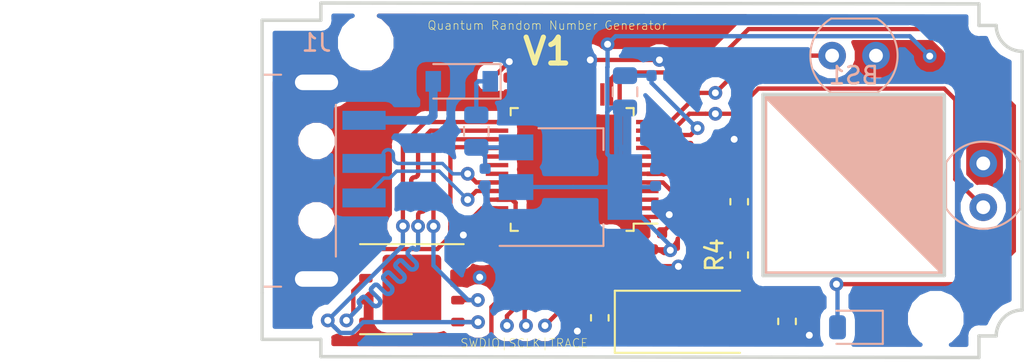
<source format=kicad_pcb>
(kicad_pcb (version 20171130) (host pcbnew 5.0.2-bee76a0~70~ubuntu18.04.1)

  (general
    (thickness 1.6)
    (drawings 22)
    (tracks 679)
    (zones 0)
    (modules 29)
    (nets 23)
  )

  (page USLetter)
  (title_block
    (title "QRNGv1 USB")
    (date 2020-05-15)
    (rev 1)
    (company "Spooky Manufacturing, LLC")
    (comment 1 "CERN OSHW License")
    (comment 2 "(c) 2020")
    (comment 3 "Noah G. Wood")
    (comment 4 "Designed By:")
  )

  (layers
    (0 F.Cu signal)
    (31 B.Cu signal)
    (32 B.Adhes user)
    (33 F.Adhes user)
    (34 B.Paste user)
    (35 F.Paste user)
    (36 B.SilkS user)
    (37 F.SilkS user)
    (38 B.Mask user)
    (39 F.Mask user)
    (40 Dwgs.User user)
    (41 Cmts.User user)
    (42 Eco1.User user)
    (43 Eco2.User user)
    (44 Edge.Cuts user)
    (45 Margin user)
    (46 B.CrtYd user)
    (47 F.CrtYd user)
    (48 B.Fab user hide)
    (49 F.Fab user hide)
  )

  (setup
    (last_trace_width 0.25)
    (trace_clearance 0.2)
    (zone_clearance 0.508)
    (zone_45_only no)
    (trace_min 0.2)
    (segment_width 0.2)
    (edge_width 0.2)
    (via_size 0.8)
    (via_drill 0.4)
    (via_min_size 0.4)
    (via_min_drill 0.3)
    (uvia_size 0.3)
    (uvia_drill 0.1)
    (uvias_allowed no)
    (uvia_min_size 0.2)
    (uvia_min_drill 0.1)
    (pcb_text_width 0.3)
    (pcb_text_size 1.5 1.5)
    (mod_edge_width 0.15)
    (mod_text_size 1 1)
    (mod_text_width 0.15)
    (pad_size 1.524 1.524)
    (pad_drill 0.762)
    (pad_to_mask_clearance 0.051)
    (solder_mask_min_width 0.25)
    (aux_axis_origin 0 0)
    (visible_elements FFFFFF7F)
    (pcbplotparams
      (layerselection 0x010fc_ffffffff)
      (usegerberextensions false)
      (usegerberattributes false)
      (usegerberadvancedattributes false)
      (creategerberjobfile false)
      (excludeedgelayer true)
      (linewidth 0.100000)
      (plotframeref false)
      (viasonmask false)
      (mode 1)
      (useauxorigin false)
      (hpglpennumber 1)
      (hpglpenspeed 20)
      (hpglpendiameter 15.000000)
      (psnegative false)
      (psa4output false)
      (plotreference true)
      (plotvalue true)
      (plotinvisibletext false)
      (padsonsilk false)
      (subtractmaskfromsilk false)
      (outputformat 1)
      (mirror false)
      (drillshape 0)
      (scaleselection 1)
      (outputdirectory "gerber/"))
  )

  (net 0 "")
  (net 1 GND)
  (net 2 +3V3)
  (net 3 "Net-(C8-Pad1)")
  (net 4 +3.3VA)
  (net 5 OSC_IN)
  (net 6 OSC_OUT)
  (net 7 "Net-(D1-Pad1)")
  (net 8 +5V)
  (net 9 SWCLK)
  (net 10 SWDIO)
  (net 11 TRACE)
  (net 12 ADC1)
  (net 13 ADC2)
  (net 14 USB_D-)
  (net 15 USB_D+)
  (net 16 trigger)
  (net 17 MEM_NSS)
  (net 18 MEM_MISO)
  (net 19 MEM_MOSI)
  (net 20 MEM_SCK)
  (net 21 "Net-(C13-Pad2)")
  (net 22 "Net-(R4-Pad2)")

  (net_class Default "This is the default net class."
    (clearance 0.2)
    (trace_width 0.25)
    (via_dia 0.8)
    (via_drill 0.4)
    (uvia_dia 0.3)
    (uvia_drill 0.1)
    (add_net +3.3VA)
    (add_net +3V3)
    (add_net ADC1)
    (add_net ADC2)
    (add_net GND)
    (add_net MEM_MISO)
    (add_net MEM_MOSI)
    (add_net MEM_NSS)
    (add_net MEM_SCK)
    (add_net "Net-(C13-Pad2)")
    (add_net "Net-(C8-Pad1)")
    (add_net "Net-(D1-Pad1)")
    (add_net "Net-(R4-Pad2)")
    (add_net OSC_IN)
    (add_net OSC_OUT)
    (add_net SWCLK)
    (add_net SWDIO)
    (add_net TRACE)
    (add_net USB_D+)
    (add_net USB_D-)
    (add_net trigger)
  )

  (net_class PWR ""
    (clearance 0.2)
    (trace_width 0.5)
    (via_dia 0.8)
    (via_drill 0.4)
    (uvia_dia 0.3)
    (uvia_drill 0.1)
    (add_net +5V)
  )

  (module Resistor_SMD:R_0603_1608Metric (layer F.Cu) (tedit 5EF9A4B3) (tstamp 5F066039)
    (at 150.12 101.22 90)
    (descr "Resistor SMD 0603 (1608 Metric), square (rectangular) end terminal, IPC_7351 nominal, (Body size source: http://www.tortai-tech.com/upload/download/2011102023233369053.pdf), generated with kicad-footprint-generator")
    (tags resistor)
    (path /5EF9ED1C)
    (attr smd)
    (fp_text reference R5 (at 0 -1.43 90) (layer F.Fab)
      (effects (font (size 1 1) (thickness 0.15)))
    )
    (fp_text value 100 (at 0 1.43 90) (layer F.Fab)
      (effects (font (size 1 1) (thickness 0.15)))
    )
    (fp_text user %R (at 0 0 90) (layer F.Fab)
      (effects (font (size 0.4 0.4) (thickness 0.06)))
    )
    (fp_line (start 1.48 0.73) (end -1.48 0.73) (layer F.CrtYd) (width 0.05))
    (fp_line (start 1.48 -0.73) (end 1.48 0.73) (layer F.CrtYd) (width 0.05))
    (fp_line (start -1.48 -0.73) (end 1.48 -0.73) (layer F.CrtYd) (width 0.05))
    (fp_line (start -1.48 0.73) (end -1.48 -0.73) (layer F.CrtYd) (width 0.05))
    (fp_line (start -0.162779 0.51) (end 0.162779 0.51) (layer F.SilkS) (width 0.12))
    (fp_line (start -0.162779 -0.51) (end 0.162779 -0.51) (layer F.SilkS) (width 0.12))
    (fp_line (start 0.8 0.4) (end -0.8 0.4) (layer F.Fab) (width 0.1))
    (fp_line (start 0.8 -0.4) (end 0.8 0.4) (layer F.Fab) (width 0.1))
    (fp_line (start -0.8 -0.4) (end 0.8 -0.4) (layer F.Fab) (width 0.1))
    (fp_line (start -0.8 0.4) (end -0.8 -0.4) (layer F.Fab) (width 0.1))
    (pad 2 smd roundrect (at 0.7875 0 90) (size 0.875 0.95) (layers F.Cu F.Paste F.Mask) (roundrect_rratio 0.25)
      (net 6 OSC_OUT))
    (pad 1 smd roundrect (at -0.7875 0 90) (size 0.875 0.95) (layers F.Cu F.Paste F.Mask) (roundrect_rratio 0.25)
      (net 22 "Net-(R4-Pad2)"))
    (model ${KISYS3DMOD}/Resistor_SMD.3dshapes/R_0603_1608Metric.wrl
      (at (xyz 0 0 0))
      (scale (xyz 1 1 1))
      (rotate (xyz 0 0 0))
    )
  )

  (module Resistor_SMD:R_0603_1608Metric (layer F.Cu) (tedit 5B301BBD) (tstamp 5F066028)
    (at 150.12 104.31 90)
    (descr "Resistor SMD 0603 (1608 Metric), square (rectangular) end terminal, IPC_7351 nominal, (Body size source: http://www.tortai-tech.com/upload/download/2011102023233369053.pdf), generated with kicad-footprint-generator")
    (tags resistor)
    (path /5EF9D132)
    (attr smd)
    (fp_text reference R4 (at 0 -1.43 90) (layer F.SilkS)
      (effects (font (size 1 1) (thickness 0.15)))
    )
    (fp_text value 270 (at 0 1.43 90) (layer F.Fab)
      (effects (font (size 1 1) (thickness 0.15)))
    )
    (fp_line (start -0.8 0.4) (end -0.8 -0.4) (layer F.Fab) (width 0.1))
    (fp_line (start -0.8 -0.4) (end 0.8 -0.4) (layer F.Fab) (width 0.1))
    (fp_line (start 0.8 -0.4) (end 0.8 0.4) (layer F.Fab) (width 0.1))
    (fp_line (start 0.8 0.4) (end -0.8 0.4) (layer F.Fab) (width 0.1))
    (fp_line (start -0.162779 -0.51) (end 0.162779 -0.51) (layer F.SilkS) (width 0.12))
    (fp_line (start -0.162779 0.51) (end 0.162779 0.51) (layer F.SilkS) (width 0.12))
    (fp_line (start -1.48 0.73) (end -1.48 -0.73) (layer F.CrtYd) (width 0.05))
    (fp_line (start -1.48 -0.73) (end 1.48 -0.73) (layer F.CrtYd) (width 0.05))
    (fp_line (start 1.48 -0.73) (end 1.48 0.73) (layer F.CrtYd) (width 0.05))
    (fp_line (start 1.48 0.73) (end -1.48 0.73) (layer F.CrtYd) (width 0.05))
    (fp_text user %R (at 0 0 90) (layer F.Fab)
      (effects (font (size 0.4 0.4) (thickness 0.06)))
    )
    (pad 1 smd roundrect (at -0.7875 0 90) (size 0.875 0.95) (layers F.Cu F.Paste F.Mask) (roundrect_rratio 0.25)
      (net 21 "Net-(C13-Pad2)"))
    (pad 2 smd roundrect (at 0.7875 0 90) (size 0.875 0.95) (layers F.Cu F.Paste F.Mask) (roundrect_rratio 0.25)
      (net 22 "Net-(R4-Pad2)"))
    (model ${KISYS3DMOD}/Resistor_SMD.3dshapes/R_0603_1608Metric.wrl
      (at (xyz 0 0 0))
      (scale (xyz 1 1 1))
      (rotate (xyz 0 0 0))
    )
  )

  (module Connector_USB:USB_A_CNCTech_1001-011-01101_Horizontal (layer B.Cu) (tedit 5AFEF547) (tstamp 5EB9FAC4)
    (at 118.75 100 180)
    (descr http://cnctech.us/pdfs/1001-011-01101.pdf)
    (tags USB-A)
    (path /5EB6CAAC)
    (attr smd)
    (fp_text reference J1 (at -6.9 8 180) (layer B.SilkS)
      (effects (font (size 1 1) (thickness 0.15)) (justify mirror))
    )
    (fp_text value USB_A (at 0 -8) (layer B.Fab)
      (effects (font (size 1 1) (thickness 0.15)) (justify mirror))
    )
    (fp_line (start -11.4 -4.55) (end -9.15 -4.55) (layer B.CrtYd) (width 0.05))
    (fp_line (start -9.15 -4.55) (end -9.15 -7.15) (layer B.CrtYd) (width 0.05))
    (fp_line (start -9.15 -7.15) (end -4.65 -7.15) (layer B.CrtYd) (width 0.05))
    (fp_line (start -4.65 -7.15) (end -4.65 -6.52) (layer B.CrtYd) (width 0.05))
    (fp_line (start -4.65 -6.52) (end 11.4 -6.52) (layer B.CrtYd) (width 0.05))
    (fp_text user %R (at -6 0 90) (layer B.Fab)
      (effects (font (size 1 1) (thickness 0.15)) (justify mirror))
    )
    (fp_line (start 11.4 -6.52) (end 11.4 6.52) (layer B.CrtYd) (width 0.05))
    (fp_line (start -4.65 6.52) (end 11.4 6.52) (layer B.CrtYd) (width 0.05))
    (fp_line (start -4.65 6.52) (end -4.65 7.15) (layer B.CrtYd) (width 0.05))
    (fp_line (start -9.15 7.15) (end -4.65 7.15) (layer B.CrtYd) (width 0.05))
    (fp_line (start -9.15 7.15) (end -9.15 4.55) (layer B.CrtYd) (width 0.05))
    (fp_line (start -11.4 4.55) (end -9.15 4.55) (layer B.CrtYd) (width 0.05))
    (fp_line (start -11.4 -4.55) (end -11.4 4.55) (layer B.CrtYd) (width 0.05))
    (fp_line (start -4.85 -6.145) (end -3.8 -6.145) (layer B.SilkS) (width 0.12))
    (fp_line (start -4.85 6.145) (end -3.8 6.145) (layer B.SilkS) (width 0.12))
    (fp_text user "PCB Edge" (at -4.55 0.05 90) (layer Dwgs.User)
      (effects (font (size 0.6 0.6) (thickness 0.09)))
    )
    (fp_line (start -3.8 -6.025) (end -3.8 6.025) (layer Dwgs.User) (width 0.1))
    (fp_line (start -8.02 4.4) (end -8.02 -4.4) (layer B.SilkS) (width 0.12))
    (fp_circle (center -6.9 -2.3) (end -6.9 -2.8) (layer B.Fab) (width 0.1))
    (fp_circle (center -6.9 2.3) (end -6.9 2.8) (layer B.Fab) (width 0.1))
    (fp_line (start -10.4 3.25) (end -7.9 3.25) (layer B.Fab) (width 0.1))
    (fp_line (start -10.4 3.25) (end -10.4 3.75) (layer B.Fab) (width 0.1))
    (fp_line (start -10.4 3.75) (end -7.9 3.75) (layer B.Fab) (width 0.1))
    (fp_line (start -10.4 1.25) (end -7.9 1.25) (layer B.Fab) (width 0.1))
    (fp_line (start -10.4 0.75) (end -7.9 0.75) (layer B.Fab) (width 0.1))
    (fp_line (start -10.4 0.75) (end -10.4 1.25) (layer B.Fab) (width 0.1))
    (fp_line (start -10.4 -1.25) (end -7.9 -1.25) (layer B.Fab) (width 0.1))
    (fp_line (start -10.4 -1.25) (end -10.4 -0.75) (layer B.Fab) (width 0.1))
    (fp_line (start -10.4 -0.75) (end -7.9 -0.75) (layer B.Fab) (width 0.1))
    (fp_line (start -10.4 -3.75) (end -7.9 -3.75) (layer B.Fab) (width 0.1))
    (fp_line (start -10.4 -3.25) (end -7.9 -3.25) (layer B.Fab) (width 0.1))
    (fp_line (start -10.4 -3.75) (end -10.4 -3.25) (layer B.Fab) (width 0.1))
    (fp_line (start 10.9 -6.025) (end 10.9 6.025) (layer B.Fab) (width 0.1))
    (fp_line (start -7.9 -6.025) (end 10.9 -6.025) (layer B.Fab) (width 0.1))
    (fp_line (start -7.9 6.025) (end 10.9 6.025) (layer B.Fab) (width 0.1))
    (fp_line (start -7.9 -6.025) (end -7.9 6.025) (layer B.Fab) (width 0.1))
    (pad "" np_thru_hole circle (at -6.9 -2.3 180) (size 1.1 1.1) (drill 1.1) (layers *.Cu *.Mask))
    (pad "" np_thru_hole circle (at -6.9 2.3 180) (size 1.1 1.1) (drill 1.1) (layers *.Cu *.Mask))
    (pad 5 thru_hole oval (at -6.9 -5.7 180) (size 3.5 1.9) (drill oval 2.5 0.9) (layers *.Cu *.Mask)
      (net 1 GND))
    (pad 5 thru_hole oval (at -6.9 5.7 180) (size 3.5 1.9) (drill oval 2.5 0.9) (layers *.Cu *.Mask)
      (net 1 GND))
    (pad 4 smd rect (at -9.65 -3.5 180) (size 2.5 1.1) (layers B.Cu B.Paste B.Mask)
      (net 1 GND))
    (pad 1 smd rect (at -9.65 3.5 180) (size 2.5 1.1) (layers B.Cu B.Paste B.Mask)
      (net 8 +5V))
    (pad 3 smd rect (at -9.65 -1 180) (size 2.5 1.1) (layers B.Cu B.Paste B.Mask)
      (net 15 USB_D+))
    (pad 2 smd rect (at -9.65 1 180) (size 2.5 1.1) (layers B.Cu B.Paste B.Mask)
      (net 14 USB_D-))
    (model ${KISYS3DMOD}/Connector_USB.3dshapes/USB_A_CNCTech_1001-011-01101_Horizontal.wrl
      (at (xyz 0 0 0))
      (scale (xyz 1 1 1))
      (rotate (xyz 0 0 0))
    )
  )

  (module Package_SON:WSON-8-1EP_6x5mm_P1.27mm_EP3.4x4mm (layer F.Cu) (tedit 5EBB4316) (tstamp 5EBE708F)
    (at 131.17 106.29 180)
    (descr "WSON, 8 Pin (http://ww1.microchip.com/downloads/en/AppNotes/S72030.pdf), generated with kicad-footprint-generator ipc_dfn_qfn_generator.py")
    (tags "WSON DFN_QFN")
    (path /5EBAA3E7)
    (attr smd)
    (fp_text reference U3 (at 0 -3.45 180) (layer F.Fab)
      (effects (font (size 1 1) (thickness 0.15)))
    )
    (fp_text value W25N01GV (at 0 3.45 180) (layer F.Fab)
      (effects (font (size 1 1) (thickness 0.15)))
    )
    (fp_text user %R (at 0 0 180) (layer F.Fab)
      (effects (font (size 1 1) (thickness 0.15)))
    )
    (fp_line (start 3.3 -2.75) (end -3.3 -2.75) (layer F.CrtYd) (width 0.05))
    (fp_line (start 3.3 2.75) (end 3.3 -2.75) (layer F.CrtYd) (width 0.05))
    (fp_line (start -3.3 2.75) (end 3.3 2.75) (layer F.CrtYd) (width 0.05))
    (fp_line (start -3.3 -2.75) (end -3.3 2.75) (layer F.CrtYd) (width 0.05))
    (fp_line (start -3 -1.5) (end -2 -2.5) (layer F.Fab) (width 0.1))
    (fp_line (start -3 2.5) (end -3 -1.5) (layer F.Fab) (width 0.1))
    (fp_line (start 3 2.5) (end -3 2.5) (layer F.Fab) (width 0.1))
    (fp_line (start 3 -2.5) (end 3 2.5) (layer F.Fab) (width 0.1))
    (fp_line (start -2 -2.5) (end 3 -2.5) (layer F.Fab) (width 0.1))
    (fp_line (start -3 2.61) (end 3 2.61) (layer F.SilkS) (width 0.12))
    (fp_line (start 0 -2.61) (end 3 -2.61) (layer F.SilkS) (width 0.12))
    (pad 8 smd roundrect (at 2.6625 -1.905 180) (size 0.775 0.5) (layers F.Cu F.Paste F.Mask) (roundrect_rratio 0.25)
      (net 2 +3V3))
    (pad 7 smd roundrect (at 2.6625 -0.635 180) (size 0.775 0.5) (layers F.Cu F.Paste F.Mask) (roundrect_rratio 0.25)
      (net 2 +3V3))
    (pad 6 smd roundrect (at 2.6625 0.635 180) (size 0.775 0.5) (layers F.Cu F.Paste F.Mask) (roundrect_rratio 0.25)
      (net 20 MEM_SCK))
    (pad 5 smd roundrect (at 2.6625 1.905 180) (size 0.775 0.5) (layers F.Cu F.Paste F.Mask) (roundrect_rratio 0.25)
      (net 19 MEM_MOSI))
    (pad 4 smd roundrect (at -2.6625 1.905 180) (size 0.775 0.5) (layers F.Cu F.Paste F.Mask) (roundrect_rratio 0.25)
      (net 1 GND))
    (pad 3 smd roundrect (at -2.6625 0.635 180) (size 0.775 0.5) (layers F.Cu F.Paste F.Mask) (roundrect_rratio 0.25)
      (net 2 +3V3))
    (pad 2 smd roundrect (at -2.6625 -0.635 180) (size 0.775 0.5) (layers F.Cu F.Paste F.Mask) (roundrect_rratio 0.25)
      (net 18 MEM_MISO))
    (pad 1 smd roundrect (at -2.6625 -1.905 180) (size 0.775 0.5) (layers F.Cu F.Paste F.Mask) (roundrect_rratio 0.25)
      (net 17 MEM_NSS))
    (pad "" smd roundrect (at 0.85 1 180) (size 1.37 1.61) (layers F.Paste) (roundrect_rratio 0.182482))
    (pad "" smd roundrect (at 0.85 -1 180) (size 1.37 1.61) (layers F.Paste) (roundrect_rratio 0.182482))
    (pad "" smd roundrect (at -0.85 1 180) (size 1.37 1.61) (layers F.Paste) (roundrect_rratio 0.182482))
    (pad "" smd roundrect (at -0.85 -1 180) (size 1.37 1.61) (layers F.Paste) (roundrect_rratio 0.182482))
    (pad 9 smd roundrect (at 0 0 180) (size 3.4 4) (layers F.Cu F.Mask) (roundrect_rratio 0.073529))
    (model ${KISYS3DMOD}/Package_SON.3dshapes/WSON-8-1EP_6x5mm_P1.27mm_EP3.4x4mm.wrl
      (at (xyz 0 0 0))
      (scale (xyz 1 1 1))
      (rotate (xyz 0 0 0))
    )
  )

  (module Quantum:Macro-Beam-Splitter (layer B.Cu) (tedit 5E3744CC) (tstamp 5EBB98DC)
    (at 156.75 100.25)
    (tags "Macro, Beam Splitter, Quantum")
    (path /5EB6BFF0/5EB6C00D)
    (attr virtual)
    (fp_text reference BS1 (at 0 -6.35) (layer B.SilkS)
      (effects (font (size 1 1) (thickness 0.15)) (justify mirror))
    )
    (fp_text value Macro-Beam-Splitter (at 0 6.35) (layer B.Fab)
      (effects (font (size 1 1) (thickness 0.15)) (justify mirror))
    )
    (fp_poly (pts (xy 5.08 -5.08) (xy -5.08 -5.08) (xy 5.08 5.08)) (layer B.SilkS) (width 0.15))
    (fp_line (start -5.08 -5.08) (end 5.08 5.08) (layer B.SilkS) (width 0.15))
    (fp_line (start -5.08 -5.08) (end -5.08 5.08) (layer B.SilkS) (width 0.15))
    (fp_line (start 5.08 -5.08) (end -5.08 -5.08) (layer B.SilkS) (width 0.15))
    (fp_line (start 5.08 5.08) (end 5.08 -5.08) (layer B.SilkS) (width 0.15))
    (fp_line (start -5.08 5.08) (end 5.08 5.08) (layer B.SilkS) (width 0.15))
  )

  (module MountingHole:MountingHole_2.2mm_M2 (layer F.Cu) (tedit 5EB7BEF8) (tstamp 5ED0C869)
    (at 128.5 92)
    (descr "Mounting Hole 2.2mm, no annular, M2")
    (tags "mounting hole 2.2mm no annular m2")
    (path /5EB84AA6)
    (attr virtual)
    (fp_text reference H2 (at 0 -3.2) (layer F.Fab)
      (effects (font (size 1 1) (thickness 0.15)))
    )
    (fp_text value MountingHole (at 0 3.2) (layer F.Fab)
      (effects (font (size 1 1) (thickness 0.15)))
    )
    (fp_circle (center 0 0) (end 2.45 0) (layer F.CrtYd) (width 0.05))
    (fp_circle (center 0 0) (end 2.2 0) (layer Cmts.User) (width 0.15))
    (fp_text user %R (at 0.3 0) (layer F.Fab)
      (effects (font (size 1 1) (thickness 0.15)))
    )
    (pad 1 np_thru_hole circle (at 0 0) (size 2.2 2.2) (drill 2.2) (layers *.Cu *.Mask))
  )

  (module Capacitor_SMD:C_0402_1005Metric (layer F.Cu) (tedit 5EB76EE5) (tstamp 5ED08055)
    (at 144.1 104.475 270)
    (descr "Capacitor SMD 0402 (1005 Metric), square (rectangular) end terminal, IPC_7351 nominal, (Body size source: http://www.tortai-tech.com/upload/download/2011102023233369053.pdf), generated with kicad-footprint-generator")
    (tags capacitor)
    (path /5EB6F91D)
    (attr smd)
    (fp_text reference C1 (at 0 -1.17 270) (layer F.Fab)
      (effects (font (size 1 1) (thickness 0.15)))
    )
    (fp_text value 4.7uF (at 0 1.17 270) (layer F.Fab)
      (effects (font (size 1 1) (thickness 0.15)))
    )
    (fp_line (start -0.5 0.25) (end -0.5 -0.25) (layer F.Fab) (width 0.1))
    (fp_line (start -0.5 -0.25) (end 0.5 -0.25) (layer F.Fab) (width 0.1))
    (fp_line (start 0.5 -0.25) (end 0.5 0.25) (layer F.Fab) (width 0.1))
    (fp_line (start 0.5 0.25) (end -0.5 0.25) (layer F.Fab) (width 0.1))
    (fp_line (start -0.93 0.47) (end -0.93 -0.47) (layer F.CrtYd) (width 0.05))
    (fp_line (start -0.93 -0.47) (end 0.93 -0.47) (layer F.CrtYd) (width 0.05))
    (fp_line (start 0.93 -0.47) (end 0.93 0.47) (layer F.CrtYd) (width 0.05))
    (fp_line (start 0.93 0.47) (end -0.93 0.47) (layer F.CrtYd) (width 0.05))
    (fp_text user %R (at 0 0 270) (layer F.Fab)
      (effects (font (size 0.25 0.25) (thickness 0.04)))
    )
    (pad 1 smd roundrect (at -0.485 0 270) (size 0.59 0.64) (layers F.Cu F.Paste F.Mask) (roundrect_rratio 0.25)
      (net 2 +3V3))
    (pad 2 smd roundrect (at 0.485 0 270) (size 0.59 0.64) (layers F.Cu F.Paste F.Mask) (roundrect_rratio 0.25)
      (net 1 GND))
    (model ${KISYS3DMOD}/Capacitor_SMD.3dshapes/C_0402_1005Metric.wrl
      (at (xyz 0 0 0))
      (scale (xyz 1 1 1))
      (rotate (xyz 0 0 0))
    )
  )

  (module Capacitor_SMD:C_0402_1005Metric (layer F.Cu) (tedit 5EB76EF0) (tstamp 5EC38C96)
    (at 145.1 104.47 270)
    (descr "Capacitor SMD 0402 (1005 Metric), square (rectangular) end terminal, IPC_7351 nominal, (Body size source: http://www.tortai-tech.com/upload/download/2011102023233369053.pdf), generated with kicad-footprint-generator")
    (tags capacitor)
    (path /5EB77CA0)
    (attr smd)
    (fp_text reference C2 (at 0 -1.17 270) (layer F.Fab)
      (effects (font (size 1 1) (thickness 0.15)))
    )
    (fp_text value 100nF (at 0 1.17 270) (layer F.Fab)
      (effects (font (size 1 1) (thickness 0.15)))
    )
    (fp_text user %R (at 0 0 270) (layer F.Fab)
      (effects (font (size 0.25 0.25) (thickness 0.04)))
    )
    (fp_line (start 0.93 0.47) (end -0.93 0.47) (layer F.CrtYd) (width 0.05))
    (fp_line (start 0.93 -0.47) (end 0.93 0.47) (layer F.CrtYd) (width 0.05))
    (fp_line (start -0.93 -0.47) (end 0.93 -0.47) (layer F.CrtYd) (width 0.05))
    (fp_line (start -0.93 0.47) (end -0.93 -0.47) (layer F.CrtYd) (width 0.05))
    (fp_line (start 0.5 0.25) (end -0.5 0.25) (layer F.Fab) (width 0.1))
    (fp_line (start 0.5 -0.25) (end 0.5 0.25) (layer F.Fab) (width 0.1))
    (fp_line (start -0.5 -0.25) (end 0.5 -0.25) (layer F.Fab) (width 0.1))
    (fp_line (start -0.5 0.25) (end -0.5 -0.25) (layer F.Fab) (width 0.1))
    (pad 2 smd roundrect (at 0.485 0 270) (size 0.59 0.64) (layers F.Cu F.Paste F.Mask) (roundrect_rratio 0.25)
      (net 1 GND))
    (pad 1 smd roundrect (at -0.485 0 270) (size 0.59 0.64) (layers F.Cu F.Paste F.Mask) (roundrect_rratio 0.25)
      (net 2 +3V3))
    (model ${KISYS3DMOD}/Capacitor_SMD.3dshapes/C_0402_1005Metric.wrl
      (at (xyz 0 0 0))
      (scale (xyz 1 1 1))
      (rotate (xyz 0 0 0))
    )
  )

  (module Capacitor_SMD:C_0402_1005Metric (layer F.Cu) (tedit 5EB76F2B) (tstamp 5EC38CA5)
    (at 145.17 103.02)
    (descr "Capacitor SMD 0402 (1005 Metric), square (rectangular) end terminal, IPC_7351 nominal, (Body size source: http://www.tortai-tech.com/upload/download/2011102023233369053.pdf), generated with kicad-footprint-generator")
    (tags capacitor)
    (path /5EB77CD0)
    (attr smd)
    (fp_text reference C3 (at 0 -1.17) (layer F.Fab)
      (effects (font (size 1 1) (thickness 0.15)))
    )
    (fp_text value 100nF (at 0 1.17) (layer F.Fab)
      (effects (font (size 1 1) (thickness 0.15)))
    )
    (fp_line (start -0.5 0.25) (end -0.5 -0.25) (layer F.Fab) (width 0.1))
    (fp_line (start -0.5 -0.25) (end 0.5 -0.25) (layer F.Fab) (width 0.1))
    (fp_line (start 0.5 -0.25) (end 0.5 0.25) (layer F.Fab) (width 0.1))
    (fp_line (start 0.5 0.25) (end -0.5 0.25) (layer F.Fab) (width 0.1))
    (fp_line (start -0.93 0.47) (end -0.93 -0.47) (layer F.CrtYd) (width 0.05))
    (fp_line (start -0.93 -0.47) (end 0.93 -0.47) (layer F.CrtYd) (width 0.05))
    (fp_line (start 0.93 -0.47) (end 0.93 0.47) (layer F.CrtYd) (width 0.05))
    (fp_line (start 0.93 0.47) (end -0.93 0.47) (layer F.CrtYd) (width 0.05))
    (fp_text user %R (at 0 0) (layer F.Fab)
      (effects (font (size 0.25 0.25) (thickness 0.04)))
    )
    (pad 1 smd roundrect (at -0.485 0) (size 0.59 0.64) (layers F.Cu F.Paste F.Mask) (roundrect_rratio 0.25)
      (net 2 +3V3))
    (pad 2 smd roundrect (at 0.485 0) (size 0.59 0.64) (layers F.Cu F.Paste F.Mask) (roundrect_rratio 0.25)
      (net 1 GND))
    (model ${KISYS3DMOD}/Capacitor_SMD.3dshapes/C_0402_1005Metric.wrl
      (at (xyz 0 0 0))
      (scale (xyz 1 1 1))
      (rotate (xyz 0 0 0))
    )
  )

  (module Capacitor_SMD:C_0402_1005Metric (layer F.Cu) (tedit 5EB76FCE) (tstamp 5ED09030)
    (at 135.72 103.01 180)
    (descr "Capacitor SMD 0402 (1005 Metric), square (rectangular) end terminal, IPC_7351 nominal, (Body size source: http://www.tortai-tech.com/upload/download/2011102023233369053.pdf), generated with kicad-footprint-generator")
    (tags capacitor)
    (path /5EB77D02)
    (attr smd)
    (fp_text reference C4 (at 0 -1.17 180) (layer F.Fab)
      (effects (font (size 1 1) (thickness 0.15)))
    )
    (fp_text value 100nF (at 0 1.17 180) (layer F.Fab)
      (effects (font (size 1 1) (thickness 0.15)))
    )
    (fp_text user %R (at 0 0 180) (layer F.Fab)
      (effects (font (size 0.25 0.25) (thickness 0.04)))
    )
    (fp_line (start 0.93 0.47) (end -0.93 0.47) (layer F.CrtYd) (width 0.05))
    (fp_line (start 0.93 -0.47) (end 0.93 0.47) (layer F.CrtYd) (width 0.05))
    (fp_line (start -0.93 -0.47) (end 0.93 -0.47) (layer F.CrtYd) (width 0.05))
    (fp_line (start -0.93 0.47) (end -0.93 -0.47) (layer F.CrtYd) (width 0.05))
    (fp_line (start 0.5 0.25) (end -0.5 0.25) (layer F.Fab) (width 0.1))
    (fp_line (start 0.5 -0.25) (end 0.5 0.25) (layer F.Fab) (width 0.1))
    (fp_line (start -0.5 -0.25) (end 0.5 -0.25) (layer F.Fab) (width 0.1))
    (fp_line (start -0.5 0.25) (end -0.5 -0.25) (layer F.Fab) (width 0.1))
    (pad 2 smd roundrect (at 0.485 0 180) (size 0.59 0.64) (layers F.Cu F.Paste F.Mask) (roundrect_rratio 0.25)
      (net 1 GND))
    (pad 1 smd roundrect (at -0.485 0 180) (size 0.59 0.64) (layers F.Cu F.Paste F.Mask) (roundrect_rratio 0.25)
      (net 2 +3V3))
    (model ${KISYS3DMOD}/Capacitor_SMD.3dshapes/C_0402_1005Metric.wrl
      (at (xyz 0 0 0))
      (scale (xyz 1 1 1))
      (rotate (xyz 0 0 0))
    )
  )

  (module Capacitor_SMD:C_0402_1005Metric (layer F.Cu) (tedit 5EB77004) (tstamp 5ED08C9B)
    (at 136.79 94.51 90)
    (descr "Capacitor SMD 0402 (1005 Metric), square (rectangular) end terminal, IPC_7351 nominal, (Body size source: http://www.tortai-tech.com/upload/download/2011102023233369053.pdf), generated with kicad-footprint-generator")
    (tags capacitor)
    (path /5EB77D36)
    (attr smd)
    (fp_text reference C5 (at 0 -1.17 90) (layer F.Fab)
      (effects (font (size 1 1) (thickness 0.15)))
    )
    (fp_text value 100nF (at 0 1.17 90) (layer F.Fab)
      (effects (font (size 1 1) (thickness 0.15)))
    )
    (fp_line (start -0.5 0.25) (end -0.5 -0.25) (layer F.Fab) (width 0.1))
    (fp_line (start -0.5 -0.25) (end 0.5 -0.25) (layer F.Fab) (width 0.1))
    (fp_line (start 0.5 -0.25) (end 0.5 0.25) (layer F.Fab) (width 0.1))
    (fp_line (start 0.5 0.25) (end -0.5 0.25) (layer F.Fab) (width 0.1))
    (fp_line (start -0.93 0.47) (end -0.93 -0.47) (layer F.CrtYd) (width 0.05))
    (fp_line (start -0.93 -0.47) (end 0.93 -0.47) (layer F.CrtYd) (width 0.05))
    (fp_line (start 0.93 -0.47) (end 0.93 0.47) (layer F.CrtYd) (width 0.05))
    (fp_line (start 0.93 0.47) (end -0.93 0.47) (layer F.CrtYd) (width 0.05))
    (fp_text user %R (at 0 0 90) (layer F.Fab)
      (effects (font (size 0.25 0.25) (thickness 0.04)))
    )
    (pad 1 smd roundrect (at -0.485 0 90) (size 0.59 0.64) (layers F.Cu F.Paste F.Mask) (roundrect_rratio 0.25)
      (net 2 +3V3))
    (pad 2 smd roundrect (at 0.485 0 90) (size 0.59 0.64) (layers F.Cu F.Paste F.Mask) (roundrect_rratio 0.25)
      (net 1 GND))
    (model ${KISYS3DMOD}/Capacitor_SMD.3dshapes/C_0402_1005Metric.wrl
      (at (xyz 0 0 0))
      (scale (xyz 1 1 1))
      (rotate (xyz 0 0 0))
    )
  )

  (module Capacitor_SMD:C_0402_1005Metric (layer F.Cu) (tedit 5EB76C46) (tstamp 5ED08C71)
    (at 135.8 94.51 90)
    (descr "Capacitor SMD 0402 (1005 Metric), square (rectangular) end terminal, IPC_7351 nominal, (Body size source: http://www.tortai-tech.com/upload/download/2011102023233369053.pdf), generated with kicad-footprint-generator")
    (tags capacitor)
    (path /5EB77D6C)
    (attr smd)
    (fp_text reference C6 (at 0 -1.17 90) (layer B.Fab)
      (effects (font (size 1 1) (thickness 0.15)) (justify mirror))
    )
    (fp_text value 100nF (at 0 1.17 90) (layer F.Fab)
      (effects (font (size 1 1) (thickness 0.15)))
    )
    (fp_text user %R (at 0 0 90) (layer F.Fab)
      (effects (font (size 0.25 0.25) (thickness 0.04)))
    )
    (fp_line (start 0.93 0.47) (end -0.93 0.47) (layer F.CrtYd) (width 0.05))
    (fp_line (start 0.93 -0.47) (end 0.93 0.47) (layer F.CrtYd) (width 0.05))
    (fp_line (start -0.93 -0.47) (end 0.93 -0.47) (layer F.CrtYd) (width 0.05))
    (fp_line (start -0.93 0.47) (end -0.93 -0.47) (layer F.CrtYd) (width 0.05))
    (fp_line (start 0.5 0.25) (end -0.5 0.25) (layer F.Fab) (width 0.1))
    (fp_line (start 0.5 -0.25) (end 0.5 0.25) (layer F.Fab) (width 0.1))
    (fp_line (start -0.5 -0.25) (end 0.5 -0.25) (layer F.Fab) (width 0.1))
    (fp_line (start -0.5 0.25) (end -0.5 -0.25) (layer F.Fab) (width 0.1))
    (pad 2 smd roundrect (at 0.485 0 90) (size 0.59 0.64) (layers F.Cu F.Paste F.Mask) (roundrect_rratio 0.25)
      (net 1 GND))
    (pad 1 smd roundrect (at -0.485 0 90) (size 0.59 0.64) (layers F.Cu F.Paste F.Mask) (roundrect_rratio 0.25)
      (net 2 +3V3))
    (model ${KISYS3DMOD}/Capacitor_SMD.3dshapes/C_0402_1005Metric.wrl
      (at (xyz 0 0 0))
      (scale (xyz 1 1 1))
      (rotate (xyz 0 0 0))
    )
  )

  (module Capacitor_SMD:C_0402_1005Metric (layer F.Cu) (tedit 5EB77028) (tstamp 5EBE55AD)
    (at 135.72 104.07 180)
    (descr "Capacitor SMD 0402 (1005 Metric), square (rectangular) end terminal, IPC_7351 nominal, (Body size source: http://www.tortai-tech.com/upload/download/2011102023233369053.pdf), generated with kicad-footprint-generator")
    (tags capacitor)
    (path /5EB77DA4)
    (attr smd)
    (fp_text reference C7 (at 0 -1.17 180) (layer F.Fab)
      (effects (font (size 1 1) (thickness 0.15)))
    )
    (fp_text value 100nF (at 0 1.17 180) (layer F.Fab)
      (effects (font (size 1 1) (thickness 0.15)))
    )
    (fp_line (start -0.5 0.25) (end -0.5 -0.25) (layer F.Fab) (width 0.1))
    (fp_line (start -0.5 -0.25) (end 0.5 -0.25) (layer F.Fab) (width 0.1))
    (fp_line (start 0.5 -0.25) (end 0.5 0.25) (layer F.Fab) (width 0.1))
    (fp_line (start 0.5 0.25) (end -0.5 0.25) (layer F.Fab) (width 0.1))
    (fp_line (start -0.93 0.47) (end -0.93 -0.47) (layer F.CrtYd) (width 0.05))
    (fp_line (start -0.93 -0.47) (end 0.93 -0.47) (layer F.CrtYd) (width 0.05))
    (fp_line (start 0.93 -0.47) (end 0.93 0.47) (layer F.CrtYd) (width 0.05))
    (fp_line (start 0.93 0.47) (end -0.93 0.47) (layer F.CrtYd) (width 0.05))
    (fp_text user %R (at 0 0 180) (layer F.Fab)
      (effects (font (size 0.25 0.25) (thickness 0.04)))
    )
    (pad 1 smd roundrect (at -0.485 0 180) (size 0.59 0.64) (layers F.Cu F.Paste F.Mask) (roundrect_rratio 0.25)
      (net 2 +3V3))
    (pad 2 smd roundrect (at 0.485 0 180) (size 0.59 0.64) (layers F.Cu F.Paste F.Mask) (roundrect_rratio 0.25)
      (net 1 GND))
    (model ${KISYS3DMOD}/Capacitor_SMD.3dshapes/C_0402_1005Metric.wrl
      (at (xyz 0 0 0))
      (scale (xyz 1 1 1))
      (rotate (xyz 0 0 0))
    )
  )

  (module Capacitor_SMD:C_0402_1005Metric (layer B.Cu) (tedit 5EB76A0C) (tstamp 5ED08DE5)
    (at 135.41 99.79 270)
    (descr "Capacitor SMD 0402 (1005 Metric), square (rectangular) end terminal, IPC_7351 nominal, (Body size source: http://www.tortai-tech.com/upload/download/2011102023233369053.pdf), generated with kicad-footprint-generator")
    (tags capacitor)
    (path /5EB6D62B)
    (attr smd)
    (fp_text reference C8 (at 0 1.17 270) (layer F.Fab)
      (effects (font (size 1 1) (thickness 0.15)))
    )
    (fp_text value 10uF (at 0 -1.17 270) (layer B.Fab)
      (effects (font (size 1 1) (thickness 0.15)) (justify mirror))
    )
    (fp_text user %R (at 0 0 270) (layer B.Fab)
      (effects (font (size 0.25 0.25) (thickness 0.04)) (justify mirror))
    )
    (fp_line (start 0.93 -0.47) (end -0.93 -0.47) (layer B.CrtYd) (width 0.05))
    (fp_line (start 0.93 0.47) (end 0.93 -0.47) (layer B.CrtYd) (width 0.05))
    (fp_line (start -0.93 0.47) (end 0.93 0.47) (layer B.CrtYd) (width 0.05))
    (fp_line (start -0.93 -0.47) (end -0.93 0.47) (layer B.CrtYd) (width 0.05))
    (fp_line (start 0.5 -0.25) (end -0.5 -0.25) (layer B.Fab) (width 0.1))
    (fp_line (start 0.5 0.25) (end 0.5 -0.25) (layer B.Fab) (width 0.1))
    (fp_line (start -0.5 0.25) (end 0.5 0.25) (layer B.Fab) (width 0.1))
    (fp_line (start -0.5 -0.25) (end -0.5 0.25) (layer B.Fab) (width 0.1))
    (pad 2 smd roundrect (at 0.485 0 270) (size 0.59 0.64) (layers B.Cu B.Paste B.Mask) (roundrect_rratio 0.25)
      (net 1 GND))
    (pad 1 smd roundrect (at -0.485 0 270) (size 0.59 0.64) (layers B.Cu B.Paste B.Mask) (roundrect_rratio 0.25)
      (net 3 "Net-(C8-Pad1)"))
    (model ${KISYS3DMOD}/Capacitor_SMD.3dshapes/C_0402_1005Metric.wrl
      (at (xyz 0 0 0))
      (scale (xyz 1 1 1))
      (rotate (xyz 0 0 0))
    )
  )

  (module Capacitor_SMD:C_0402_1005Metric (layer B.Cu) (tedit 5EB7BF06) (tstamp 5ED077B4)
    (at 145.28 99.825 90)
    (descr "Capacitor SMD 0402 (1005 Metric), square (rectangular) end terminal, IPC_7351 nominal, (Body size source: http://www.tortai-tech.com/upload/download/2011102023233369053.pdf), generated with kicad-footprint-generator")
    (tags capacitor)
    (path /5EB6D3C2)
    (attr smd)
    (fp_text reference C9 (at 0 1.17 90) (layer F.Fab)
      (effects (font (size 1 1) (thickness 0.15)))
    )
    (fp_text value 10uF (at 0 -1.17 90) (layer B.Fab)
      (effects (font (size 1 1) (thickness 0.15)) (justify mirror))
    )
    (fp_line (start -0.5 -0.25) (end -0.5 0.25) (layer B.Fab) (width 0.1))
    (fp_line (start -0.5 0.25) (end 0.5 0.25) (layer B.Fab) (width 0.1))
    (fp_line (start 0.5 0.25) (end 0.5 -0.25) (layer B.Fab) (width 0.1))
    (fp_line (start 0.5 -0.25) (end -0.5 -0.25) (layer B.Fab) (width 0.1))
    (fp_line (start -0.93 -0.47) (end -0.93 0.47) (layer B.CrtYd) (width 0.05))
    (fp_line (start -0.93 0.47) (end 0.93 0.47) (layer B.CrtYd) (width 0.05))
    (fp_line (start 0.93 0.47) (end 0.93 -0.47) (layer B.CrtYd) (width 0.05))
    (fp_line (start 0.93 -0.47) (end -0.93 -0.47) (layer B.CrtYd) (width 0.05))
    (fp_text user %R (at 0 0 90) (layer B.Fab)
      (effects (font (size 0.25 0.25) (thickness 0.04)) (justify mirror))
    )
    (pad 1 smd roundrect (at -0.485 0 90) (size 0.59 0.64) (layers B.Cu B.Paste B.Mask) (roundrect_rratio 0.25)
      (net 2 +3V3))
    (pad 2 smd roundrect (at 0.485 0 90) (size 0.59 0.64) (layers B.Cu B.Paste B.Mask) (roundrect_rratio 0.25)
      (net 1 GND))
    (model ${KISYS3DMOD}/Capacitor_SMD.3dshapes/C_0402_1005Metric.wrl
      (at (xyz 0 0 0))
      (scale (xyz 1 1 1))
      (rotate (xyz 0 0 0))
    )
  )

  (module Capacitor_SMD:C_0402_1005Metric (layer B.Cu) (tedit 5EB76E70) (tstamp 5EC38D0E)
    (at 145.53 93.91)
    (descr "Capacitor SMD 0402 (1005 Metric), square (rectangular) end terminal, IPC_7351 nominal, (Body size source: http://www.tortai-tech.com/upload/download/2011102023233369053.pdf), generated with kicad-footprint-generator")
    (tags capacitor)
    (path /5EB7395C)
    (attr smd)
    (fp_text reference C10 (at 0 1.17) (layer B.Fab)
      (effects (font (size 1 1) (thickness 0.15)) (justify mirror))
    )
    (fp_text value 100nF (at 0 -1.17) (layer B.Fab)
      (effects (font (size 1 1) (thickness 0.15)) (justify mirror))
    )
    (fp_text user %R (at 0 0) (layer B.Fab)
      (effects (font (size 0.25 0.25) (thickness 0.04)) (justify mirror))
    )
    (fp_line (start 0.93 -0.47) (end -0.93 -0.47) (layer B.CrtYd) (width 0.05))
    (fp_line (start 0.93 0.47) (end 0.93 -0.47) (layer B.CrtYd) (width 0.05))
    (fp_line (start -0.93 0.47) (end 0.93 0.47) (layer B.CrtYd) (width 0.05))
    (fp_line (start -0.93 -0.47) (end -0.93 0.47) (layer B.CrtYd) (width 0.05))
    (fp_line (start 0.5 -0.25) (end -0.5 -0.25) (layer B.Fab) (width 0.1))
    (fp_line (start 0.5 0.25) (end 0.5 -0.25) (layer B.Fab) (width 0.1))
    (fp_line (start -0.5 0.25) (end 0.5 0.25) (layer B.Fab) (width 0.1))
    (fp_line (start -0.5 -0.25) (end -0.5 0.25) (layer B.Fab) (width 0.1))
    (pad 2 smd roundrect (at 0.485 0) (size 0.59 0.64) (layers B.Cu B.Paste B.Mask) (roundrect_rratio 0.25)
      (net 1 GND))
    (pad 1 smd roundrect (at -0.485 0) (size 0.59 0.64) (layers B.Cu B.Paste B.Mask) (roundrect_rratio 0.25)
      (net 4 +3.3VA))
    (model ${KISYS3DMOD}/Capacitor_SMD.3dshapes/C_0402_1005Metric.wrl
      (at (xyz 0 0 0))
      (scale (xyz 1 1 1))
      (rotate (xyz 0 0 0))
    )
  )

  (module Capacitor_SMD:C_0402_1005Metric (layer F.Cu) (tedit 5EB76E52) (tstamp 5ED09320)
    (at 146.685 98.01)
    (descr "Capacitor SMD 0402 (1005 Metric), square (rectangular) end terminal, IPC_7351 nominal, (Body size source: http://www.tortai-tech.com/upload/download/2011102023233369053.pdf), generated with kicad-footprint-generator")
    (tags capacitor)
    (path /5EB74874)
    (attr smd)
    (fp_text reference C11 (at 0 -1.17) (layer F.Fab)
      (effects (font (size 1 1) (thickness 0.15)))
    )
    (fp_text value 10nF (at 0 1.17) (layer F.Fab)
      (effects (font (size 1 1) (thickness 0.15)))
    )
    (fp_line (start -0.5 0.25) (end -0.5 -0.25) (layer F.Fab) (width 0.1))
    (fp_line (start -0.5 -0.25) (end 0.5 -0.25) (layer F.Fab) (width 0.1))
    (fp_line (start 0.5 -0.25) (end 0.5 0.25) (layer F.Fab) (width 0.1))
    (fp_line (start 0.5 0.25) (end -0.5 0.25) (layer F.Fab) (width 0.1))
    (fp_line (start -0.93 0.47) (end -0.93 -0.47) (layer F.CrtYd) (width 0.05))
    (fp_line (start -0.93 -0.47) (end 0.93 -0.47) (layer F.CrtYd) (width 0.05))
    (fp_line (start 0.93 -0.47) (end 0.93 0.47) (layer F.CrtYd) (width 0.05))
    (fp_line (start 0.93 0.47) (end -0.93 0.47) (layer F.CrtYd) (width 0.05))
    (fp_text user %R (at 0 0) (layer F.Fab)
      (effects (font (size 0.25 0.25) (thickness 0.04)))
    )
    (pad 1 smd roundrect (at -0.485 0) (size 0.59 0.64) (layers F.Cu F.Paste F.Mask) (roundrect_rratio 0.25)
      (net 4 +3.3VA))
    (pad 2 smd roundrect (at 0.485 0) (size 0.59 0.64) (layers F.Cu F.Paste F.Mask) (roundrect_rratio 0.25)
      (net 1 GND))
    (model ${KISYS3DMOD}/Capacitor_SMD.3dshapes/C_0402_1005Metric.wrl
      (at (xyz 0 0 0))
      (scale (xyz 1 1 1))
      (rotate (xyz 0 0 0))
    )
  )

  (module Diode_SMD:D_SOD-123 (layer B.Cu) (tedit 5EB6D84E) (tstamp 5ED08CCF)
    (at 134.06 94.24 180)
    (descr SOD-123)
    (tags SOD-123)
    (path /5EB6E3D2)
    (attr smd)
    (fp_text reference D1 (at 0 2 180) (layer F.Fab)
      (effects (font (size 1 1) (thickness 0.15)))
    )
    (fp_text value B5819W (at 0 -2.1 180) (layer B.Fab)
      (effects (font (size 1 1) (thickness 0.15)) (justify mirror))
    )
    (fp_line (start -2.25 1) (end 1.65 1) (layer B.SilkS) (width 0.12))
    (fp_line (start -2.25 -1) (end 1.65 -1) (layer B.SilkS) (width 0.12))
    (fp_line (start -2.35 1.15) (end -2.35 -1.15) (layer B.CrtYd) (width 0.05))
    (fp_line (start 2.35 -1.15) (end -2.35 -1.15) (layer B.CrtYd) (width 0.05))
    (fp_line (start 2.35 1.15) (end 2.35 -1.15) (layer B.CrtYd) (width 0.05))
    (fp_line (start -2.35 1.15) (end 2.35 1.15) (layer B.CrtYd) (width 0.05))
    (fp_line (start -1.4 0.9) (end 1.4 0.9) (layer B.Fab) (width 0.1))
    (fp_line (start 1.4 0.9) (end 1.4 -0.9) (layer B.Fab) (width 0.1))
    (fp_line (start 1.4 -0.9) (end -1.4 -0.9) (layer B.Fab) (width 0.1))
    (fp_line (start -1.4 -0.9) (end -1.4 0.9) (layer B.Fab) (width 0.1))
    (fp_line (start -0.75 0) (end -0.35 0) (layer B.Fab) (width 0.1))
    (fp_line (start -0.35 0) (end -0.35 0.55) (layer B.Fab) (width 0.1))
    (fp_line (start -0.35 0) (end -0.35 -0.55) (layer B.Fab) (width 0.1))
    (fp_line (start -0.35 0) (end 0.25 0.4) (layer B.Fab) (width 0.1))
    (fp_line (start 0.25 0.4) (end 0.25 -0.4) (layer B.Fab) (width 0.1))
    (fp_line (start 0.25 -0.4) (end -0.35 0) (layer B.Fab) (width 0.1))
    (fp_line (start 0.25 0) (end 0.75 0) (layer B.Fab) (width 0.1))
    (fp_line (start -2.25 1) (end -2.25 -1) (layer B.SilkS) (width 0.12))
    (fp_text user %R (at 0 2 180) (layer B.Fab)
      (effects (font (size 1 1) (thickness 0.15)) (justify mirror))
    )
    (pad 2 smd rect (at 1.65 0 180) (size 0.9 1.2) (layers B.Cu B.Paste B.Mask)
      (net 8 +5V))
    (pad 1 smd rect (at -1.65 0 180) (size 0.9 1.2) (layers B.Cu B.Paste B.Mask)
      (net 7 "Net-(D1-Pad1)"))
    (model ${KISYS3DMOD}/Diode_SMD.3dshapes/D_SOD-123.wrl
      (at (xyz 0 0 0))
      (scale (xyz 1 1 1))
      (rotate (xyz 0 0 0))
    )
  )

  (module Inductor_SMD:L_0805_2012Metric (layer B.Cu) (tedit 5EB6D85F) (tstamp 5EC38D65)
    (at 134.9 97.13 90)
    (descr "Inductor SMD 0805 (2012 Metric), square (rectangular) end terminal, IPC_7351 nominal, (Body size source: https://docs.google.com/spreadsheets/d/1BsfQQcO9C6DZCsRaXUlFlo91Tg2WpOkGARC1WS5S8t0/edit?usp=sharing), generated with kicad-footprint-generator")
    (tags inductor)
    (path /5EB6D6FF)
    (attr smd)
    (fp_text reference FB1 (at 0 1.65 90) (layer F.Fab)
      (effects (font (size 1 1) (thickness 0.15)))
    )
    (fp_text value "100ohm @ 100mHz" (at 0 -1.65 90) (layer B.Fab)
      (effects (font (size 1 1) (thickness 0.15)) (justify mirror))
    )
    (fp_text user %R (at 0 0 90) (layer B.Fab)
      (effects (font (size 0.5 0.5) (thickness 0.08)) (justify mirror))
    )
    (fp_line (start 1.68 -0.95) (end -1.68 -0.95) (layer B.CrtYd) (width 0.05))
    (fp_line (start 1.68 0.95) (end 1.68 -0.95) (layer B.CrtYd) (width 0.05))
    (fp_line (start -1.68 0.95) (end 1.68 0.95) (layer B.CrtYd) (width 0.05))
    (fp_line (start -1.68 -0.95) (end -1.68 0.95) (layer B.CrtYd) (width 0.05))
    (fp_line (start -0.258578 -0.71) (end 0.258578 -0.71) (layer B.SilkS) (width 0.12))
    (fp_line (start -0.258578 0.71) (end 0.258578 0.71) (layer B.SilkS) (width 0.12))
    (fp_line (start 1 -0.6) (end -1 -0.6) (layer B.Fab) (width 0.1))
    (fp_line (start 1 0.6) (end 1 -0.6) (layer B.Fab) (width 0.1))
    (fp_line (start -1 0.6) (end 1 0.6) (layer B.Fab) (width 0.1))
    (fp_line (start -1 -0.6) (end -1 0.6) (layer B.Fab) (width 0.1))
    (pad 2 smd roundrect (at 0.9375 0 90) (size 0.975 1.4) (layers B.Cu B.Paste B.Mask) (roundrect_rratio 0.25)
      (net 7 "Net-(D1-Pad1)"))
    (pad 1 smd roundrect (at -0.9375 0 90) (size 0.975 1.4) (layers B.Cu B.Paste B.Mask) (roundrect_rratio 0.25)
      (net 3 "Net-(C8-Pad1)"))
    (model ${KISYS3DMOD}/Inductor_SMD.3dshapes/L_0805_2012Metric.wrl
      (at (xyz 0 0 0))
      (scale (xyz 1 1 1))
      (rotate (xyz 0 0 0))
    )
  )

  (module Inductor_SMD:L_0805_2012Metric (layer B.Cu) (tedit 5EB76993) (tstamp 5EC38D76)
    (at 143.51 94.8475 270)
    (descr "Inductor SMD 0805 (2012 Metric), square (rectangular) end terminal, IPC_7351 nominal, (Body size source: https://docs.google.com/spreadsheets/d/1BsfQQcO9C6DZCsRaXUlFlo91Tg2WpOkGARC1WS5S8t0/edit?usp=sharing), generated with kicad-footprint-generator")
    (tags inductor)
    (path /5EB728E5)
    (attr smd)
    (fp_text reference FB2 (at 0 1.65 270) (layer B.Fab)
      (effects (font (size 1 1) (thickness 0.15)) (justify mirror))
    )
    (fp_text value "100ohm @ 100mHz" (at 0 -1.65 270) (layer B.Fab)
      (effects (font (size 1 1) (thickness 0.15)) (justify mirror))
    )
    (fp_text user %R (at 0 0 270) (layer B.Fab)
      (effects (font (size 0.5 0.5) (thickness 0.08)) (justify mirror))
    )
    (fp_line (start 1.68 -0.95) (end -1.68 -0.95) (layer B.CrtYd) (width 0.05))
    (fp_line (start 1.68 0.95) (end 1.68 -0.95) (layer B.CrtYd) (width 0.05))
    (fp_line (start -1.68 0.95) (end 1.68 0.95) (layer B.CrtYd) (width 0.05))
    (fp_line (start -1.68 -0.95) (end -1.68 0.95) (layer B.CrtYd) (width 0.05))
    (fp_line (start -0.258578 -0.71) (end 0.258578 -0.71) (layer B.SilkS) (width 0.12))
    (fp_line (start -0.258578 0.71) (end 0.258578 0.71) (layer B.SilkS) (width 0.12))
    (fp_line (start 1 -0.6) (end -1 -0.6) (layer B.Fab) (width 0.1))
    (fp_line (start 1 0.6) (end 1 -0.6) (layer B.Fab) (width 0.1))
    (fp_line (start -1 0.6) (end 1 0.6) (layer B.Fab) (width 0.1))
    (fp_line (start -1 -0.6) (end -1 0.6) (layer B.Fab) (width 0.1))
    (pad 2 smd roundrect (at 0.9375 0 270) (size 0.975 1.4) (layers B.Cu B.Paste B.Mask) (roundrect_rratio 0.25)
      (net 2 +3V3))
    (pad 1 smd roundrect (at -0.9375 0 270) (size 0.975 1.4) (layers B.Cu B.Paste B.Mask) (roundrect_rratio 0.25)
      (net 4 +3.3VA))
    (model ${KISYS3DMOD}/Inductor_SMD.3dshapes/L_0805_2012Metric.wrl
      (at (xyz 0 0 0))
      (scale (xyz 1 1 1))
      (rotate (xyz 0 0 0))
    )
  )

  (module Package_TO_SOT_SMD:SOT-223-3_TabPin2 (layer B.Cu) (tedit 5EB76A2B) (tstamp 5F073028)
    (at 140.35 100.37)
    (descr "module CMS SOT223 4 pins")
    (tags "CMS SOT")
    (path /5EB6D5A9)
    (attr smd)
    (fp_text reference U1 (at 0 4.5) (layer F.Fab)
      (effects (font (size 1 1) (thickness 0.15)))
    )
    (fp_text value AMS1117 (at 0 -4.5) (layer B.Fab)
      (effects (font (size 1 1) (thickness 0.15)) (justify mirror))
    )
    (fp_line (start 1.85 3.35) (end 1.85 -3.35) (layer B.Fab) (width 0.1))
    (fp_line (start -1.85 -3.35) (end 1.85 -3.35) (layer B.Fab) (width 0.1))
    (fp_line (start -4.1 3.41) (end 1.91 3.41) (layer B.SilkS) (width 0.12))
    (fp_line (start -0.85 3.35) (end 1.85 3.35) (layer B.Fab) (width 0.1))
    (fp_line (start -1.85 -3.41) (end 1.91 -3.41) (layer B.SilkS) (width 0.12))
    (fp_line (start -1.85 2.35) (end -1.85 -3.35) (layer B.Fab) (width 0.1))
    (fp_line (start -1.85 2.35) (end -0.85 3.35) (layer B.Fab) (width 0.1))
    (fp_line (start -4.4 3.6) (end -4.4 -3.6) (layer B.CrtYd) (width 0.05))
    (fp_line (start -4.4 -3.6) (end 4.4 -3.6) (layer B.CrtYd) (width 0.05))
    (fp_line (start 4.4 -3.6) (end 4.4 3.6) (layer B.CrtYd) (width 0.05))
    (fp_line (start 4.4 3.6) (end -4.4 3.6) (layer B.CrtYd) (width 0.05))
    (fp_line (start 1.91 3.41) (end 1.91 2.15) (layer B.SilkS) (width 0.12))
    (fp_line (start 1.91 -3.41) (end 1.91 -2.15) (layer B.SilkS) (width 0.12))
    (fp_text user %R (at 0 0 -90) (layer B.Fab)
      (effects (font (size 0.8 0.8) (thickness 0.12)) (justify mirror))
    )
    (pad 1 smd rect (at -3.15 2.3) (size 2 1.5) (layers B.Cu B.Paste B.Mask)
      (net 1 GND))
    (pad 3 smd rect (at -3.15 -2.3) (size 2 1.5) (layers B.Cu B.Paste B.Mask)
      (net 3 "Net-(C8-Pad1)"))
    (pad 2 smd rect (at -3.15 0) (size 2 1.5) (layers B.Cu B.Paste B.Mask)
      (net 2 +3V3))
    (pad 2 smd rect (at 3.15 0) (size 2 3.8) (layers B.Cu B.Paste B.Mask)
      (net 2 +3V3))
    (model ${KISYS3DMOD}/Package_TO_SOT_SMD.3dshapes/SOT-223.wrl
      (at (xyz 0 0 0))
      (scale (xyz 1 1 1))
      (rotate (xyz 0 0 0))
    )
  )

  (module Package_QFP:LQFP-48_7x7mm_P0.5mm (layer F.Cu) (tedit 5EB76A32) (tstamp 5ED06C9C)
    (at 140.45 99.35 180)
    (descr "48 LEAD LQFP 7x7mm (see MICREL LQFP7x7-48LD-PL-1.pdf)")
    (tags "QFP 0.5")
    (path /5EB6C852)
    (attr smd)
    (fp_text reference U2 (at 0 -6 180) (layer F.Fab)
      (effects (font (size 1 1) (thickness 0.15)))
    )
    (fp_text value STM32F103C8Tx (at 0 6 180) (layer F.Fab)
      (effects (font (size 1 1) (thickness 0.15)))
    )
    (fp_line (start -3.13 -3.75) (end -3.75 -3.75) (layer F.CrtYd) (width 0.05))
    (fp_line (start -3.75 -3.13) (end -3.75 -3.75) (layer F.CrtYd) (width 0.05))
    (fp_line (start -3.13 3.75) (end -3.75 3.75) (layer F.CrtYd) (width 0.05))
    (fp_line (start -3.75 3.13) (end -3.75 3.75) (layer F.CrtYd) (width 0.05))
    (fp_line (start 3.75 -3.13) (end 3.75 -3.75) (layer F.CrtYd) (width 0.05))
    (fp_line (start 3.13 -3.75) (end 3.75 -3.75) (layer F.CrtYd) (width 0.05))
    (fp_line (start -3.13 3.75) (end -3.13 5.25) (layer F.CrtYd) (width 0.05))
    (fp_line (start -3.75 3.13) (end -5.25 3.13) (layer F.CrtYd) (width 0.05))
    (fp_line (start -3.75 -3.13) (end -5.25 -3.13) (layer F.CrtYd) (width 0.05))
    (fp_line (start -3.13 -3.75) (end -3.13 -5.25) (layer F.CrtYd) (width 0.05))
    (fp_line (start 3.13 -3.75) (end 3.13 -5.25) (layer F.CrtYd) (width 0.05))
    (fp_line (start 3.75 -3.13) (end 5.25 -3.13) (layer F.CrtYd) (width 0.05))
    (fp_line (start 3.75 3.13) (end 5.25 3.13) (layer F.CrtYd) (width 0.05))
    (fp_line (start -3.56 3.56) (end -3.14 3.56) (layer F.SilkS) (width 0.12))
    (fp_line (start -3.56 -3.56) (end -3.56 -3.14) (layer F.SilkS) (width 0.12))
    (fp_line (start -3.56 -3.14) (end -4.94 -3.14) (layer F.SilkS) (width 0.12))
    (fp_line (start 3.56 -3.56) (end 3.14 -3.56) (layer F.SilkS) (width 0.12))
    (fp_line (start 3.56 3.56) (end 3.14 3.56) (layer F.SilkS) (width 0.12))
    (fp_line (start -3.56 -3.56) (end -3.14 -3.56) (layer F.SilkS) (width 0.12))
    (fp_line (start -3.56 3.56) (end -3.56 3.14) (layer F.SilkS) (width 0.12))
    (fp_line (start 3.56 3.56) (end 3.56 3.14) (layer F.SilkS) (width 0.12))
    (fp_line (start 3.56 -3.56) (end 3.56 -3.14) (layer F.SilkS) (width 0.12))
    (fp_line (start -3.13 5.25) (end 3.13 5.25) (layer F.CrtYd) (width 0.05))
    (fp_line (start -3.13 -5.25) (end 3.13 -5.25) (layer F.CrtYd) (width 0.05))
    (fp_line (start 5.25 -3.13) (end 5.25 3.13) (layer F.CrtYd) (width 0.05))
    (fp_line (start -5.25 -3.13) (end -5.25 3.13) (layer F.CrtYd) (width 0.05))
    (fp_line (start -3.5 -2.5) (end -2.5 -3.5) (layer F.Fab) (width 0.1))
    (fp_line (start -3.5 3.5) (end -3.5 -2.5) (layer F.Fab) (width 0.1))
    (fp_line (start 3.5 3.5) (end -3.5 3.5) (layer F.Fab) (width 0.1))
    (fp_line (start 3.5 -3.5) (end 3.5 3.5) (layer F.Fab) (width 0.1))
    (fp_line (start -2.5 -3.5) (end 3.5 -3.5) (layer F.Fab) (width 0.1))
    (fp_text user %R (at 0 0 180) (layer F.Fab)
      (effects (font (size 1 1) (thickness 0.15)))
    )
    (fp_line (start 3.13 5.25) (end 3.13 3.75) (layer F.CrtYd) (width 0.05))
    (fp_line (start 3.75 3.13) (end 3.75 3.75) (layer F.CrtYd) (width 0.05))
    (fp_line (start 3.13 3.75) (end 3.75 3.75) (layer F.CrtYd) (width 0.05))
    (pad 48 smd rect (at -2.75 -4.35 270) (size 1.3 0.25) (layers F.Cu F.Paste F.Mask)
      (net 2 +3V3))
    (pad 47 smd rect (at -2.25 -4.35 270) (size 1.3 0.25) (layers F.Cu F.Paste F.Mask)
      (net 1 GND))
    (pad 46 smd rect (at -1.75 -4.35 270) (size 1.3 0.25) (layers F.Cu F.Paste F.Mask))
    (pad 45 smd rect (at -1.25 -4.35 270) (size 1.3 0.25) (layers F.Cu F.Paste F.Mask))
    (pad 44 smd rect (at -0.75 -4.35 270) (size 1.3 0.25) (layers F.Cu F.Paste F.Mask))
    (pad 43 smd rect (at -0.25 -4.35 270) (size 1.3 0.25) (layers F.Cu F.Paste F.Mask))
    (pad 42 smd rect (at 0.25 -4.35 270) (size 1.3 0.25) (layers F.Cu F.Paste F.Mask))
    (pad 41 smd rect (at 0.75 -4.35 270) (size 1.3 0.25) (layers F.Cu F.Paste F.Mask))
    (pad 40 smd rect (at 1.25 -4.35 270) (size 1.3 0.25) (layers F.Cu F.Paste F.Mask))
    (pad 39 smd rect (at 1.75 -4.35 270) (size 1.3 0.25) (layers F.Cu F.Paste F.Mask)
      (net 11 TRACE))
    (pad 38 smd rect (at 2.25 -4.35 270) (size 1.3 0.25) (layers F.Cu F.Paste F.Mask))
    (pad 37 smd rect (at 2.75 -4.35 270) (size 1.3 0.25) (layers F.Cu F.Paste F.Mask)
      (net 9 SWCLK))
    (pad 36 smd rect (at 4.35 -2.75 180) (size 1.3 0.25) (layers F.Cu F.Paste F.Mask)
      (net 2 +3V3))
    (pad 35 smd rect (at 4.35 -2.25 180) (size 1.3 0.25) (layers F.Cu F.Paste F.Mask)
      (net 1 GND))
    (pad 34 smd rect (at 4.35 -1.75 180) (size 1.3 0.25) (layers F.Cu F.Paste F.Mask)
      (net 10 SWDIO))
    (pad 33 smd rect (at 4.35 -1.25 180) (size 1.3 0.25) (layers F.Cu F.Paste F.Mask)
      (net 15 USB_D+))
    (pad 32 smd rect (at 4.35 -0.75 180) (size 1.3 0.25) (layers F.Cu F.Paste F.Mask)
      (net 14 USB_D-))
    (pad 31 smd rect (at 4.35 -0.25 180) (size 1.3 0.25) (layers F.Cu F.Paste F.Mask))
    (pad 30 smd rect (at 4.35 0.25 180) (size 1.3 0.25) (layers F.Cu F.Paste F.Mask))
    (pad 29 smd rect (at 4.35 0.75 180) (size 1.3 0.25) (layers F.Cu F.Paste F.Mask))
    (pad 28 smd rect (at 4.35 1.25 180) (size 1.3 0.25) (layers F.Cu F.Paste F.Mask)
      (net 19 MEM_MOSI))
    (pad 27 smd rect (at 4.35 1.75 180) (size 1.3 0.25) (layers F.Cu F.Paste F.Mask)
      (net 18 MEM_MISO))
    (pad 26 smd rect (at 4.35 2.25 180) (size 1.3 0.25) (layers F.Cu F.Paste F.Mask)
      (net 20 MEM_SCK))
    (pad 25 smd rect (at 4.35 2.75 180) (size 1.3 0.25) (layers F.Cu F.Paste F.Mask)
      (net 17 MEM_NSS))
    (pad 24 smd rect (at 2.75 4.35 270) (size 1.3 0.25) (layers F.Cu F.Paste F.Mask)
      (net 2 +3V3))
    (pad 23 smd rect (at 2.25 4.35 270) (size 1.3 0.25) (layers F.Cu F.Paste F.Mask)
      (net 1 GND))
    (pad 22 smd rect (at 1.75 4.35 270) (size 1.3 0.25) (layers F.Cu F.Paste F.Mask))
    (pad 21 smd rect (at 1.25 4.35 270) (size 1.3 0.25) (layers F.Cu F.Paste F.Mask))
    (pad 20 smd rect (at 0.75 4.35 270) (size 1.3 0.25) (layers F.Cu F.Paste F.Mask))
    (pad 19 smd rect (at 0.25 4.35 270) (size 1.3 0.25) (layers F.Cu F.Paste F.Mask))
    (pad 18 smd rect (at -0.25 4.35 270) (size 1.3 0.25) (layers F.Cu F.Paste F.Mask))
    (pad 17 smd rect (at -0.75 4.35 270) (size 1.3 0.25) (layers F.Cu F.Paste F.Mask))
    (pad 16 smd rect (at -1.25 4.35 270) (size 1.3 0.25) (layers F.Cu F.Paste F.Mask))
    (pad 15 smd rect (at -1.75 4.35 270) (size 1.3 0.25) (layers F.Cu F.Paste F.Mask))
    (pad 14 smd rect (at -2.25 4.35 270) (size 1.3 0.25) (layers F.Cu F.Paste F.Mask)
      (net 16 trigger))
    (pad 13 smd rect (at -2.75 4.35 270) (size 1.3 0.25) (layers F.Cu F.Paste F.Mask))
    (pad 12 smd rect (at -4.35 2.75 180) (size 1.3 0.25) (layers F.Cu F.Paste F.Mask)
      (net 13 ADC2))
    (pad 11 smd rect (at -4.35 2.25 180) (size 1.3 0.25) (layers F.Cu F.Paste F.Mask)
      (net 12 ADC1))
    (pad 10 smd rect (at -4.35 1.75 180) (size 1.3 0.25) (layers F.Cu F.Paste F.Mask))
    (pad 9 smd rect (at -4.35 1.25 180) (size 1.3 0.25) (layers F.Cu F.Paste F.Mask)
      (net 4 +3.3VA))
    (pad 8 smd rect (at -4.35 0.75 180) (size 1.3 0.25) (layers F.Cu F.Paste F.Mask)
      (net 1 GND))
    (pad 7 smd rect (at -4.35 0.25 180) (size 1.3 0.25) (layers F.Cu F.Paste F.Mask))
    (pad 6 smd rect (at -4.35 -0.25 180) (size 1.3 0.25) (layers F.Cu F.Paste F.Mask)
      (net 6 OSC_OUT))
    (pad 5 smd rect (at -4.35 -0.75 180) (size 1.3 0.25) (layers F.Cu F.Paste F.Mask)
      (net 5 OSC_IN))
    (pad 4 smd rect (at -4.35 -1.25 180) (size 1.3 0.25) (layers F.Cu F.Paste F.Mask))
    (pad 3 smd rect (at -4.35 -1.75 180) (size 1.3 0.25) (layers F.Cu F.Paste F.Mask))
    (pad 2 smd rect (at -4.35 -2.25 180) (size 1.3 0.25) (layers F.Cu F.Paste F.Mask))
    (pad 1 smd rect (at -4.35 -2.75 180) (size 1.3 0.25) (layers F.Cu F.Paste F.Mask)
      (net 2 +3V3))
    (model ${KISYS3DMOD}/Package_QFP.3dshapes/LQFP-48_7x7mm_P0.5mm.wrl
      (at (xyz 0 0 0))
      (scale (xyz 1 1 1))
      (rotate (xyz 0 0 0))
    )
  )

  (module OptoDevice:R_LDR_4.9x4.2mm_P2.54mm_Vertical (layer B.Cu) (tedit 5EB7B1A9) (tstamp 5ED0B0A7)
    (at 155.5 92.75)
    (descr "Resistor, LDR 4.9x4.2mm")
    (tags "Resistor LDR4.9x4.2")
    (path /5EB6BFF0/5EB6C324)
    (fp_text reference R2 (at 1.27 2.9) (layer B.Fab)
      (effects (font (size 1 1) (thickness 0.15)) (justify mirror))
    )
    (fp_text value R_PHOTO (at 1.17 -3.1) (layer B.Fab)
      (effects (font (size 1 1) (thickness 0.15)) (justify mirror))
    )
    (fp_arc (start 1.27 0) (end -0.03 -2.1) (angle -115) (layer B.Fab) (width 0.1))
    (fp_arc (start 1.27 0) (end 2.57 2.1) (angle -115) (layer B.Fab) (width 0.1))
    (fp_arc (start 1.25 0) (end 2.6 2.15) (angle -115) (layer B.SilkS) (width 0.12))
    (fp_arc (start 1.25 0) (end -0.05 -2.15) (angle -117) (layer B.SilkS) (width 0.12))
    (fp_line (start 3.99 -2.35) (end -1.45 -2.35) (layer B.CrtYd) (width 0.05))
    (fp_line (start 3.99 -2.35) (end 3.99 2.35) (layer B.CrtYd) (width 0.05))
    (fp_line (start -1.45 2.35) (end -1.45 -2.35) (layer B.CrtYd) (width 0.05))
    (fp_line (start -1.45 2.35) (end 3.99 2.35) (layer B.CrtYd) (width 0.05))
    (fp_line (start -0.03 2.1) (end 2.57 2.1) (layer B.Fab) (width 0.1))
    (fp_line (start 2.57 -2.1) (end -0.03 -2.1) (layer B.Fab) (width 0.1))
    (fp_line (start 0.37 -1.8) (end 2.17 -1.8) (layer B.Fab) (width 0.1))
    (fp_line (start 0.37 -1.2) (end 0.37 -1.8) (layer B.Fab) (width 0.1))
    (fp_line (start 1.67 -0.6) (end 1.67 -1.2) (layer B.Fab) (width 0.1))
    (fp_line (start 0.87 0) (end 0.87 -0.6) (layer B.Fab) (width 0.1))
    (fp_line (start 1.67 0.6) (end 1.67 0) (layer B.Fab) (width 0.1))
    (fp_line (start 0.87 1.2) (end 0.87 0.6) (layer B.Fab) (width 0.1))
    (fp_line (start 2.17 1.8) (end 2.17 1.2) (layer B.Fab) (width 0.1))
    (fp_line (start 0.37 1.8) (end 2.17 1.8) (layer B.Fab) (width 0.1))
    (fp_line (start 0.37 -1.2) (end 1.67 -1.2) (layer B.Fab) (width 0.1))
    (fp_line (start 1.67 -0.6) (end 0.87 -0.6) (layer B.Fab) (width 0.1))
    (fp_line (start 0.87 0) (end 1.67 0) (layer B.Fab) (width 0.1))
    (fp_line (start 1.67 0.6) (end 0.87 0.6) (layer B.Fab) (width 0.1))
    (fp_line (start 0.87 1.2) (end 2.17 1.2) (layer B.Fab) (width 0.1))
    (fp_line (start -0.05 2.15) (end 2.6 2.15) (layer B.SilkS) (width 0.12))
    (fp_line (start -0.05 -2.15) (end 2.6 -2.15) (layer B.SilkS) (width 0.12))
    (fp_text user %R (at 1.27 2.9) (layer B.Fab)
      (effects (font (size 1 1) (thickness 0.15)) (justify mirror))
    )
    (pad 2 thru_hole circle (at 2.54 0) (size 1.6 1.6) (drill 0.8) (layers *.Cu *.Mask)
      (net 2 +3V3))
    (pad 1 thru_hole circle (at 0 0) (size 1.6 1.6) (drill 0.8) (layers *.Cu *.Mask)
      (net 13 ADC2))
    (model ${KISYS3DMOD}/OptoDevice.3dshapes/R_LDR_4.9x4.2mm_P2.54mm_Vertical.wrl
      (at (xyz 0 0 0))
      (scale (xyz 1 1 1))
      (rotate (xyz 0 0 0))
    )
  )

  (module OptoDevice:R_LDR_4.9x4.2mm_P2.54mm_Vertical (layer B.Cu) (tedit 5EB7B19C) (tstamp 5ED0E4E9)
    (at 164.25 99 270)
    (descr "Resistor, LDR 4.9x4.2mm")
    (tags "Resistor LDR4.9x4.2")
    (path /5EB6BFF0/5EB6C2F6)
    (fp_text reference R3 (at 1.27 2.9 270) (layer F.Fab)
      (effects (font (size 1 1) (thickness 0.15)))
    )
    (fp_text value R_PHOTO (at 1.17 -3.1 270) (layer B.Fab)
      (effects (font (size 1 1) (thickness 0.15)) (justify mirror))
    )
    (fp_text user %R (at 1.27 2.9 270) (layer B.Fab)
      (effects (font (size 1 1) (thickness 0.15)) (justify mirror))
    )
    (fp_line (start -0.05 -2.15) (end 2.6 -2.15) (layer B.SilkS) (width 0.12))
    (fp_line (start -0.05 2.15) (end 2.6 2.15) (layer B.SilkS) (width 0.12))
    (fp_line (start 0.87 1.2) (end 2.17 1.2) (layer B.Fab) (width 0.1))
    (fp_line (start 1.67 0.6) (end 0.87 0.6) (layer B.Fab) (width 0.1))
    (fp_line (start 0.87 0) (end 1.67 0) (layer B.Fab) (width 0.1))
    (fp_line (start 1.67 -0.6) (end 0.87 -0.6) (layer B.Fab) (width 0.1))
    (fp_line (start 0.37 -1.2) (end 1.67 -1.2) (layer B.Fab) (width 0.1))
    (fp_line (start 0.37 1.8) (end 2.17 1.8) (layer B.Fab) (width 0.1))
    (fp_line (start 2.17 1.8) (end 2.17 1.2) (layer B.Fab) (width 0.1))
    (fp_line (start 0.87 1.2) (end 0.87 0.6) (layer B.Fab) (width 0.1))
    (fp_line (start 1.67 0.6) (end 1.67 0) (layer B.Fab) (width 0.1))
    (fp_line (start 0.87 0) (end 0.87 -0.6) (layer B.Fab) (width 0.1))
    (fp_line (start 1.67 -0.6) (end 1.67 -1.2) (layer B.Fab) (width 0.1))
    (fp_line (start 0.37 -1.2) (end 0.37 -1.8) (layer B.Fab) (width 0.1))
    (fp_line (start 0.37 -1.8) (end 2.17 -1.8) (layer B.Fab) (width 0.1))
    (fp_line (start 2.57 -2.1) (end -0.03 -2.1) (layer B.Fab) (width 0.1))
    (fp_line (start -0.03 2.1) (end 2.57 2.1) (layer B.Fab) (width 0.1))
    (fp_line (start -1.45 2.35) (end 3.99 2.35) (layer B.CrtYd) (width 0.05))
    (fp_line (start -1.45 2.35) (end -1.45 -2.35) (layer B.CrtYd) (width 0.05))
    (fp_line (start 3.99 -2.35) (end 3.99 2.35) (layer B.CrtYd) (width 0.05))
    (fp_line (start 3.99 -2.35) (end -1.45 -2.35) (layer B.CrtYd) (width 0.05))
    (fp_arc (start 1.25 0) (end -0.05 -2.15) (angle -117) (layer B.SilkS) (width 0.12))
    (fp_arc (start 1.25 0) (end 2.6 2.15) (angle -115) (layer B.SilkS) (width 0.12))
    (fp_arc (start 1.27 0) (end 2.57 2.1) (angle -115) (layer B.Fab) (width 0.1))
    (fp_arc (start 1.27 0) (end -0.03 -2.1) (angle -115) (layer B.Fab) (width 0.1))
    (pad 1 thru_hole circle (at 0 0 270) (size 1.6 1.6) (drill 0.8) (layers *.Cu *.Mask)
      (net 2 +3V3))
    (pad 2 thru_hole circle (at 2.54 0 270) (size 1.6 1.6) (drill 0.8) (layers *.Cu *.Mask)
      (net 12 ADC1))
    (model ${KISYS3DMOD}/OptoDevice.3dshapes/R_LDR_4.9x4.2mm_P2.54mm_Vertical.wrl
      (at (xyz 0 0 0))
      (scale (xyz 1 1 1))
      (rotate (xyz 0 0 0))
    )
  )

  (module MountingHole:MountingHole_2.2mm_M2 (layer F.Cu) (tedit 5EB7A9E7) (tstamp 5ED0CAE7)
    (at 161.5 108)
    (descr "Mounting Hole 2.2mm, no annular, M2")
    (tags "mounting hole 2.2mm no annular m2")
    (path /5EB849E2)
    (attr virtual)
    (fp_text reference H1 (at 0 -3.2) (layer F.Fab)
      (effects (font (size 1 1) (thickness 0.15)))
    )
    (fp_text value MountingHole (at 0 3.2) (layer F.Fab)
      (effects (font (size 1 1) (thickness 0.15)))
    )
    (fp_text user %R (at 0.3 0) (layer F.Fab)
      (effects (font (size 1 1) (thickness 0.15)))
    )
    (fp_circle (center 0 0) (end 2.2 0) (layer Cmts.User) (width 0.15))
    (fp_circle (center 0 0) (end 2.45 0) (layer F.CrtYd) (width 0.05))
    (pad 1 np_thru_hole circle (at 0 0) (size 2.2 2.2) (drill 2.2) (layers *.Cu *.Mask))
  )

  (module Crystal:Crystal_SMD_5032-2Pin_5.0x3.2mm_HandSoldering (layer F.Cu) (tedit 5EB7B765) (tstamp 5EB9E6C0)
    (at 147.47 108.18)
    (descr "SMD Crystal SERIES SMD2520/2 http://www.icbase.com/File/PDF/HKC/HKC00061008.pdf, hand-soldering, 5.0x3.2mm^2 package")
    (tags "SMD SMT crystal hand-soldering")
    (path /5EB6CEC4)
    (attr smd)
    (fp_text reference Y1 (at 0 -2.8) (layer F.Fab)
      (effects (font (size 1 1) (thickness 0.15)))
    )
    (fp_text value "8 MHz" (at 0 2.8) (layer F.Fab)
      (effects (font (size 1 1) (thickness 0.15)))
    )
    (fp_text user %R (at 0 0) (layer F.Fab)
      (effects (font (size 1 1) (thickness 0.15)))
    )
    (fp_line (start -2.3 -1.6) (end 2.3 -1.6) (layer F.Fab) (width 0.1))
    (fp_line (start 2.3 -1.6) (end 2.5 -1.4) (layer F.Fab) (width 0.1))
    (fp_line (start 2.5 -1.4) (end 2.5 1.4) (layer F.Fab) (width 0.1))
    (fp_line (start 2.5 1.4) (end 2.3 1.6) (layer F.Fab) (width 0.1))
    (fp_line (start 2.3 1.6) (end -2.3 1.6) (layer F.Fab) (width 0.1))
    (fp_line (start -2.3 1.6) (end -2.5 1.4) (layer F.Fab) (width 0.1))
    (fp_line (start -2.5 1.4) (end -2.5 -1.4) (layer F.Fab) (width 0.1))
    (fp_line (start -2.5 -1.4) (end -2.3 -1.6) (layer F.Fab) (width 0.1))
    (fp_line (start -2.5 0.6) (end -1.5 1.6) (layer F.Fab) (width 0.1))
    (fp_line (start 2.7 -1.8) (end -4.55 -1.8) (layer F.SilkS) (width 0.12))
    (fp_line (start -4.55 -1.8) (end -4.55 1.8) (layer F.SilkS) (width 0.12))
    (fp_line (start -4.55 1.8) (end 2.7 1.8) (layer F.SilkS) (width 0.12))
    (fp_line (start -4.6 -1.9) (end -4.6 1.9) (layer F.CrtYd) (width 0.05))
    (fp_line (start -4.6 1.9) (end 4.6 1.9) (layer F.CrtYd) (width 0.05))
    (fp_line (start 4.6 1.9) (end 4.6 -1.9) (layer F.CrtYd) (width 0.05))
    (fp_line (start 4.6 -1.9) (end -4.6 -1.9) (layer F.CrtYd) (width 0.05))
    (fp_circle (center 0 0) (end 0.4 0) (layer F.Adhes) (width 0.1))
    (fp_circle (center 0 0) (end 0.333333 0) (layer F.Adhes) (width 0.133333))
    (fp_circle (center 0 0) (end 0.213333 0) (layer F.Adhes) (width 0.133333))
    (fp_circle (center 0 0) (end 0.093333 0) (layer F.Adhes) (width 0.186667))
    (pad 1 smd rect (at -2.6 0) (size 3.5 2.4) (layers F.Cu F.Paste F.Mask)
      (net 5 OSC_IN))
    (pad 2 smd rect (at 2.6 0) (size 3.5 2.4) (layers F.Cu F.Paste F.Mask)
      (net 21 "Net-(C13-Pad2)"))
    (model ${KISYS3DMOD}/Crystal.3dshapes/Crystal_SMD_5032-2Pin_5.0x3.2mm_HandSoldering.wrl
      (at (xyz 0 0 0))
      (scale (xyz 1 1 1))
      (rotate (xyz 0 0 0))
    )
  )

  (module LED_SMD:LED_0805_2012Metric (layer B.Cu) (tedit 5EBB430B) (tstamp 5EB9E81B)
    (at 156.75 108.5 180)
    (descr "LED SMD 0805 (2012 Metric), square (rectangular) end terminal, IPC_7351 nominal, (Body size source: https://docs.google.com/spreadsheets/d/1BsfQQcO9C6DZCsRaXUlFlo91Tg2WpOkGARC1WS5S8t0/edit?usp=sharing), generated with kicad-footprint-generator")
    (tags diode)
    (path /5EB6BFF0/5EB8660B)
    (attr smd)
    (fp_text reference D2 (at 0 1.65 180) (layer B.Fab)
      (effects (font (size 1 1) (thickness 0.15)) (justify mirror))
    )
    (fp_text value LED (at 0 -1.65 180) (layer B.Fab)
      (effects (font (size 1 1) (thickness 0.15)) (justify mirror))
    )
    (fp_text user %R (at 0 0 180) (layer B.Fab)
      (effects (font (size 0.5 0.5) (thickness 0.08)) (justify mirror))
    )
    (fp_line (start 1.68 -0.95) (end -1.68 -0.95) (layer B.CrtYd) (width 0.05))
    (fp_line (start 1.68 0.95) (end 1.68 -0.95) (layer B.CrtYd) (width 0.05))
    (fp_line (start -1.68 0.95) (end 1.68 0.95) (layer B.CrtYd) (width 0.05))
    (fp_line (start -1.68 -0.95) (end -1.68 0.95) (layer B.CrtYd) (width 0.05))
    (fp_line (start -1.685 -0.96) (end 1 -0.96) (layer B.SilkS) (width 0.12))
    (fp_line (start -1.685 0.96) (end -1.685 -0.96) (layer B.SilkS) (width 0.12))
    (fp_line (start 1 0.96) (end -1.685 0.96) (layer B.SilkS) (width 0.12))
    (fp_line (start 1 -0.6) (end 1 0.6) (layer B.Fab) (width 0.1))
    (fp_line (start -1 -0.6) (end 1 -0.6) (layer B.Fab) (width 0.1))
    (fp_line (start -1 0.3) (end -1 -0.6) (layer B.Fab) (width 0.1))
    (fp_line (start -0.7 0.6) (end -1 0.3) (layer B.Fab) (width 0.1))
    (fp_line (start 1 0.6) (end -0.7 0.6) (layer B.Fab) (width 0.1))
    (pad 2 smd roundrect (at 0.9375 0 180) (size 0.975 1.4) (layers B.Cu B.Paste B.Mask) (roundrect_rratio 0.25)
      (net 16 trigger))
    (pad 1 smd roundrect (at -0.9375 0 180) (size 0.975 1.4) (layers B.Cu B.Paste B.Mask) (roundrect_rratio 0.25)
      (net 1 GND))
    (model ${KISYS3DMOD}/LED_SMD.3dshapes/LED_0805_2012Metric.wrl
      (at (xyz 0 0 0))
      (scale (xyz 1 1 1))
      (rotate (xyz 0 0 0))
    )
  )

  (module Capacitor_SMD:C_0603_1608Metric (layer F.Cu) (tedit 5EF9A4F1) (tstamp 5F06726E)
    (at 142.05 107.95 90)
    (descr "Capacitor SMD 0603 (1608 Metric), square (rectangular) end terminal, IPC_7351 nominal, (Body size source: http://www.tortai-tech.com/upload/download/2011102023233369053.pdf), generated with kicad-footprint-generator")
    (tags capacitor)
    (path /5EB6D32C)
    (attr smd)
    (fp_text reference C12 (at 0 -1.43 90) (layer F.Fab)
      (effects (font (size 1 1) (thickness 0.15)))
    )
    (fp_text value 30pF (at 0 1.43 90) (layer F.Fab)
      (effects (font (size 1 1) (thickness 0.15)))
    )
    (fp_text user %R (at 0 0 90) (layer F.Fab)
      (effects (font (size 0.4 0.4) (thickness 0.06)))
    )
    (fp_line (start 1.48 0.73) (end -1.48 0.73) (layer F.CrtYd) (width 0.05))
    (fp_line (start 1.48 -0.73) (end 1.48 0.73) (layer F.CrtYd) (width 0.05))
    (fp_line (start -1.48 -0.73) (end 1.48 -0.73) (layer F.CrtYd) (width 0.05))
    (fp_line (start -1.48 0.73) (end -1.48 -0.73) (layer F.CrtYd) (width 0.05))
    (fp_line (start -0.162779 0.51) (end 0.162779 0.51) (layer F.SilkS) (width 0.12))
    (fp_line (start -0.162779 -0.51) (end 0.162779 -0.51) (layer F.SilkS) (width 0.12))
    (fp_line (start 0.8 0.4) (end -0.8 0.4) (layer F.Fab) (width 0.1))
    (fp_line (start 0.8 -0.4) (end 0.8 0.4) (layer F.Fab) (width 0.1))
    (fp_line (start -0.8 -0.4) (end 0.8 -0.4) (layer F.Fab) (width 0.1))
    (fp_line (start -0.8 0.4) (end -0.8 -0.4) (layer F.Fab) (width 0.1))
    (pad 2 smd roundrect (at 0.7875 0 90) (size 0.875 0.95) (layers F.Cu F.Paste F.Mask) (roundrect_rratio 0.25)
      (net 5 OSC_IN))
    (pad 1 smd roundrect (at -0.7875 0 90) (size 0.875 0.95) (layers F.Cu F.Paste F.Mask) (roundrect_rratio 0.25)
      (net 1 GND))
    (model ${KISYS3DMOD}/Capacitor_SMD.3dshapes/C_0603_1608Metric.wrl
      (at (xyz 0 0 0))
      (scale (xyz 1 1 1))
      (rotate (xyz 0 0 0))
    )
  )

  (module Capacitor_SMD:C_0603_1608Metric (layer F.Cu) (tedit 5EF9A4AE) (tstamp 5F066115)
    (at 152.89 108.1575 90)
    (descr "Capacitor SMD 0603 (1608 Metric), square (rectangular) end terminal, IPC_7351 nominal, (Body size source: http://www.tortai-tech.com/upload/download/2011102023233369053.pdf), generated with kicad-footprint-generator")
    (tags capacitor)
    (path /5EB6D372)
    (attr smd)
    (fp_text reference C13 (at 0 -1.43 90) (layer F.Fab)
      (effects (font (size 1 1) (thickness 0.15)))
    )
    (fp_text value 30pF (at 0 1.43 90) (layer F.Fab)
      (effects (font (size 1 1) (thickness 0.15)))
    )
    (fp_line (start -0.8 0.4) (end -0.8 -0.4) (layer F.Fab) (width 0.1))
    (fp_line (start -0.8 -0.4) (end 0.8 -0.4) (layer F.Fab) (width 0.1))
    (fp_line (start 0.8 -0.4) (end 0.8 0.4) (layer F.Fab) (width 0.1))
    (fp_line (start 0.8 0.4) (end -0.8 0.4) (layer F.Fab) (width 0.1))
    (fp_line (start -0.162779 -0.51) (end 0.162779 -0.51) (layer F.SilkS) (width 0.12))
    (fp_line (start -0.162779 0.51) (end 0.162779 0.51) (layer F.SilkS) (width 0.12))
    (fp_line (start -1.48 0.73) (end -1.48 -0.73) (layer F.CrtYd) (width 0.05))
    (fp_line (start -1.48 -0.73) (end 1.48 -0.73) (layer F.CrtYd) (width 0.05))
    (fp_line (start 1.48 -0.73) (end 1.48 0.73) (layer F.CrtYd) (width 0.05))
    (fp_line (start 1.48 0.73) (end -1.48 0.73) (layer F.CrtYd) (width 0.05))
    (fp_text user %R (at 0 0 90) (layer F.Fab)
      (effects (font (size 0.4 0.4) (thickness 0.06)))
    )
    (pad 1 smd roundrect (at -0.7875 0 90) (size 0.875 0.95) (layers F.Cu F.Paste F.Mask) (roundrect_rratio 0.25)
      (net 1 GND))
    (pad 2 smd roundrect (at 0.7875 0 90) (size 0.875 0.95) (layers F.Cu F.Paste F.Mask) (roundrect_rratio 0.25)
      (net 21 "Net-(C13-Pad2)"))
    (model ${KISYS3DMOD}/Capacitor_SMD.3dshapes/C_0603_1608Metric.wrl
      (at (xyz 0 0 0))
      (scale (xyz 1 1 1))
      (rotate (xyz 0 0 0))
    )
  )

  (gr_text SWDIO|SCLK|TRACE (at 137.675 109.425) (layer F.SilkS) (tstamp 5EBFC1EF)
    (effects (font (size 0.5 0.5) (thickness 0.0375)))
  )
  (gr_line (start 125.9 109.2) (end 122.5 109.2) (layer Edge.Cuts) (width 0.2))
  (gr_line (start 125.9 110.2) (end 125.9 109.2) (layer Edge.Cuts) (width 0.2))
  (gr_line (start 125.9 90.7) (end 122.5 90.7) (layer Edge.Cuts) (width 0.2))
  (gr_line (start 125.9 89.7) (end 125.9 90.7) (layer Edge.Cuts) (width 0.2))
  (gr_arc (start 166.5 91) (end 165 91) (angle -90) (layer Edge.Cuts) (width 0.2) (tstamp 5EB9F8AC))
  (gr_arc (start 166.5 109) (end 166.5 107.5) (angle -90) (layer Edge.Cuts) (width 0.2))
  (gr_text V1 (at 139 92.5) (layer F.SilkS)
    (effects (font (size 1.5 1.5) (thickness 0.3)))
  )
  (gr_text "Quantum Random Number Generator" (at 139 91) (layer F.SilkS) (tstamp 5EBFC1EA)
    (effects (font (size 0.5 0.5) (thickness 0.0375)))
  )
  (gr_line (start 151.5 105.5) (end 151.5 95) (layer Edge.Cuts) (width 0.2))
  (gr_line (start 162 105.5) (end 151.5 105.5) (layer Edge.Cuts) (width 0.2))
  (gr_line (start 162 95) (end 162 105.5) (layer Edge.Cuts) (width 0.2))
  (gr_line (start 151.5 95) (end 162 95) (layer Edge.Cuts) (width 0.2))
  (gr_line (start 122.5 109.2) (end 122.5 106.5) (layer Edge.Cuts) (width 0.2))
  (gr_line (start 164 110.25) (end 125.9 110.2) (layer Edge.Cuts) (width 0.2))
  (gr_line (start 164 109) (end 164 110.25) (layer Edge.Cuts) (width 0.2))
  (gr_line (start 165 109) (end 164 109) (layer Edge.Cuts) (width 0.2))
  (gr_line (start 166.5 92.5) (end 166.5 107.5) (layer Edge.Cuts) (width 0.2) (tstamp 5EB9F38B))
  (gr_line (start 164 91) (end 165 91) (layer Edge.Cuts) (width 0.2))
  (gr_line (start 164 89.75) (end 164 91) (layer Edge.Cuts) (width 0.2))
  (gr_line (start 125.9 89.7) (end 164 89.75) (layer Edge.Cuts) (width 0.2) (tstamp 5EBA16BF))
  (gr_line (start 122.5 106.49) (end 122.5 90.7) (layer Edge.Cuts) (width 0.2) (tstamp 5EB9FA17))

  (via (at 154.18 108.96) (size 0.8) (drill 0.4) (layers F.Cu B.Cu) (net 1) (tstamp 5F067298))
  (via (at 140.75 108.72) (size 0.8) (drill 0.4) (layers F.Cu B.Cu) (net 1) (tstamp 5F0672D5))
  (via (at 141.5 93) (size 0.8) (drill 0.4) (layers F.Cu B.Cu) (net 1) (tstamp 5ED0B298))
  (via (at 145.5 93) (size 0.8) (drill 0.4) (layers F.Cu B.Cu) (net 1) (tstamp 5ED0B29E))
  (segment (start 141.5 93) (end 145.5 93) (width 0.25) (layer F.Cu) (net 1))
  (via (at 136.81 93.1) (size 0.8) (drill 0.4) (layers F.Cu B.Cu) (net 1))
  (via (at 149.83 97.6) (size 0.8) (drill 0.4) (layers F.Cu B.Cu) (net 1))
  (segment (start 147.17 98.01) (end 147.17 98.92) (width 0.25) (layer F.Cu) (net 1))
  (segment (start 135.885 94.025) (end 136.81 93.1) (width 0.25) (layer F.Cu) (net 1))
  (segment (start 135.8 94.025) (end 135.885 94.025) (width 0.25) (layer F.Cu) (net 1))
  (segment (start 136.79 93.12) (end 136.81 93.1) (width 0.25) (layer F.Cu) (net 1))
  (segment (start 136.79 94.025) (end 136.79 93.12) (width 0.25) (layer F.Cu) (net 1))
  (segment (start 137.209999 93.499999) (end 136.81 93.1) (width 0.25) (layer F.Cu) (net 1))
  (segment (start 137.599999 93.499999) (end 137.209999 93.499999) (width 0.25) (layer F.Cu) (net 1))
  (segment (start 138.2 94.1) (end 137.599999 93.499999) (width 0.25) (layer F.Cu) (net 1))
  (segment (start 138.2 95) (end 138.2 94.1) (width 0.25) (layer F.Cu) (net 1))
  (segment (start 146.604315 98.92) (end 147.17 98.92) (width 0.25) (layer F.Cu) (net 1))
  (segment (start 145.905001 98.92) (end 146.604315 98.92) (width 0.25) (layer F.Cu) (net 1))
  (segment (start 145.585001 98.6) (end 145.905001 98.92) (width 0.25) (layer F.Cu) (net 1))
  (segment (start 144.8 98.6) (end 145.585001 98.6) (width 0.25) (layer F.Cu) (net 1))
  (via (at 146.6 104.97) (size 0.8) (drill 0.4) (layers F.Cu B.Cu) (net 1) (tstamp 5F06729F))
  (segment (start 142.7 104.6) (end 142.7 103.7) (width 0.25) (layer F.Cu) (net 1))
  (segment (start 143.06 104.96) (end 142.7 104.6) (width 0.25) (layer F.Cu) (net 1))
  (segment (start 144.1 104.96) (end 144.1 104.96) (width 0.25) (layer F.Cu) (net 1))
  (segment (start 145.095 104.96) (end 145.1 104.955) (width 0.25) (layer F.Cu) (net 1))
  (segment (start 144.1 104.96) (end 145.095 104.96) (width 0.25) (layer F.Cu) (net 1))
  (via (at 146.07 101.97) (size 0.8) (drill 0.4) (layers F.Cu B.Cu) (net 1))
  (segment (start 146.07 102.605) (end 146.07 101.97) (width 0.25) (layer F.Cu) (net 1))
  (segment (start 145.655 103.02) (end 146.07 102.605) (width 0.25) (layer F.Cu) (net 1))
  (segment (start 144.1 104.96) (end 143.06 104.96) (width 0.25) (layer F.Cu) (net 1) (tstamp 5EB9F04B))
  (segment (start 136.37 103.5) (end 137.2 102.67) (width 0.25) (layer B.Cu) (net 1))
  (segment (start 145.1 104.955) (end 146.205 104.955) (width 0.25) (layer F.Cu) (net 1))
  (segment (start 125.65 105.55) (end 125.65 105.7) (width 0.25) (layer B.Cu) (net 1))
  (segment (start 127.7 103.5) (end 125.65 105.55) (width 0.25) (layer B.Cu) (net 1))
  (segment (start 128.4 103.5) (end 127.7 103.5) (width 0.25) (layer B.Cu) (net 1))
  (segment (start 137.03 102.5) (end 137.2 102.67) (width 0.25) (layer B.Cu) (net 1))
  (segment (start 135.235 104.07) (end 135.235 103.15) (width 0.25) (layer F.Cu) (net 1))
  (segment (start 135.239998 101.6) (end 134.900832 101.939166) (width 0.25) (layer F.Cu) (net 1))
  (segment (start 135.235 103.15) (end 135.235 103.01) (width 0.25) (layer F.Cu) (net 1) (tstamp 5EBFBF03))
  (via (at 134.15 103.15) (size 0.8) (drill 0.4) (layers F.Cu B.Cu) (net 1))
  (segment (start 133.8325 103.4675) (end 134.15 103.15) (width 0.25) (layer F.Cu) (net 1))
  (segment (start 133.8325 104.385) (end 133.8325 103.4675) (width 0.25) (layer F.Cu) (net 1))
  (segment (start 134.29 103.01) (end 134.15 103.15) (width 0.25) (layer F.Cu) (net 1))
  (segment (start 135.235 103.01) (end 134.29 103.01) (width 0.25) (layer F.Cu) (net 1))
  (segment (start 135.239998 101.6) (end 135.425 101.6) (width 0.25) (layer F.Cu) (net 1))
  (segment (start 134.549999 102.289999) (end 135.239998 101.6) (width 0.25) (layer F.Cu) (net 1))
  (segment (start 134.549999 102.750001) (end 134.549999 102.289999) (width 0.25) (layer F.Cu) (net 1))
  (segment (start 134.15 103.15) (end 134.549999 102.750001) (width 0.25) (layer F.Cu) (net 1))
  (segment (start 136.1 101.6) (end 135.425 101.6) (width 0.25) (layer F.Cu) (net 1))
  (segment (start 146.07 101.97) (end 146.07 102.03) (width 0.25) (layer F.Cu) (net 1))
  (segment (start 147.5 98.59) (end 148.67 98.59) (width 0.25) (layer F.Cu) (net 1))
  (segment (start 147.17 98.92) (end 147.5 98.59) (width 0.25) (layer F.Cu) (net 1))
  (segment (start 148.84 98.59) (end 149.83 97.6) (width 0.25) (layer F.Cu) (net 1))
  (segment (start 148.67 98.59) (end 148.84 98.59) (width 0.25) (layer F.Cu) (net 1))
  (segment (start 147.565 98.01) (end 147.17 98.01) (width 0.25) (layer F.Cu) (net 1))
  (segment (start 148.854315 98.01) (end 147.565 98.01) (width 0.25) (layer F.Cu) (net 1))
  (segment (start 149.264315 97.6) (end 148.854315 98.01) (width 0.25) (layer F.Cu) (net 1))
  (segment (start 149.83 97.6) (end 149.264315 97.6) (width 0.25) (layer F.Cu) (net 1))
  (segment (start 152.905 108.96) (end 152.89 108.945) (width 0.25) (layer F.Cu) (net 1))
  (segment (start 154.18 108.96) (end 152.905 108.96) (width 0.25) (layer F.Cu) (net 1))
  (segment (start 140.7675 108.7375) (end 140.75 108.72) (width 0.25) (layer F.Cu) (net 1))
  (segment (start 142.05 108.7375) (end 140.7675 108.7375) (width 0.25) (layer F.Cu) (net 1))
  (segment (start 135.975 107.125) (end 135.775 107.325) (width 0.25) (layer F.Cu) (net 2))
  (segment (start 135.775 107.325) (end 135.775 109.175) (width 0.25) (layer F.Cu) (net 2))
  (via (at 161.15 92.78) (size 0.8) (drill 0.4) (layers F.Cu B.Cu) (net 2))
  (segment (start 143.5 100.37) (end 143.5 100.37) (width 0.25) (layer B.Cu) (net 2) (tstamp 5ED02A8B))
  (segment (start 145.335 100.37) (end 145.34 100.365) (width 0.25) (layer B.Cu) (net 2))
  (segment (start 143.5 100.37) (end 145.335 100.37) (width 0.25) (layer B.Cu) (net 2))
  (segment (start 145.1 103.985) (end 143.150001 103.985) (width 0.25) (layer F.Cu) (net 2))
  (segment (start 143.150001 103.749999) (end 143.2 103.7) (width 0.25) (layer F.Cu) (net 2))
  (segment (start 143.150001 103.985) (end 143.150001 103.749999) (width 0.25) (layer F.Cu) (net 2))
  (segment (start 144.8 102.905) (end 144.685 103.02) (width 0.25) (layer F.Cu) (net 2))
  (segment (start 144.8 102.1) (end 144.8 102.905) (width 0.25) (layer F.Cu) (net 2))
  (segment (start 144.685 103.57) (end 145.1 103.985) (width 0.25) (layer F.Cu) (net 2))
  (segment (start 144.685 103.02) (end 144.685 103.57) (width 0.25) (layer F.Cu) (net 2))
  (segment (start 144.685 103.44) (end 144.685 103.02) (width 0.25) (layer F.Cu) (net 2))
  (segment (start 145.245 104) (end 144.685 103.44) (width 0.25) (layer F.Cu) (net 2))
  (segment (start 137.695 94.995) (end 137.7 95) (width 0.25) (layer F.Cu) (net 2))
  (segment (start 135.8 94.995) (end 137.695 94.995) (width 0.25) (layer F.Cu) (net 2))
  (segment (start 145.105 103.99) (end 145.1 103.985) (width 0.25) (layer F.Cu) (net 2))
  (segment (start 146.36 103.99) (end 145.105 103.99) (width 0.25) (layer F.Cu) (net 2))
  (segment (start 143.5 101.13) (end 143.5 100.37) (width 0.25) (layer B.Cu) (net 2))
  (segment (start 146.36 103.99) (end 143.5 101.13) (width 0.25) (layer B.Cu) (net 2))
  (segment (start 143.5 100.37) (end 143.5 99.47) (width 0.25) (layer B.Cu) (net 2))
  (segment (start 143.5 99.47) (end 142.48499 98.45499) (width 0.25) (layer B.Cu) (net 2))
  (via (at 142.5 92.09) (size 0.8) (drill 0.4) (layers F.Cu B.Cu) (net 2) (tstamp 5EB9F253))
  (segment (start 142.71 95.785) (end 142.48499 96.01001) (width 0.25) (layer B.Cu) (net 2))
  (segment (start 143.51 95.785) (end 142.71 95.785) (width 0.25) (layer B.Cu) (net 2))
  (segment (start 142.48499 98.45499) (end 142.48499 96.07) (width 0.25) (layer B.Cu) (net 2))
  (segment (start 142.48499 96.01001) (end 142.48499 96.07) (width 0.25) (layer B.Cu) (net 2))
  (segment (start 142.48499 96.07) (end 142.48499 93.43066) (width 0.25) (layer B.Cu) (net 2))
  (segment (start 143.25 100.12) (end 143.5 100.37) (width 0.25) (layer B.Cu) (net 2))
  (segment (start 143.25 96.25) (end 143.25 100.12) (width 0.25) (layer B.Cu) (net 2))
  (segment (start 143.51 95.785) (end 143.51 100.36) (width 0.25) (layer B.Cu) (net 2))
  (segment (start 143.51 100.36) (end 143.5 100.37) (width 0.25) (layer B.Cu) (net 2))
  (segment (start 143.75 100.12) (end 143.5 100.37) (width 0.25) (layer B.Cu) (net 2))
  (segment (start 143.75 96.25) (end 143.75 100.12) (width 0.25) (layer B.Cu) (net 2))
  (segment (start 143.5 98.22) (end 143 97.72) (width 0.25) (layer B.Cu) (net 2))
  (segment (start 143.5 100.37) (end 143.5 98.22) (width 0.25) (layer B.Cu) (net 2))
  (segment (start 143 97.72) (end 143 96.5) (width 0.25) (layer B.Cu) (net 2))
  (segment (start 143 96.5) (end 143 96.25) (width 0.25) (layer B.Cu) (net 2))
  (segment (start 143 96.25) (end 143 98) (width 0.25) (layer B.Cu) (net 2))
  (segment (start 143 98) (end 143 98.5) (width 0.25) (layer B.Cu) (net 2))
  (segment (start 142.5 93.41565) (end 142.5 92.09) (width 0.25) (layer B.Cu) (net 2))
  (segment (start 142.48499 93.43066) (end 142.5 93.41565) (width 0.25) (layer B.Cu) (net 2))
  (segment (start 136.18 103.035) (end 136.205 103.01) (width 0.25) (layer F.Cu) (net 2))
  (segment (start 142.59 92) (end 142.5 92.09) (width 0.25) (layer B.Cu) (net 2))
  (segment (start 159.994999 91.624999) (end 160.750001 92.380001) (width 0.25) (layer B.Cu) (net 2))
  (segment (start 142.965001 91.624999) (end 159.994999 91.624999) (width 0.25) (layer B.Cu) (net 2))
  (segment (start 160.750001 92.380001) (end 161.15 92.78) (width 0.25) (layer B.Cu) (net 2))
  (segment (start 142.5 92.09) (end 142.965001 91.624999) (width 0.25) (layer B.Cu) (net 2))
  (segment (start 136.18 103.98) (end 136.18 103.035) (width 0.25) (layer F.Cu) (net 2))
  (segment (start 136.205 104.49) (end 136.205 104.07) (width 0.25) (layer F.Cu) (net 2))
  (segment (start 135.04 105.655) (end 135.095 105.6) (width 0.25) (layer F.Cu) (net 2))
  (segment (start 133.8325 105.655) (end 135.04 105.655) (width 0.25) (layer F.Cu) (net 2))
  (segment (start 128.5075 106.925) (end 128.5075 108.195) (width 0.25) (layer F.Cu) (net 2))
  (segment (start 135.095 105.6) (end 136.205 104.49) (width 0.25) (layer F.Cu) (net 2) (tstamp 5EBE7820))
  (via (at 135.095 105.6) (size 0.8) (drill 0.4) (layers F.Cu B.Cu) (net 2))
  (segment (start 128.5075 108.195) (end 128.5075 108.545) (width 0.25) (layer F.Cu) (net 2))
  (via (at 146.13 104.03) (size 0.8) (drill 0.4) (layers F.Cu B.Cu) (net 2))
  (segment (start 137.2 100.37) (end 140.5 100.37) (width 0.25) (layer B.Cu) (net 2))
  (segment (start 140.5 100.37) (end 143.5 100.37) (width 0.25) (layer B.Cu) (net 2) (tstamp 5ED0C778))
  (segment (start 136.1 102.32) (end 136.21 102.43) (width 0.25) (layer F.Cu) (net 2))
  (segment (start 136.1 102.1) (end 136.1 102.32) (width 0.25) (layer F.Cu) (net 2))
  (segment (start 136.21 102.98) (end 136.21 102.43) (width 0.25) (layer F.Cu) (net 2))
  (segment (start 134.9025 98.07) (end 134.9 98.0675) (width 0.25) (layer B.Cu) (net 3))
  (segment (start 137.2 98.07) (end 134.9025 98.07) (width 0.25) (layer B.Cu) (net 3))
  (segment (start 135.41 98.5775) (end 134.9 98.0675) (width 0.25) (layer B.Cu) (net 3))
  (segment (start 135.41 99.305) (end 135.41 98.5775) (width 0.25) (layer B.Cu) (net 3))
  (segment (start 143.51 93.91) (end 145.045 93.91) (width 0.25) (layer B.Cu) (net 4))
  (segment (start 146.534168 97.755832) (end 146.534168 97.7376) (width 0.25) (layer F.Cu) (net 4))
  (segment (start 146.2 98.09) (end 146.534168 97.755832) (width 0.25) (layer F.Cu) (net 4))
  (via (at 147.71 96.95) (size 0.8) (drill 0.4) (layers F.Cu B.Cu) (net 4) (tstamp 5ED09648))
  (segment (start 146.11 98.1) (end 146.2 98.01) (width 0.25) (layer F.Cu) (net 4))
  (segment (start 144.8 98.1) (end 146.11 98.1) (width 0.25) (layer F.Cu) (net 4))
  (segment (start 147.310001 97.349999) (end 147.71 96.95) (width 0.25) (layer F.Cu) (net 4))
  (segment (start 146.841769 97.349999) (end 147.310001 97.349999) (width 0.25) (layer F.Cu) (net 4))
  (segment (start 146.534168 97.6576) (end 146.841769 97.349999) (width 0.25) (layer F.Cu) (net 4))
  (segment (start 146.534168 97.755832) (end 146.534168 97.6576) (width 0.25) (layer F.Cu) (net 4))
  (segment (start 147.665 96.95) (end 147.71 96.95) (width 0.25) (layer B.Cu) (net 4))
  (segment (start 145.045 94.33) (end 147.665 96.95) (width 0.25) (layer B.Cu) (net 4))
  (segment (start 145.045 93.91) (end 145.045 94.33) (width 0.25) (layer B.Cu) (net 4))
  (segment (start 143.8525 107.1625) (end 144.87 108.18) (width 0.25) (layer F.Cu) (net 5))
  (segment (start 142.05 107.1625) (end 143.8525 107.1625) (width 0.25) (layer F.Cu) (net 5))
  (segment (start 145.7 100.1) (end 144.8 100.1) (width 0.25) (layer F.Cu) (net 5))
  (segment (start 147.325001 101.725001) (end 145.7 100.1) (width 0.25) (layer F.Cu) (net 5))
  (segment (start 147.325001 105.318001) (end 147.325001 101.725001) (width 0.25) (layer F.Cu) (net 5))
  (segment (start 145.480502 107.1625) (end 147.325001 105.318001) (width 0.25) (layer F.Cu) (net 5))
  (segment (start 142.05 107.1625) (end 145.480502 107.1625) (width 0.25) (layer F.Cu) (net 5))
  (segment (start 145.7 99.6) (end 145.745001 99.645001) (width 0.25) (layer F.Cu) (net 6))
  (segment (start 144.8 99.6) (end 145.7 99.6) (width 0.25) (layer F.Cu) (net 6))
  (segment (start 149.2875 99.6) (end 144.8 99.6) (width 0.25) (layer F.Cu) (net 6))
  (segment (start 150.12 100.4325) (end 149.2875 99.6) (width 0.25) (layer F.Cu) (net 6))
  (segment (start 135.01 94.24) (end 135.71 94.24) (width 0.25) (layer B.Cu) (net 7))
  (segment (start 134.9 94.35) (end 135.01 94.24) (width 0.25) (layer B.Cu) (net 7))
  (segment (start 134.9 96.1925) (end 134.9 94.35) (width 0.25) (layer B.Cu) (net 7))
  (segment (start 132.41 94.24) (end 132.41 96.24) (width 0.5) (layer B.Cu) (net 8))
  (segment (start 132.15 96.5) (end 132.41 96.24) (width 0.5) (layer B.Cu) (net 8))
  (segment (start 128.4 96.5) (end 132.15 96.5) (width 0.5) (layer B.Cu) (net 8))
  (via (at 137.775 108.4) (size 0.8) (drill 0.4) (layers F.Cu B.Cu) (net 9))
  (segment (start 137.77071 108.39571) (end 137.775 108.4) (width 0.25) (layer F.Cu) (net 9))
  (segment (start 137.7 108.325) (end 137.77071 108.39571) (width 0.25) (layer F.Cu) (net 9))
  (segment (start 137.706269 107.519369) (end 137.7 107.575) (width 0.25) (layer F.Cu) (net 9))
  (segment (start 137.724758 107.466529) (end 137.706269 107.519369) (width 0.25) (layer F.Cu) (net 9))
  (segment (start 137.754543 107.419127) (end 137.724758 107.466529) (width 0.25) (layer F.Cu) (net 9))
  (segment (start 137.794128 107.379542) (end 137.754543 107.419127) (width 0.25) (layer F.Cu) (net 9))
  (segment (start 138.269551 107.300242) (end 138.216711 107.318731) (width 0.25) (layer F.Cu) (net 9))
  (segment (start 138.386323 107.18347) (end 138.356538 107.230872) (width 0.25) (layer F.Cu) (net 9))
  (segment (start 137.794128 105.379542) (end 137.754543 105.419127) (width 0.25) (layer F.Cu) (net 9))
  (segment (start 137.706269 105.519369) (end 137.7 105.575) (width 0.25) (layer F.Cu) (net 9))
  (segment (start 138.286323 104.966529) (end 138.304812 105.019369) (width 0.25) (layer F.Cu) (net 9))
  (segment (start 138.269551 105.849757) (end 138.316953 105.879542) (width 0.25) (layer F.Cu) (net 9))
  (segment (start 137.724758 105.466529) (end 137.706269 105.519369) (width 0.25) (layer F.Cu) (net 9))
  (segment (start 137.754543 105.419127) (end 137.724758 105.466529) (width 0.25) (layer F.Cu) (net 9))
  (segment (start 138.169551 105.300242) (end 138.116711 105.318731) (width 0.25) (layer F.Cu) (net 9))
  (segment (start 138.316953 107.270457) (end 138.269551 107.300242) (width 0.25) (layer F.Cu) (net 9))
  (segment (start 137.84153 106.349757) (end 137.794128 106.379542) (width 0.25) (layer F.Cu) (net 9))
  (segment (start 137.794128 105.770457) (end 137.84153 105.800242) (width 0.25) (layer F.Cu) (net 9))
  (segment (start 138.404812 107.019369) (end 138.41108 107.075) (width 0.25) (layer F.Cu) (net 9))
  (segment (start 137.95 105.325) (end 137.89437 105.331268) (width 0.25) (layer F.Cu) (net 9))
  (segment (start 138.356538 107.230872) (end 138.316953 107.270457) (width 0.25) (layer F.Cu) (net 9))
  (segment (start 138.06108 105.325) (end 137.95 105.325) (width 0.25) (layer F.Cu) (net 9))
  (segment (start 138.304812 105.13063) (end 138.286323 105.18347) (width 0.25) (layer F.Cu) (net 9))
  (segment (start 138.31108 105.075) (end 138.304812 105.13063) (width 0.25) (layer F.Cu) (net 9))
  (segment (start 138.386323 106.18347) (end 138.356538 106.230872) (width 0.25) (layer F.Cu) (net 9))
  (segment (start 137.754543 105.730872) (end 137.794128 105.770457) (width 0.25) (layer F.Cu) (net 9))
  (segment (start 137.724758 105.68347) (end 137.754543 105.730872) (width 0.25) (layer F.Cu) (net 9))
  (segment (start 137.7 105.575) (end 137.706269 105.63063) (width 0.25) (layer F.Cu) (net 9))
  (segment (start 137.7 103.7) (end 137.7 104.575) (width 0.25) (layer F.Cu) (net 9))
  (segment (start 137.724758 104.68347) (end 137.754543 104.730872) (width 0.25) (layer F.Cu) (net 9))
  (segment (start 138.169551 104.849757) (end 138.216953 104.879542) (width 0.25) (layer F.Cu) (net 9))
  (segment (start 138.116711 104.831268) (end 138.169551 104.849757) (width 0.25) (layer F.Cu) (net 9))
  (segment (start 137.84153 105.349757) (end 137.794128 105.379542) (width 0.25) (layer F.Cu) (net 9))
  (segment (start 138.256538 104.919127) (end 138.286323 104.966529) (width 0.25) (layer F.Cu) (net 9))
  (segment (start 137.706269 104.63063) (end 137.724758 104.68347) (width 0.25) (layer F.Cu) (net 9))
  (segment (start 137.724758 106.466529) (end 137.706269 106.519369) (width 0.25) (layer F.Cu) (net 9))
  (segment (start 137.89437 107.331268) (end 137.84153 107.349757) (width 0.25) (layer F.Cu) (net 9))
  (segment (start 138.269551 106.300242) (end 138.216711 106.318731) (width 0.25) (layer F.Cu) (net 9))
  (segment (start 138.356538 106.919127) (end 138.386323 106.966529) (width 0.25) (layer F.Cu) (net 9))
  (segment (start 138.286323 105.18347) (end 138.256538 105.230872) (width 0.25) (layer F.Cu) (net 9))
  (segment (start 137.7 104.575) (end 137.706269 104.63063) (width 0.25) (layer F.Cu) (net 9))
  (segment (start 138.216953 104.879542) (end 138.256538 104.919127) (width 0.25) (layer F.Cu) (net 9))
  (segment (start 138.216711 106.831268) (end 138.269551 106.849757) (width 0.25) (layer F.Cu) (net 9))
  (segment (start 138.116711 105.318731) (end 138.06108 105.325) (width 0.25) (layer F.Cu) (net 9))
  (segment (start 138.386323 106.966529) (end 138.404812 107.019369) (width 0.25) (layer F.Cu) (net 9))
  (segment (start 138.216711 107.318731) (end 138.16108 107.325) (width 0.25) (layer F.Cu) (net 9))
  (segment (start 137.794128 104.770457) (end 137.84153 104.800242) (width 0.25) (layer F.Cu) (net 9))
  (segment (start 137.95 104.825) (end 138.06108 104.825) (width 0.25) (layer F.Cu) (net 9))
  (segment (start 137.89437 105.818731) (end 137.95 105.825) (width 0.25) (layer F.Cu) (net 9))
  (segment (start 138.16108 107.325) (end 137.95 107.325) (width 0.25) (layer F.Cu) (net 9))
  (segment (start 138.06108 104.825) (end 138.116711 104.831268) (width 0.25) (layer F.Cu) (net 9))
  (segment (start 137.84153 105.800242) (end 137.89437 105.818731) (width 0.25) (layer F.Cu) (net 9))
  (segment (start 138.404812 107.13063) (end 138.386323 107.18347) (width 0.25) (layer F.Cu) (net 9))
  (segment (start 138.16108 105.825) (end 138.216711 105.831268) (width 0.25) (layer F.Cu) (net 9))
  (segment (start 138.216711 105.831268) (end 138.269551 105.849757) (width 0.25) (layer F.Cu) (net 9))
  (segment (start 138.356538 105.919127) (end 138.386323 105.966529) (width 0.25) (layer F.Cu) (net 9))
  (segment (start 138.386323 105.966529) (end 138.404812 106.019369) (width 0.25) (layer F.Cu) (net 9))
  (segment (start 137.89437 105.331268) (end 137.84153 105.349757) (width 0.25) (layer F.Cu) (net 9))
  (segment (start 137.706269 106.519369) (end 137.7 106.575) (width 0.25) (layer F.Cu) (net 9))
  (segment (start 138.404812 106.019369) (end 138.41108 106.075) (width 0.25) (layer F.Cu) (net 9))
  (segment (start 138.41108 106.075) (end 138.404812 106.13063) (width 0.25) (layer F.Cu) (net 9))
  (segment (start 137.89437 104.818731) (end 137.95 104.825) (width 0.25) (layer F.Cu) (net 9))
  (segment (start 137.95 105.825) (end 138.16108 105.825) (width 0.25) (layer F.Cu) (net 9))
  (segment (start 138.404812 106.13063) (end 138.386323 106.18347) (width 0.25) (layer F.Cu) (net 9))
  (segment (start 138.356538 106.230872) (end 138.316953 106.270457) (width 0.25) (layer F.Cu) (net 9))
  (segment (start 138.256538 105.230872) (end 138.216953 105.270457) (width 0.25) (layer F.Cu) (net 9))
  (segment (start 138.41108 107.075) (end 138.404812 107.13063) (width 0.25) (layer F.Cu) (net 9))
  (segment (start 137.706269 105.63063) (end 137.724758 105.68347) (width 0.25) (layer F.Cu) (net 9))
  (segment (start 138.216711 106.318731) (end 138.16108 106.325) (width 0.25) (layer F.Cu) (net 9))
  (segment (start 137.84153 107.349757) (end 137.794128 107.379542) (width 0.25) (layer F.Cu) (net 9))
  (segment (start 138.316953 105.879542) (end 138.356538 105.919127) (width 0.25) (layer F.Cu) (net 9))
  (segment (start 137.95 106.325) (end 137.89437 106.331268) (width 0.25) (layer F.Cu) (net 9))
  (segment (start 138.316953 106.270457) (end 138.269551 106.300242) (width 0.25) (layer F.Cu) (net 9))
  (segment (start 137.89437 106.331268) (end 137.84153 106.349757) (width 0.25) (layer F.Cu) (net 9))
  (segment (start 137.724758 106.68347) (end 137.754543 106.730872) (width 0.25) (layer F.Cu) (net 9))
  (segment (start 137.754543 104.730872) (end 137.794128 104.770457) (width 0.25) (layer F.Cu) (net 9))
  (segment (start 137.794128 106.379542) (end 137.754543 106.419127) (width 0.25) (layer F.Cu) (net 9))
  (segment (start 137.95 107.325) (end 137.89437 107.331268) (width 0.25) (layer F.Cu) (net 9))
  (segment (start 137.754543 106.730872) (end 137.794128 106.770457) (width 0.25) (layer F.Cu) (net 9))
  (segment (start 137.754543 106.419127) (end 137.724758 106.466529) (width 0.25) (layer F.Cu) (net 9))
  (segment (start 137.7 106.575) (end 137.706269 106.63063) (width 0.25) (layer F.Cu) (net 9))
  (segment (start 137.706269 106.63063) (end 137.724758 106.68347) (width 0.25) (layer F.Cu) (net 9))
  (segment (start 137.7 107.575) (end 137.7 108.325) (width 0.25) (layer F.Cu) (net 9))
  (segment (start 138.304812 105.019369) (end 138.31108 105.075) (width 0.25) (layer F.Cu) (net 9))
  (segment (start 137.84153 104.800242) (end 137.89437 104.818731) (width 0.25) (layer F.Cu) (net 9))
  (segment (start 137.794128 106.770457) (end 137.84153 106.800242) (width 0.25) (layer F.Cu) (net 9))
  (segment (start 138.216953 105.270457) (end 138.169551 105.300242) (width 0.25) (layer F.Cu) (net 9))
  (segment (start 137.84153 106.800242) (end 137.89437 106.818731) (width 0.25) (layer F.Cu) (net 9))
  (segment (start 137.89437 106.818731) (end 137.95 106.825) (width 0.25) (layer F.Cu) (net 9))
  (segment (start 137.95 106.825) (end 138.16108 106.825) (width 0.25) (layer F.Cu) (net 9))
  (segment (start 138.16108 106.325) (end 137.95 106.325) (width 0.25) (layer F.Cu) (net 9))
  (segment (start 138.16108 106.825) (end 138.216711 106.831268) (width 0.25) (layer F.Cu) (net 9))
  (segment (start 138.269551 106.849757) (end 138.316953 106.879542) (width 0.25) (layer F.Cu) (net 9))
  (segment (start 138.316953 106.879542) (end 138.356538 106.919127) (width 0.25) (layer F.Cu) (net 9))
  (via (at 136.675 108.4) (size 0.8) (drill 0.4) (layers F.Cu B.Cu) (net 10))
  (segment (start 136.1 101.1) (end 136.960002 101.1) (width 0.25) (layer F.Cu) (net 10))
  (segment (start 136.960002 101.1) (end 137.075001 101.214999) (width 0.25) (layer F.Cu) (net 10))
  (segment (start 137.18 101.28) (end 137 101.1) (width 0.25) (layer F.Cu) (net 10))
  (segment (start 137 101.1) (end 137.175 101.275) (width 0.25) (layer F.Cu) (net 10))
  (segment (start 136.1 101.1) (end 137 101.1) (width 0.25) (layer F.Cu) (net 10))
  (segment (start 137.175 107.334315) (end 137.175 101.275) (width 0.25) (layer F.Cu) (net 10))
  (segment (start 136.675 107.834315) (end 137.175 107.334315) (width 0.25) (layer F.Cu) (net 10))
  (segment (start 136.675 108.4) (end 136.675 107.834315) (width 0.25) (layer F.Cu) (net 10))
  (via (at 138.875 108.4) (size 0.8) (drill 0.4) (layers F.Cu B.Cu) (net 11))
  (segment (start 138.775 108.326998) (end 138.775 108.4) (width 0.25) (layer F.Cu) (net 11))
  (segment (start 138.7 108.225) (end 138.875 108.4) (width 0.25) (layer F.Cu) (net 11))
  (segment (start 139.606269 106.944369) (end 139.6 107) (width 0.25) (layer F.Cu) (net 11))
  (segment (start 139.654543 106.844127) (end 139.624758 106.891529) (width 0.25) (layer F.Cu) (net 11))
  (segment (start 139.74153 106.774757) (end 139.694128 106.804542) (width 0.25) (layer F.Cu) (net 11))
  (segment (start 139.79437 106.756268) (end 139.74153 106.774757) (width 0.25) (layer F.Cu) (net 11))
  (segment (start 139.982047 106.75) (end 139.85 106.75) (width 0.25) (layer F.Cu) (net 11))
  (segment (start 140.037678 106.743731) (end 139.982047 106.75) (width 0.25) (layer F.Cu) (net 11))
  (segment (start 139.694128 106.804542) (end 139.654543 106.844127) (width 0.25) (layer F.Cu) (net 11))
  (segment (start 140.090518 106.725242) (end 140.037678 106.743731) (width 0.25) (layer F.Cu) (net 11))
  (segment (start 138.99271 105.891529) (end 138.974221 105.944369) (width 0.25) (layer F.Cu) (net 11))
  (segment (start 138.7 104.6) (end 139.6 105.5) (width 0.25) (layer F.Cu) (net 11))
  (segment (start 140.20729 106.391529) (end 140.225779 106.444369) (width 0.25) (layer F.Cu) (net 11))
  (segment (start 139.162322 105.756268) (end 139.109482 105.774757) (width 0.25) (layer F.Cu) (net 11))
  (segment (start 138.95988 108.31512) (end 138.875 108.4) (width 0.25) (layer F.Cu) (net 11))
  (segment (start 139.162322 106.243731) (end 139.217953 106.25) (width 0.25) (layer F.Cu) (net 11))
  (segment (start 139.35 105.75) (end 139.217953 105.75) (width 0.25) (layer F.Cu) (net 11))
  (segment (start 139.40563 105.743731) (end 139.35 105.75) (width 0.25) (layer F.Cu) (net 11))
  (segment (start 139.109482 105.774757) (end 139.06208 105.804542) (width 0.25) (layer F.Cu) (net 11))
  (segment (start 139.45847 105.725242) (end 139.40563 105.743731) (width 0.25) (layer F.Cu) (net 11))
  (segment (start 139.217953 105.75) (end 139.162322 105.756268) (width 0.25) (layer F.Cu) (net 11))
  (segment (start 139.505872 105.695457) (end 139.45847 105.725242) (width 0.25) (layer F.Cu) (net 11))
  (segment (start 140.177505 106.344127) (end 140.20729 106.391529) (width 0.25) (layer F.Cu) (net 11))
  (segment (start 139.593731 105.55563) (end 139.575242 105.60847) (width 0.25) (layer F.Cu) (net 11))
  (segment (start 139.217953 106.25) (end 139.982047 106.25) (width 0.25) (layer F.Cu) (net 11))
  (segment (start 139.575242 105.60847) (end 139.545457 105.655872) (width 0.25) (layer F.Cu) (net 11))
  (segment (start 139.6 105.5) (end 139.593731 105.55563) (width 0.25) (layer F.Cu) (net 11))
  (segment (start 140.13792 106.695457) (end 140.090518 106.725242) (width 0.25) (layer F.Cu) (net 11))
  (segment (start 138.7 103.7) (end 138.7 104.6) (width 0.25) (layer F.Cu) (net 11))
  (segment (start 139.06208 106.195457) (end 139.109482 106.225242) (width 0.25) (layer F.Cu) (net 11))
  (segment (start 139.022495 105.844127) (end 138.99271 105.891529) (width 0.25) (layer F.Cu) (net 11))
  (segment (start 140.177505 106.655872) (end 140.13792 106.695457) (width 0.25) (layer F.Cu) (net 11))
  (segment (start 139.6 107.675) (end 138.95988 108.31512) (width 0.25) (layer F.Cu) (net 11))
  (segment (start 139.022495 106.155872) (end 139.06208 106.195457) (width 0.25) (layer F.Cu) (net 11))
  (segment (start 139.545457 105.655872) (end 139.505872 105.695457) (width 0.25) (layer F.Cu) (net 11))
  (segment (start 138.974221 105.944369) (end 138.967953 106) (width 0.25) (layer F.Cu) (net 11))
  (segment (start 139.85 106.75) (end 139.79437 106.756268) (width 0.25) (layer F.Cu) (net 11))
  (segment (start 139.982047 106.25) (end 140.037678 106.256268) (width 0.25) (layer F.Cu) (net 11))
  (segment (start 140.225779 106.55563) (end 140.20729 106.60847) (width 0.25) (layer F.Cu) (net 11))
  (segment (start 138.974221 106.05563) (end 138.99271 106.10847) (width 0.25) (layer F.Cu) (net 11))
  (segment (start 139.06208 105.804542) (end 139.022495 105.844127) (width 0.25) (layer F.Cu) (net 11))
  (segment (start 138.99271 106.10847) (end 139.022495 106.155872) (width 0.25) (layer F.Cu) (net 11))
  (segment (start 139.624758 106.891529) (end 139.606269 106.944369) (width 0.25) (layer F.Cu) (net 11))
  (segment (start 139.109482 106.225242) (end 139.162322 106.243731) (width 0.25) (layer F.Cu) (net 11))
  (segment (start 138.967953 106) (end 138.974221 106.05563) (width 0.25) (layer F.Cu) (net 11))
  (segment (start 140.037678 106.256268) (end 140.090518 106.274757) (width 0.25) (layer F.Cu) (net 11))
  (segment (start 140.090518 106.274757) (end 140.13792 106.304542) (width 0.25) (layer F.Cu) (net 11))
  (segment (start 140.13792 106.304542) (end 140.177505 106.344127) (width 0.25) (layer F.Cu) (net 11))
  (segment (start 140.225779 106.444369) (end 140.232047 106.5) (width 0.25) (layer F.Cu) (net 11))
  (segment (start 140.232047 106.5) (end 140.225779 106.55563) (width 0.25) (layer F.Cu) (net 11))
  (segment (start 139.6 107) (end 139.6 107.675) (width 0.25) (layer F.Cu) (net 11))
  (segment (start 140.20729 106.60847) (end 140.177505 106.655872) (width 0.25) (layer F.Cu) (net 11))
  (via (at 148.74 96.12) (size 0.8) (drill 0.4) (layers F.Cu B.Cu) (net 12))
  (segment (start 148.174315 96.12) (end 148.74 96.12) (width 0.25) (layer F.Cu) (net 12))
  (segment (start 147.23641 96.12) (end 148.174315 96.12) (width 0.25) (layer F.Cu) (net 12))
  (segment (start 146.25641 97.1) (end 147.23641 96.12) (width 0.25) (layer F.Cu) (net 12))
  (segment (start 144.8 97.1) (end 146.25641 97.1) (width 0.25) (layer F.Cu) (net 12))
  (segment (start 148.74 96.12) (end 149.77 96.12) (width 0.25) (layer F.Cu) (net 12))
  (segment (start 149.77 96.12) (end 151.23 94.66) (width 0.25) (layer F.Cu) (net 12))
  (segment (start 151.23 94.66) (end 161.99 94.66) (width 0.25) (layer F.Cu) (net 12))
  (segment (start 161.99 94.66) (end 162.63 95.3) (width 0.25) (layer F.Cu) (net 12))
  (segment (start 162.63 99.92) (end 164.25 101.54) (width 0.25) (layer F.Cu) (net 12))
  (segment (start 162.63 95.3) (end 162.63 99.92) (width 0.25) (layer F.Cu) (net 12))
  (via (at 148.74 94.91) (size 0.8) (drill 0.4) (layers F.Cu B.Cu) (net 13))
  (segment (start 148.74 94.91) (end 147.81 94.91) (width 0.25) (layer F.Cu) (net 13))
  (segment (start 146.12 96.6) (end 144.8 96.6) (width 0.25) (layer F.Cu) (net 13))
  (segment (start 147.81 94.91) (end 146.12 96.6) (width 0.25) (layer F.Cu) (net 13))
  (segment (start 150.9 92.75) (end 155.5 92.75) (width 0.25) (layer F.Cu) (net 13))
  (segment (start 148.74 94.91) (end 150.9 92.75) (width 0.25) (layer F.Cu) (net 13))
  (via (at 134.4 99.6) (size 0.8) (drill 0.4) (layers F.Cu B.Cu) (net 14))
  (segment (start 134.9 100.1) (end 134.4 99.6) (width 0.25) (layer F.Cu) (net 14))
  (segment (start 136.1 100.1) (end 134.9 100.1) (width 0.25) (layer F.Cu) (net 14))
  (segment (start 129.266756 98.992478) (end 129.2 99) (width 0.2) (layer B.Cu) (net 14))
  (segment (start 129.330165 98.97029) (end 129.266756 98.992478) (width 0.2) (layer B.Cu) (net 14))
  (segment (start 129.434549 98.887046) (end 129.387046 98.934549) (width 0.2) (layer B.Cu) (net 14))
  (segment (start 129.47029 98.830165) (end 129.434549 98.887046) (width 0.2) (layer B.Cu) (net 14))
  (segment (start 129.492478 98.766756) (end 129.47029 98.830165) (width 0.2) (layer B.Cu) (net 14))
  (segment (start 129.5 98.502015) (end 129.5 98.7) (width 0.2) (layer B.Cu) (net 14))
  (segment (start 129.507521 98.435258) (end 129.5 98.502015) (width 0.2) (layer B.Cu) (net 14))
  (segment (start 129.669834 98.231724) (end 129.612953 98.267465) (width 0.2) (layer B.Cu) (net 14))
  (segment (start 129.733243 98.209536) (end 129.669834 98.231724) (width 0.2) (layer B.Cu) (net 14))
  (segment (start 129.8 98.202015) (end 129.733243 98.209536) (width 0.2) (layer B.Cu) (net 14))
  (segment (start 129.866756 98.209536) (end 129.8 98.202015) (width 0.2) (layer B.Cu) (net 14))
  (segment (start 129.56545 98.314968) (end 129.529709 98.371849) (width 0.2) (layer B.Cu) (net 14))
  (segment (start 129.930165 98.231724) (end 129.866756 98.209536) (width 0.2) (layer B.Cu) (net 14))
  (segment (start 130.269834 98.97029) (end 130.212953 98.934549) (width 0.2) (layer B.Cu) (net 14))
  (segment (start 129.2 99) (end 128.4 99) (width 0.2) (layer B.Cu) (net 14))
  (segment (start 130.4 99) (end 130.333243 98.992478) (width 0.2) (layer B.Cu) (net 14))
  (segment (start 134.4 99.6) (end 133.536397 99.6) (width 0.2) (layer B.Cu) (net 14))
  (segment (start 132.936397 99) (end 130.4 99) (width 0.2) (layer B.Cu) (net 14))
  (segment (start 130.333243 98.992478) (end 130.269834 98.97029) (width 0.2) (layer B.Cu) (net 14))
  (segment (start 133.536397 99.6) (end 132.936397 99) (width 0.2) (layer B.Cu) (net 14))
  (segment (start 130.129709 98.830165) (end 130.107521 98.766756) (width 0.2) (layer B.Cu) (net 14))
  (segment (start 129.987046 98.267465) (end 129.930165 98.231724) (width 0.2) (layer B.Cu) (net 14))
  (segment (start 129.5 98.7) (end 129.492478 98.766756) (width 0.2) (layer B.Cu) (net 14))
  (segment (start 130.107521 98.766756) (end 130.1 98.7) (width 0.2) (layer B.Cu) (net 14))
  (segment (start 129.529709 98.371849) (end 129.507521 98.435258) (width 0.2) (layer B.Cu) (net 14))
  (segment (start 130.07029 98.371849) (end 130.034549 98.314968) (width 0.2) (layer B.Cu) (net 14))
  (segment (start 129.387046 98.934549) (end 129.330165 98.97029) (width 0.2) (layer B.Cu) (net 14))
  (segment (start 130.16545 98.887046) (end 130.129709 98.830165) (width 0.2) (layer B.Cu) (net 14))
  (segment (start 130.1 98.7) (end 130.1 98.502015) (width 0.2) (layer B.Cu) (net 14))
  (segment (start 130.1 98.502015) (end 130.092478 98.435258) (width 0.2) (layer B.Cu) (net 14))
  (segment (start 129.612953 98.267465) (end 129.56545 98.314968) (width 0.2) (layer B.Cu) (net 14))
  (segment (start 130.092478 98.435258) (end 130.07029 98.371849) (width 0.2) (layer B.Cu) (net 14))
  (segment (start 130.212953 98.934549) (end 130.16545 98.887046) (width 0.2) (layer B.Cu) (net 14))
  (segment (start 130.034549 98.314968) (end 129.987046 98.267465) (width 0.2) (layer B.Cu) (net 14))
  (via (at 134.4 101.1) (size 0.8) (drill 0.4) (layers F.Cu B.Cu) (net 15))
  (segment (start 134.9 100.6) (end 134.4 101.1) (width 0.25) (layer F.Cu) (net 15))
  (segment (start 136.1 100.6) (end 134.9 100.6) (width 0.25) (layer F.Cu) (net 15))
  (segment (start 130.290002 99.45) (end 132.75 99.45) (width 0.2) (layer B.Cu) (net 15))
  (segment (start 133.218198 99.918198) (end 134.4 101.1) (width 0.2) (layer B.Cu) (net 15))
  (segment (start 128.4 101) (end 129.549999 99.850001) (width 0.2) (layer B.Cu) (net 15))
  (segment (start 129.549999 99.850001) (end 129.890001 99.850001) (width 0.2) (layer B.Cu) (net 15))
  (segment (start 132.75 99.45) (end 133.218198 99.918198) (width 0.2) (layer B.Cu) (net 15))
  (segment (start 129.890001 99.850001) (end 130.290002 99.45) (width 0.2) (layer B.Cu) (net 15))
  (via (at 155.75 106) (size 0.8) (drill 0.4) (layers F.Cu B.Cu) (net 16))
  (segment (start 142.7 94.139998) (end 142.814999 94.024999) (width 0.25) (layer F.Cu) (net 16))
  (segment (start 142.7 95) (end 142.7 94.139998) (width 0.25) (layer F.Cu) (net 16))
  (segment (start 143.074999 93.725001) (end 148.144999 93.725001) (width 0.25) (layer F.Cu) (net 16))
  (segment (start 142.7 95) (end 142.7 94.1) (width 0.25) (layer F.Cu) (net 16))
  (segment (start 142.7 94.1) (end 143.074999 93.725001) (width 0.25) (layer F.Cu) (net 16))
  (segment (start 150.66 91.21) (end 161.56 91.21) (width 0.25) (layer F.Cu) (net 16))
  (segment (start 148.144999 93.725001) (end 150.66 91.21) (width 0.25) (layer F.Cu) (net 16))
  (segment (start 161.56 91.21) (end 166.02 95.67) (width 0.25) (layer F.Cu) (net 16))
  (segment (start 166.02 95.67) (end 166.02 104.07) (width 0.25) (layer F.Cu) (net 16))
  (segment (start 166.02 104.07) (end 164.02 106.07) (width 0.25) (layer F.Cu) (net 16))
  (segment (start 164.02 106.07) (end 163.95 106) (width 0.25) (layer F.Cu) (net 16))
  (segment (start 155.8125 108.75) (end 155.8125 106.0625) (width 0.25) (layer B.Cu) (net 16))
  (segment (start 155.8125 106.0625) (end 155.75 106) (width 0.25) (layer B.Cu) (net 16))
  (segment (start 163.95 106) (end 155.75 106) (width 0.25) (layer F.Cu) (net 16))
  (via (at 126.3 108.1) (size 0.8) (drill 0.4) (layers F.Cu B.Cu) (net 17))
  (via (at 130.65 102.63) (size 0.8) (drill 0.4) (layers F.Cu B.Cu) (net 17))
  (segment (start 136.1 96.6) (end 135.2 96.6) (width 0.25) (layer F.Cu) (net 17))
  (segment (start 126.3 108.1) (end 130.65 103.75) (width 0.25) (layer B.Cu) (net 17))
  (segment (start 131.95 96.6) (end 136.1 96.6) (width 0.25) (layer F.Cu) (net 17))
  (segment (start 130.65 97.9) (end 131.95 96.6) (width 0.25) (layer F.Cu) (net 17))
  (segment (start 130.65 102.63) (end 130.65 103.75) (width 0.25) (layer B.Cu) (net 17))
  (segment (start 130.65 102.63) (end 130.65 97.9) (width 0.25) (layer F.Cu) (net 17))
  (segment (start 133.8325 108.195) (end 133.8325 108.2) (width 0.25) (layer F.Cu) (net 17))
  (via (at 135 108.2) (size 0.8) (drill 0.4) (layers F.Cu B.Cu) (net 17))
  (segment (start 127.025001 108.825001) (end 126.699999 108.499999) (width 0.25) (layer B.Cu) (net 17))
  (segment (start 126.699999 108.499999) (end 126.3 108.1) (width 0.25) (layer B.Cu) (net 17))
  (segment (start 127.728001 108.825001) (end 127.025001 108.825001) (width 0.25) (layer B.Cu) (net 17))
  (segment (start 128.353002 108.2) (end 127.728001 108.825001) (width 0.25) (layer B.Cu) (net 17))
  (segment (start 135 108.2) (end 128.353002 108.2) (width 0.25) (layer B.Cu) (net 17))
  (segment (start 134.995 108.195) (end 135 108.2) (width 0.25) (layer F.Cu) (net 17))
  (segment (start 133.8325 108.195) (end 134.995 108.195) (width 0.25) (layer F.Cu) (net 17))
  (via (at 134.99 106.92) (size 0.8) (drill 0.4) (layers F.Cu B.Cu) (net 18))
  (via (at 132.42 102.64) (size 0.8) (drill 0.4) (layers F.Cu B.Cu) (net 18))
  (segment (start 134.985 106.925) (end 134.99 106.92) (width 0.25) (layer F.Cu) (net 18))
  (segment (start 133.8325 106.925) (end 134.985 106.925) (width 0.25) (layer F.Cu) (net 18))
  (segment (start 132.42 104.915685) (end 132.42 104.005685) (width 0.25) (layer B.Cu) (net 18))
  (segment (start 134.424315 106.92) (end 132.42 104.915685) (width 0.25) (layer B.Cu) (net 18))
  (segment (start 134.99 106.92) (end 134.424315 106.92) (width 0.25) (layer B.Cu) (net 18))
  (segment (start 132.64 97.6) (end 136.1 97.6) (width 0.25) (layer F.Cu) (net 18))
  (segment (start 132.42 97.82) (end 132.64 97.6) (width 0.25) (layer F.Cu) (net 18))
  (segment (start 132.42 104.005685) (end 132.42 102.64) (width 0.25) (layer B.Cu) (net 18))
  (segment (start 132.42 102.64) (end 132.42 97.82) (width 0.25) (layer F.Cu) (net 18))
  (segment (start 135.2 98.1) (end 136.1 98.1) (width 0.25) (layer F.Cu) (net 19))
  (segment (start 135.2 98.1) (end 135.16 98.06) (width 0.25) (layer F.Cu) (net 19))
  (segment (start 133.4 98.33) (end 133.4 102.874315) (width 0.25) (layer F.Cu) (net 19))
  (segment (start 133.67 98.06) (end 133.4 98.33) (width 0.25) (layer F.Cu) (net 19))
  (segment (start 135.16 98.06) (end 133.67 98.06) (width 0.25) (layer F.Cu) (net 19))
  (segment (start 128.82821 104.06429) (end 128.5075 104.385) (width 0.25) (layer F.Cu) (net 19))
  (segment (start 132.640695 103.96499) (end 128.92751 103.96499) (width 0.25) (layer F.Cu) (net 19))
  (segment (start 133.4 103.205685) (end 132.640695 103.96499) (width 0.25) (layer F.Cu) (net 19))
  (segment (start 128.92751 103.96499) (end 128.82821 104.06429) (width 0.25) (layer F.Cu) (net 19))
  (segment (start 133.4 102.64) (end 133.4 103.205685) (width 0.25) (layer F.Cu) (net 19))
  (via (at 127.38 108.1) (size 0.8) (drill 0.4) (layers F.Cu B.Cu) (net 20))
  (via (at 131.53 102.64) (size 0.8) (drill 0.4) (layers F.Cu B.Cu) (net 20))
  (segment (start 128.18679 105.97571) (end 128.5075 105.655) (width 0.25) (layer F.Cu) (net 20))
  (segment (start 127.779999 106.382501) (end 128.18679 105.97571) (width 0.25) (layer F.Cu) (net 20))
  (segment (start 127.779999 107.700001) (end 127.779999 106.382501) (width 0.25) (layer F.Cu) (net 20))
  (segment (start 127.38 108.1) (end 127.779999 107.700001) (width 0.25) (layer F.Cu) (net 20))
  (segment (start 131.53 102.629136) (end 131.53 102.64) (width 0.25) (layer F.Cu) (net 20))
  (segment (start 131.53 102) (end 131.53 102.629136) (width 0.25) (layer F.Cu) (net 20))
  (segment (start 131.910194 100.686776) (end 131.886367 100.724697) (width 0.25) (layer F.Cu) (net 20))
  (segment (start 131.374504 99.794985) (end 131.285495 99.805014) (width 0.25) (layer F.Cu) (net 20))
  (segment (start 131.886367 100.375302) (end 131.910194 100.413223) (width 0.25) (layer F.Cu) (net 20))
  (segment (start 131.854698 100.756366) (end 131.816777 100.780193) (width 0.25) (layer F.Cu) (net 20))
  (segment (start 131.924986 100.455495) (end 131.93 100.5) (width 0.25) (layer F.Cu) (net 20))
  (segment (start 131.285495 100.294985) (end 131.33 100.3) (width 0.25) (layer F.Cu) (net 20))
  (segment (start 131.243223 100.280193) (end 131.285495 100.294985) (width 0.25) (layer F.Cu) (net 20))
  (segment (start 131.13 100.1) (end 131.135014 100.144504) (width 0.25) (layer F.Cu) (net 20))
  (segment (start 131.910194 100.413223) (end 131.924986 100.455495) (width 0.25) (layer F.Cu) (net 20))
  (segment (start 131.53 99.6) (end 131.524985 99.644504) (width 0.25) (layer F.Cu) (net 20))
  (segment (start 131.53 97.83) (end 131.53 99.6) (width 0.25) (layer F.Cu) (net 20))
  (segment (start 131.13 100) (end 131.13 100.1) (width 0.25) (layer F.Cu) (net 20))
  (segment (start 131.510193 99.686776) (end 131.486366 99.724697) (width 0.25) (layer F.Cu) (net 20))
  (segment (start 132.26 97.1) (end 131.53 97.83) (width 0.25) (layer F.Cu) (net 20))
  (segment (start 131.416776 99.780193) (end 131.374504 99.794985) (width 0.25) (layer F.Cu) (net 20))
  (segment (start 131.605303 101.843633) (end 131.573634 101.875302) (width 0.25) (layer F.Cu) (net 20))
  (segment (start 131.73 100.3) (end 131.774505 100.305014) (width 0.25) (layer F.Cu) (net 20))
  (segment (start 131.886367 101.375302) (end 131.910194 101.413223) (width 0.25) (layer F.Cu) (net 20))
  (segment (start 131.524985 99.644504) (end 131.510193 99.686776) (width 0.25) (layer F.Cu) (net 20))
  (segment (start 131.486366 99.724697) (end 131.454697 99.756366) (width 0.25) (layer F.Cu) (net 20))
  (segment (start 131.149806 100.186776) (end 131.173633 100.224697) (width 0.25) (layer F.Cu) (net 20))
  (segment (start 131.135014 100.955495) (end 131.13 101) (width 0.25) (layer F.Cu) (net 20))
  (segment (start 131.774505 101.305014) (end 131.816777 101.319806) (width 0.25) (layer F.Cu) (net 20))
  (segment (start 131.173633 99.875302) (end 131.149806 99.913223) (width 0.25) (layer F.Cu) (net 20))
  (segment (start 131.33 100.3) (end 131.73 100.3) (width 0.25) (layer F.Cu) (net 20))
  (segment (start 131.816777 100.780193) (end 131.774505 100.794985) (width 0.25) (layer F.Cu) (net 20))
  (segment (start 131.93 100.6) (end 131.924986 100.644504) (width 0.25) (layer F.Cu) (net 20))
  (segment (start 131.93 100.5) (end 131.93 100.6) (width 0.25) (layer F.Cu) (net 20))
  (segment (start 136.1 97.1) (end 132.26 97.1) (width 0.25) (layer F.Cu) (net 20))
  (segment (start 131.643224 101.819806) (end 131.605303 101.843633) (width 0.25) (layer F.Cu) (net 20))
  (segment (start 131.285495 99.805014) (end 131.243223 99.819806) (width 0.25) (layer F.Cu) (net 20))
  (segment (start 131.33 100.8) (end 131.285495 100.805014) (width 0.25) (layer F.Cu) (net 20))
  (segment (start 131.910194 101.413223) (end 131.924986 101.455495) (width 0.25) (layer F.Cu) (net 20))
  (segment (start 131.854698 100.343633) (end 131.886367 100.375302) (width 0.25) (layer F.Cu) (net 20))
  (segment (start 131.243223 99.819806) (end 131.205302 99.843633) (width 0.25) (layer F.Cu) (net 20))
  (segment (start 131.205302 99.843633) (end 131.173633 99.875302) (width 0.25) (layer F.Cu) (net 20))
  (segment (start 131.135014 99.955495) (end 131.13 100) (width 0.25) (layer F.Cu) (net 20))
  (segment (start 131.549807 101.913223) (end 131.535015 101.955495) (width 0.25) (layer F.Cu) (net 20))
  (segment (start 131.149806 99.913223) (end 131.135014 99.955495) (width 0.25) (layer F.Cu) (net 20))
  (segment (start 131.205302 101.256366) (end 131.243223 101.280193) (width 0.25) (layer F.Cu) (net 20))
  (segment (start 131.886367 100.724697) (end 131.854698 100.756366) (width 0.25) (layer F.Cu) (net 20))
  (segment (start 131.774505 100.794985) (end 131.73 100.8) (width 0.25) (layer F.Cu) (net 20))
  (segment (start 131.285495 100.805014) (end 131.243223 100.819806) (width 0.25) (layer F.Cu) (net 20))
  (segment (start 131.73 100.8) (end 131.33 100.8) (width 0.25) (layer F.Cu) (net 20))
  (segment (start 131.243223 100.819806) (end 131.205302 100.843633) (width 0.25) (layer F.Cu) (net 20))
  (segment (start 131.243223 101.280193) (end 131.285495 101.294985) (width 0.25) (layer F.Cu) (net 20))
  (segment (start 131.205302 100.843633) (end 131.173633 100.875302) (width 0.25) (layer F.Cu) (net 20))
  (segment (start 131.13 101) (end 131.13 101.1) (width 0.25) (layer F.Cu) (net 20))
  (segment (start 131.816777 100.319806) (end 131.854698 100.343633) (width 0.25) (layer F.Cu) (net 20))
  (segment (start 131.173633 100.224697) (end 131.205302 100.256366) (width 0.25) (layer F.Cu) (net 20))
  (segment (start 131.205302 100.256366) (end 131.243223 100.280193) (width 0.25) (layer F.Cu) (net 20))
  (segment (start 131.13 101.1) (end 131.135014 101.144504) (width 0.25) (layer F.Cu) (net 20))
  (segment (start 131.173633 100.875302) (end 131.149806 100.913223) (width 0.25) (layer F.Cu) (net 20))
  (segment (start 131.535015 101.955495) (end 131.53 102) (width 0.25) (layer F.Cu) (net 20))
  (segment (start 131.149806 100.913223) (end 131.135014 100.955495) (width 0.25) (layer F.Cu) (net 20))
  (segment (start 131.135014 101.144504) (end 131.149806 101.186776) (width 0.25) (layer F.Cu) (net 20))
  (segment (start 131.910194 101.686776) (end 131.886367 101.724697) (width 0.25) (layer F.Cu) (net 20))
  (segment (start 131.135014 100.144504) (end 131.149806 100.186776) (width 0.25) (layer F.Cu) (net 20))
  (segment (start 131.149806 101.186776) (end 131.173633 101.224697) (width 0.25) (layer F.Cu) (net 20))
  (segment (start 131.454697 99.756366) (end 131.416776 99.780193) (width 0.25) (layer F.Cu) (net 20))
  (segment (start 131.774505 101.794985) (end 131.685496 101.805014) (width 0.25) (layer F.Cu) (net 20))
  (segment (start 131.173633 101.224697) (end 131.205302 101.256366) (width 0.25) (layer F.Cu) (net 20))
  (segment (start 131.93 101.6) (end 131.924986 101.644504) (width 0.25) (layer F.Cu) (net 20))
  (segment (start 131.285495 101.294985) (end 131.33 101.3) (width 0.25) (layer F.Cu) (net 20))
  (segment (start 131.685496 101.805014) (end 131.643224 101.819806) (width 0.25) (layer F.Cu) (net 20))
  (segment (start 131.924986 100.644504) (end 131.910194 100.686776) (width 0.25) (layer F.Cu) (net 20))
  (segment (start 131.33 101.3) (end 131.73 101.3) (width 0.25) (layer F.Cu) (net 20))
  (segment (start 131.924986 101.644504) (end 131.910194 101.686776) (width 0.25) (layer F.Cu) (net 20))
  (segment (start 131.816777 101.319806) (end 131.854698 101.343633) (width 0.25) (layer F.Cu) (net 20))
  (segment (start 131.854698 101.343633) (end 131.886367 101.375302) (width 0.25) (layer F.Cu) (net 20))
  (segment (start 131.924986 101.455495) (end 131.93 101.5) (width 0.25) (layer F.Cu) (net 20))
  (segment (start 131.93 101.5) (end 131.93 101.6) (width 0.25) (layer F.Cu) (net 20))
  (segment (start 131.886367 101.724697) (end 131.854698 101.756366) (width 0.25) (layer F.Cu) (net 20))
  (segment (start 131.73 101.3) (end 131.774505 101.305014) (width 0.25) (layer F.Cu) (net 20))
  (segment (start 131.854698 101.756366) (end 131.816777 101.780193) (width 0.25) (layer F.Cu) (net 20))
  (segment (start 131.816777 101.780193) (end 131.774505 101.794985) (width 0.25) (layer F.Cu) (net 20))
  (segment (start 131.774505 100.305014) (end 131.816777 100.319806) (width 0.25) (layer F.Cu) (net 20))
  (segment (start 131.573634 101.875302) (end 131.549807 101.913223) (width 0.25) (layer F.Cu) (net 20))
  (segment (start 128.172251 107.28699) (end 128.157852 107.316889) (width 0.25) (layer B.Cu) (net 20))
  (segment (start 128.179636 107.254636) (end 128.172251 107.28699) (width 0.25) (layer B.Cu) (net 20))
  (segment (start 128.179636 107.22145) (end 128.179636 107.254636) (width 0.25) (layer B.Cu) (net 20))
  (segment (start 128.157852 107.159196) (end 128.172251 107.189096) (width 0.25) (layer B.Cu) (net 20))
  (segment (start 128.094687 107.04505) (end 128.102071 107.077404) (width 0.25) (layer B.Cu) (net 20))
  (segment (start 128.094687 107.011864) (end 128.094687 107.04505) (width 0.25) (layer B.Cu) (net 20))
  (segment (start 128.102071 106.97951) (end 128.094687 107.011864) (width 0.25) (layer B.Cu) (net 20))
  (segment (start 128.137161 106.923665) (end 128.11647 106.949611) (width 0.25) (layer B.Cu) (net 20))
  (segment (start 128.28113 106.779697) (end 128.137161 106.923665) (width 0.25) (layer B.Cu) (net 20))
  (segment (start 128.307076 106.759006) (end 128.28113 106.779697) (width 0.25) (layer B.Cu) (net 20))
  (segment (start 129.11593 107.271795) (end 129.059948 107.271795) (width 0.25) (layer B.Cu) (net 20))
  (segment (start 129.170509 107.259338) (end 129.11593 107.271795) (width 0.25) (layer B.Cu) (net 20))
  (segment (start 129.220947 107.235048) (end 129.170509 107.259338) (width 0.25) (layer B.Cu) (net 20))
  (segment (start 129.323909 106.940796) (end 129.336366 106.995376) (width 0.25) (layer B.Cu) (net 20))
  (segment (start 129.299619 106.890359) (end 129.323909 106.940796) (width 0.25) (layer B.Cu) (net 20))
  (segment (start 129.264714 106.84659) (end 129.299619 106.890359) (width 0.25) (layer B.Cu) (net 20))
  (segment (start 128.844267 106.426144) (end 129.264714 106.84659) (width 0.25) (layer B.Cu) (net 20))
  (segment (start 128.823576 106.400198) (end 128.844267 106.426144) (width 0.25) (layer B.Cu) (net 20))
  (segment (start 128.809177 106.370298) (end 128.823576 106.400198) (width 0.25) (layer B.Cu) (net 20))
  (segment (start 128.801793 106.337944) (end 128.809177 106.370298) (width 0.25) (layer B.Cu) (net 20))
  (segment (start 128.801793 106.304758) (end 128.801793 106.337944) (width 0.25) (layer B.Cu) (net 20))
  (segment (start 128.809177 106.272404) (end 128.801793 106.304758) (width 0.25) (layer B.Cu) (net 20))
  (segment (start 128.823576 106.242505) (end 128.809177 106.272404) (width 0.25) (layer B.Cu) (net 20))
  (segment (start 129.014182 106.0519) (end 128.988236 106.072591) (width 0.25) (layer B.Cu) (net 20))
  (segment (start 129.044082 106.037501) (end 129.014182 106.0519) (width 0.25) (layer B.Cu) (net 20))
  (segment (start 129.076436 106.030117) (end 129.044082 106.037501) (width 0.25) (layer B.Cu) (net 20))
  (segment (start 129.141976 106.037501) (end 129.109622 106.030117) (width 0.25) (layer B.Cu) (net 20))
  (segment (start 129.618268 106.493037) (end 129.197821 106.072591) (width 0.25) (layer B.Cu) (net 20))
  (segment (start 129.662037 106.527942) (end 129.618268 106.493037) (width 0.25) (layer B.Cu) (net 20))
  (segment (start 129.712475 106.552232) (end 129.662037 106.527942) (width 0.25) (layer B.Cu) (net 20))
  (segment (start 129.767054 106.564689) (end 129.712475 106.552232) (width 0.25) (layer B.Cu) (net 20))
  (segment (start 129.823036 106.564689) (end 129.767054 106.564689) (width 0.25) (layer B.Cu) (net 20))
  (segment (start 129.928053 106.527942) (end 129.877615 106.552232) (width 0.25) (layer B.Cu) (net 20))
  (segment (start 129.97182 106.493038) (end 129.928053 106.527942) (width 0.25) (layer B.Cu) (net 20))
  (segment (start 130.006725 106.449269) (end 129.97182 106.493038) (width 0.25) (layer B.Cu) (net 20))
  (segment (start 130.031015 106.39883) (end 130.006725 106.449269) (width 0.25) (layer B.Cu) (net 20))
  (segment (start 130.031015 106.23369) (end 130.043472 106.28827) (width 0.25) (layer B.Cu) (net 20))
  (segment (start 129.97182 106.139484) (end 130.006725 106.183253) (width 0.25) (layer B.Cu) (net 20))
  (segment (start 129.551373 105.719038) (end 129.97182 106.139484) (width 0.25) (layer B.Cu) (net 20))
  (segment (start 129.530682 105.693092) (end 129.551373 105.719038) (width 0.25) (layer B.Cu) (net 20))
  (segment (start 129.516283 105.663192) (end 129.530682 105.693092) (width 0.25) (layer B.Cu) (net 20))
  (segment (start 128.988236 106.072591) (end 128.844267 106.216559) (width 0.25) (layer B.Cu) (net 20))
  (segment (start 129.508899 105.597652) (end 129.508899 105.630838) (width 0.25) (layer B.Cu) (net 20))
  (segment (start 129.516283 105.565298) (end 129.508899 105.597652) (width 0.25) (layer B.Cu) (net 20))
  (segment (start 129.695342 105.365485) (end 129.551373 105.509453) (width 0.25) (layer B.Cu) (net 20))
  (segment (start 131.342265 105.11373) (end 131.291827 105.13802) (width 0.25) (layer B.Cu) (net 20))
  (segment (start 128.172251 107.189096) (end 128.179636 107.22145) (width 0.25) (layer B.Cu) (net 20))
  (segment (start 131.386032 105.078826) (end 131.342265 105.11373) (width 0.25) (layer B.Cu) (net 20))
  (segment (start 128.43487 106.744607) (end 128.402516 106.737223) (width 0.25) (layer B.Cu) (net 20))
  (segment (start 131.445227 104.984618) (end 131.420937 105.035057) (width 0.25) (layer B.Cu) (net 20))
  (segment (start 130.237788 104.828293) (end 130.223389 104.858192) (width 0.25) (layer B.Cu) (net 20))
  (segment (start 129.551373 105.509453) (end 129.530682 105.535399) (width 0.25) (layer B.Cu) (net 20))
  (segment (start 131.457684 104.874058) (end 131.457684 104.93004) (width 0.25) (layer B.Cu) (net 20))
  (segment (start 129.264714 107.200144) (end 129.220947 107.235048) (width 0.25) (layer B.Cu) (net 20))
  (segment (start 130.713831 105.476147) (end 130.738121 105.526584) (width 0.25) (layer B.Cu) (net 20))
  (segment (start 131.386032 104.725272) (end 131.420937 104.769041) (width 0.25) (layer B.Cu) (net 20))
  (segment (start 131.237248 105.150477) (end 131.181266 105.150477) (width 0.25) (layer B.Cu) (net 20))
  (segment (start 131.07038 104.40962) (end 131.386032 104.725272) (width 0.25) (layer B.Cu) (net 20))
  (segment (start 128.36933 106.737223) (end 128.336976 106.744607) (width 0.25) (layer B.Cu) (net 20))
  (segment (start 130.584721 105.845126) (end 130.530142 105.857583) (width 0.25) (layer B.Cu) (net 20))
  (segment (start 129.783542 105.323011) (end 129.751188 105.330395) (width 0.25) (layer B.Cu) (net 20))
  (segment (start 131.110828 103.949999) (end 130.966859 104.093967) (width 0.25) (layer B.Cu) (net 20))
  (segment (start 128.137161 107.342835) (end 127.38 108.1) (width 0.25) (layer B.Cu) (net 20))
  (segment (start 131.071652 104.408345) (end 131.07038 104.40962) (width 0.25) (layer B.Cu) (net 20))
  (segment (start 130.006725 106.183253) (end 130.031015 106.23369) (width 0.25) (layer B.Cu) (net 20))
  (segment (start 131.53 103.95) (end 131.504054 103.970691) (width 0.25) (layer B.Cu) (net 20))
  (segment (start 129.877615 106.552232) (end 129.823036 106.564689) (width 0.25) (layer B.Cu) (net 20))
  (segment (start 129.508899 105.630838) (end 129.516283 105.663192) (width 0.25) (layer B.Cu) (net 20))
  (segment (start 130.946168 104.119913) (end 130.931769 104.149812) (width 0.25) (layer B.Cu) (net 20))
  (segment (start 131.408614 103.992474) (end 131.37626 103.98509) (width 0.25) (layer B.Cu) (net 20))
  (segment (start 129.323909 107.105936) (end 129.299619 107.156375) (width 0.25) (layer B.Cu) (net 20))
  (segment (start 130.258479 105.011932) (end 130.678926 105.432378) (width 0.25) (layer B.Cu) (net 20))
  (segment (start 130.043472 106.28827) (end 130.043472 106.344252) (width 0.25) (layer B.Cu) (net 20))
  (segment (start 130.931769 104.149812) (end 130.924385 104.182166) (width 0.25) (layer B.Cu) (net 20))
  (segment (start 131.4418 103.992474) (end 131.408614 103.992474) (width 0.25) (layer B.Cu) (net 20))
  (segment (start 130.924385 104.182166) (end 130.924385 104.215352) (width 0.25) (layer B.Cu) (net 20))
  (segment (start 131.474154 103.98509) (end 131.4418 103.992474) (width 0.25) (layer B.Cu) (net 20))
  (segment (start 128.11647 106.949611) (end 128.102071 106.97951) (width 0.25) (layer B.Cu) (net 20))
  (segment (start 131.420937 105.035057) (end 131.386032 105.078826) (width 0.25) (layer B.Cu) (net 20))
  (segment (start 129.059948 107.271795) (end 129.005369 107.259338) (width 0.25) (layer B.Cu) (net 20))
  (segment (start 131.264567 103.914909) (end 131.232213 103.907524) (width 0.25) (layer B.Cu) (net 20))
  (segment (start 131.37626 103.98509) (end 131.34636 103.970691) (width 0.25) (layer B.Cu) (net 20))
  (segment (start 129.878981 105.344794) (end 129.849082 105.330395) (width 0.25) (layer B.Cu) (net 20))
  (segment (start 129.530682 105.535399) (end 129.516283 105.565298) (width 0.25) (layer B.Cu) (net 20))
  (segment (start 131.53 102.64) (end 131.53 103.95) (width 0.25) (layer B.Cu) (net 20))
  (segment (start 128.11647 107.107304) (end 128.157852 107.159196) (width 0.25) (layer B.Cu) (net 20))
  (segment (start 130.966859 104.303552) (end 131.071652 104.408345) (width 0.25) (layer B.Cu) (net 20))
  (segment (start 129.849082 105.330395) (end 129.816728 105.323011) (width 0.25) (layer B.Cu) (net 20))
  (segment (start 131.166673 103.914909) (end 131.136774 103.929308) (width 0.25) (layer B.Cu) (net 20))
  (segment (start 130.043472 106.344252) (end 130.031015 106.39883) (width 0.25) (layer B.Cu) (net 20))
  (segment (start 131.34636 103.970691) (end 131.294467 103.929308) (width 0.25) (layer B.Cu) (net 20))
  (segment (start 131.291827 105.13802) (end 131.237248 105.150477) (width 0.25) (layer B.Cu) (net 20))
  (segment (start 131.294467 103.929308) (end 131.264567 103.914909) (width 0.25) (layer B.Cu) (net 20))
  (segment (start 128.844267 106.216559) (end 128.823576 106.242505) (width 0.25) (layer B.Cu) (net 20))
  (segment (start 131.445227 104.819478) (end 131.457684 104.874058) (width 0.25) (layer B.Cu) (net 20))
  (segment (start 131.232213 103.907524) (end 131.199027 103.907524) (width 0.25) (layer B.Cu) (net 20))
  (segment (start 129.336366 107.051358) (end 129.323909 107.105936) (width 0.25) (layer B.Cu) (net 20))
  (segment (start 130.750578 105.581164) (end 130.750578 105.637146) (width 0.25) (layer B.Cu) (net 20))
  (segment (start 130.946168 104.277606) (end 130.966859 104.303552) (width 0.25) (layer B.Cu) (net 20))
  (segment (start 130.419581 105.845126) (end 130.369143 105.820836) (width 0.25) (layer B.Cu) (net 20))
  (segment (start 131.199027 103.907524) (end 131.166673 103.914909) (width 0.25) (layer B.Cu) (net 20))
  (segment (start 130.47416 105.857583) (end 130.419581 105.845126) (width 0.25) (layer B.Cu) (net 20))
  (segment (start 130.586087 104.637688) (end 130.556188 104.623289) (width 0.25) (layer B.Cu) (net 20))
  (segment (start 128.336976 106.744607) (end 128.307076 106.759006) (width 0.25) (layer B.Cu) (net 20))
  (segment (start 130.530142 105.857583) (end 130.47416 105.857583) (width 0.25) (layer B.Cu) (net 20))
  (segment (start 129.171875 106.0519) (end 129.141976 106.037501) (width 0.25) (layer B.Cu) (net 20))
  (segment (start 131.420937 104.769041) (end 131.445227 104.819478) (width 0.25) (layer B.Cu) (net 20))
  (segment (start 128.490715 106.779697) (end 128.464769 106.759006) (width 0.25) (layer B.Cu) (net 20))
  (segment (start 129.005369 107.259338) (end 128.954931 107.235048) (width 0.25) (layer B.Cu) (net 20))
  (segment (start 130.931769 104.247706) (end 130.946168 104.277606) (width 0.25) (layer B.Cu) (net 20))
  (segment (start 130.738121 105.691724) (end 130.713831 105.742163) (width 0.25) (layer B.Cu) (net 20))
  (segment (start 131.03248 105.078825) (end 130.612033 104.658379) (width 0.25) (layer B.Cu) (net 20))
  (segment (start 130.966859 104.093967) (end 130.946168 104.119913) (width 0.25) (layer B.Cu) (net 20))
  (segment (start 129.109622 106.030117) (end 129.076436 106.030117) (width 0.25) (layer B.Cu) (net 20))
  (segment (start 131.181266 105.150477) (end 131.126687 105.13802) (width 0.25) (layer B.Cu) (net 20))
  (segment (start 129.751188 105.330395) (end 129.721288 105.344794) (width 0.25) (layer B.Cu) (net 20))
  (segment (start 131.126687 105.13802) (end 131.076249 105.11373) (width 0.25) (layer B.Cu) (net 20))
  (segment (start 129.816728 105.323011) (end 129.783542 105.323011) (width 0.25) (layer B.Cu) (net 20))
  (segment (start 128.102071 107.077404) (end 128.11647 107.107304) (width 0.25) (layer B.Cu) (net 20))
  (segment (start 130.556188 104.623289) (end 130.523834 104.615905) (width 0.25) (layer B.Cu) (net 20))
  (segment (start 128.157852 107.316889) (end 128.137161 107.342835) (width 0.25) (layer B.Cu) (net 20))
  (segment (start 130.523834 104.615905) (end 130.490648 104.615905) (width 0.25) (layer B.Cu) (net 20))
  (segment (start 129.336366 106.995376) (end 129.336366 107.051358) (width 0.25) (layer B.Cu) (net 20))
  (segment (start 130.738121 105.526584) (end 130.750578 105.581164) (width 0.25) (layer B.Cu) (net 20))
  (segment (start 130.490648 104.615905) (end 130.458294 104.623289) (width 0.25) (layer B.Cu) (net 20))
  (segment (start 129.197821 106.072591) (end 129.171875 106.0519) (width 0.25) (layer B.Cu) (net 20))
  (segment (start 130.428394 104.637688) (end 130.402448 104.658379) (width 0.25) (layer B.Cu) (net 20))
  (segment (start 130.402448 104.658379) (end 130.258479 104.802347) (width 0.25) (layer B.Cu) (net 20))
  (segment (start 130.223389 104.858192) (end 130.216005 104.890546) (width 0.25) (layer B.Cu) (net 20))
  (segment (start 130.258479 104.802347) (end 130.237788 104.828293) (width 0.25) (layer B.Cu) (net 20))
  (segment (start 131.076249 105.11373) (end 131.03248 105.078825) (width 0.25) (layer B.Cu) (net 20))
  (segment (start 130.216005 104.890546) (end 130.216005 104.923732) (width 0.25) (layer B.Cu) (net 20))
  (segment (start 130.216005 104.923732) (end 130.223389 104.956086) (width 0.25) (layer B.Cu) (net 20))
  (segment (start 128.954931 107.235048) (end 128.911162 107.200143) (width 0.25) (layer B.Cu) (net 20))
  (segment (start 130.223389 104.956086) (end 130.237788 104.985986) (width 0.25) (layer B.Cu) (net 20))
  (segment (start 131.504054 103.970691) (end 131.474154 103.98509) (width 0.25) (layer B.Cu) (net 20))
  (segment (start 130.924385 104.215352) (end 130.931769 104.247706) (width 0.25) (layer B.Cu) (net 20))
  (segment (start 130.237788 104.985986) (end 130.258479 105.011932) (width 0.25) (layer B.Cu) (net 20))
  (segment (start 129.299619 107.156375) (end 129.264714 107.200144) (width 0.25) (layer B.Cu) (net 20))
  (segment (start 131.457684 104.93004) (end 131.445227 104.984618) (width 0.25) (layer B.Cu) (net 20))
  (segment (start 130.678926 105.432378) (end 130.713831 105.476147) (width 0.25) (layer B.Cu) (net 20))
  (segment (start 128.911162 107.200143) (end 128.490715 106.779697) (width 0.25) (layer B.Cu) (net 20))
  (segment (start 130.612033 104.658379) (end 130.586087 104.637688) (width 0.25) (layer B.Cu) (net 20))
  (segment (start 130.750578 105.637146) (end 130.738121 105.691724) (width 0.25) (layer B.Cu) (net 20))
  (segment (start 128.464769 106.759006) (end 128.43487 106.744607) (width 0.25) (layer B.Cu) (net 20))
  (segment (start 130.713831 105.742163) (end 130.678926 105.785932) (width 0.25) (layer B.Cu) (net 20))
  (segment (start 130.678926 105.785932) (end 130.635159 105.820836) (width 0.25) (layer B.Cu) (net 20))
  (segment (start 128.402516 106.737223) (end 128.36933 106.737223) (width 0.25) (layer B.Cu) (net 20))
  (segment (start 130.635159 105.820836) (end 130.584721 105.845126) (width 0.25) (layer B.Cu) (net 20))
  (segment (start 130.369143 105.820836) (end 130.325374 105.785931) (width 0.25) (layer B.Cu) (net 20))
  (segment (start 131.136774 103.929308) (end 131.110828 103.949999) (width 0.25) (layer B.Cu) (net 20))
  (segment (start 130.325374 105.785931) (end 129.904927 105.365485) (width 0.25) (layer B.Cu) (net 20))
  (segment (start 129.904927 105.365485) (end 129.878981 105.344794) (width 0.25) (layer B.Cu) (net 20))
  (segment (start 130.458294 104.623289) (end 130.428394 104.637688) (width 0.25) (layer B.Cu) (net 20))
  (segment (start 129.721288 105.344794) (end 129.695342 105.365485) (width 0.25) (layer B.Cu) (net 20))
  (segment (start 150.88 107.37) (end 150.07 108.18) (width 0.25) (layer F.Cu) (net 21))
  (segment (start 152.89 107.37) (end 150.88 107.37) (width 0.25) (layer F.Cu) (net 21))
  (segment (start 150.12 108.13) (end 150.07 108.18) (width 0.25) (layer F.Cu) (net 21))
  (segment (start 150.12 105.0975) (end 150.12 108.13) (width 0.25) (layer F.Cu) (net 21))
  (segment (start 150.12 103.5225) (end 150.12 101.57) (width 0.25) (layer F.Cu) (net 22))
  (segment (start 150.12 101.57) (end 150.11 101.56) (width 0.25) (layer F.Cu) (net 22))

  (zone (net 1) (net_name GND) (layer B.Cu) (tstamp 5F23CEA9) (hatch edge 0.508)
    (connect_pads yes (clearance 0.508))
    (min_thickness 0.254)
    (fill yes (arc_segments 16) (thermal_gap 0.508) (thermal_bridge_width 0.508))
    (polygon
      (pts
        (xy 122.53 89.67) (xy 122.4 110.59) (xy 163.92 110.59) (xy 166.51 110.53) (xy 166.25 107.25)
        (xy 166.25 92.75) (xy 166.2 89.67) (xy 163.75 90)
      )
    )
    (filled_polygon
      (pts
        (xy 127.738644 90.437413) (xy 127.517201 90.529138) (xy 127.029138 91.017201) (xy 126.765 91.654887) (xy 126.765 92.345113)
        (xy 127.029138 92.982799) (xy 127.517201 93.470862) (xy 128.154887 93.735) (xy 128.845113 93.735) (xy 129.482799 93.470862)
        (xy 129.970862 92.982799) (xy 130.235 92.345113) (xy 130.235 91.654887) (xy 129.970862 91.017201) (xy 129.482799 90.529138)
        (xy 129.266195 90.439418) (xy 163.265001 90.484036) (xy 163.265001 90.927607) (xy 163.250601 91) (xy 163.307646 91.286783)
        (xy 163.470095 91.529905) (xy 163.713217 91.692354) (xy 163.927612 91.735) (xy 164 91.749399) (xy 164.072388 91.735)
        (xy 164.403524 91.735) (xy 164.574053 92.120727) (xy 164.605834 92.169109) (xy 164.62882 92.222227) (xy 164.706561 92.322452)
        (xy 165.040911 92.684151) (xy 165.086653 92.719632) (xy 165.125606 92.762441) (xy 165.23162 92.83208) (xy 165.665106 93.065975)
        (xy 165.719871 93.084725) (xy 165.765 93.109535) (xy 165.765001 106.903524) (xy 165.379273 107.074053) (xy 165.330891 107.105834)
        (xy 165.277773 107.12882) (xy 165.177552 107.206559) (xy 165.177547 107.206562) (xy 165.177545 107.206565) (xy 164.815849 107.540911)
        (xy 164.780368 107.586653) (xy 164.737559 107.625606) (xy 164.66792 107.73162) (xy 164.434025 108.165105) (xy 164.415274 108.219871)
        (xy 164.390465 108.265) (xy 164.072388 108.265) (xy 164 108.250601) (xy 163.866922 108.277072) (xy 163.713217 108.307646)
        (xy 163.470095 108.470095) (xy 163.307646 108.713217) (xy 163.250601 109) (xy 163.265 109.072389) (xy 163.265 109.514035)
        (xy 162.381369 109.512876) (xy 162.482799 109.470862) (xy 162.970862 108.982799) (xy 163.235 108.345113) (xy 163.235 107.654887)
        (xy 162.970862 107.017201) (xy 162.482799 106.529138) (xy 161.845113 106.265) (xy 161.154887 106.265) (xy 160.517201 106.529138)
        (xy 160.029138 107.017201) (xy 159.765 107.654887) (xy 159.765 108.345113) (xy 160.029138 108.982799) (xy 160.517201 109.470862)
        (xy 160.613028 109.510555) (xy 156.740501 109.505473) (xy 156.879602 109.297294) (xy 156.94744 108.95625) (xy 156.94744 108.04375)
        (xy 156.879602 107.702706) (xy 156.686416 107.413584) (xy 156.5725 107.337467) (xy 156.5725 106.641211) (xy 156.627431 106.58628)
        (xy 156.772936 106.235) (xy 161.927612 106.235) (xy 162 106.249399) (xy 162.072388 106.235) (xy 162.088632 106.231769)
        (xy 162.286783 106.192354) (xy 162.529905 106.029905) (xy 162.692354 105.786783) (xy 162.701644 105.740079) (xy 162.749399 105.5)
        (xy 162.735 105.427612) (xy 162.735 98.714561) (xy 162.815 98.714561) (xy 162.815 99.285439) (xy 163.033466 99.812862)
        (xy 163.437138 100.216534) (xy 163.566216 100.27) (xy 163.437138 100.323466) (xy 163.033466 100.727138) (xy 162.815 101.254561)
        (xy 162.815 101.825439) (xy 163.033466 102.352862) (xy 163.437138 102.756534) (xy 163.964561 102.975) (xy 164.535439 102.975)
        (xy 165.062862 102.756534) (xy 165.466534 102.352862) (xy 165.685 101.825439) (xy 165.685 101.254561) (xy 165.466534 100.727138)
        (xy 165.062862 100.323466) (xy 164.933784 100.27) (xy 165.062862 100.216534) (xy 165.466534 99.812862) (xy 165.685 99.285439)
        (xy 165.685 98.714561) (xy 165.466534 98.187138) (xy 165.062862 97.783466) (xy 164.535439 97.565) (xy 163.964561 97.565)
        (xy 163.437138 97.783466) (xy 163.033466 98.187138) (xy 162.815 98.714561) (xy 162.735 98.714561) (xy 162.735 95.072388)
        (xy 162.749399 95) (xy 162.692354 94.713217) (xy 162.529905 94.470095) (xy 162.286783 94.307646) (xy 162.072388 94.265)
        (xy 162 94.250601) (xy 161.927612 94.265) (xy 151.572388 94.265) (xy 151.5 94.250601) (xy 151.427612 94.265)
        (xy 151.213217 94.307646) (xy 150.970095 94.470095) (xy 150.807646 94.713217) (xy 150.750601 95) (xy 150.765001 95.072393)
        (xy 150.765 105.427612) (xy 150.750601 105.5) (xy 150.807646 105.786783) (xy 150.964358 106.021319) (xy 150.970095 106.029905)
        (xy 151.213217 106.192354) (xy 151.5 106.249399) (xy 151.572388 106.235) (xy 154.727064 106.235) (xy 154.872569 106.58628)
        (xy 155.052501 106.766212) (xy 155.052501 107.337467) (xy 154.938584 107.413584) (xy 154.745398 107.702706) (xy 154.67756 108.04375)
        (xy 154.67756 108.95625) (xy 154.745398 109.297294) (xy 154.88287 109.503035) (xy 128.133751 109.467931) (xy 128.27593 109.37293)
        (xy 128.318332 109.309471) (xy 128.667804 108.96) (xy 134.296289 108.96) (xy 134.41372 109.077431) (xy 134.794126 109.235)
        (xy 135.205874 109.235) (xy 135.58628 109.077431) (xy 135.762381 108.90133) (xy 135.797569 108.98628) (xy 136.08872 109.277431)
        (xy 136.469126 109.435) (xy 136.880874 109.435) (xy 137.225 109.292459) (xy 137.569126 109.435) (xy 137.980874 109.435)
        (xy 138.325 109.292459) (xy 138.669126 109.435) (xy 139.080874 109.435) (xy 139.46128 109.277431) (xy 139.752431 108.98628)
        (xy 139.91 108.605874) (xy 139.91 108.194126) (xy 139.752431 107.81372) (xy 139.46128 107.522569) (xy 139.080874 107.365)
        (xy 138.669126 107.365) (xy 138.325 107.507541) (xy 137.980874 107.365) (xy 137.569126 107.365) (xy 137.225 107.507541)
        (xy 136.880874 107.365) (xy 136.469126 107.365) (xy 136.08872 107.522569) (xy 135.912619 107.69867) (xy 135.877431 107.61372)
        (xy 135.818711 107.555) (xy 135.867431 107.50628) (xy 136.025 107.125874) (xy 136.025 106.714126) (xy 135.867431 106.33372)
        (xy 135.846211 106.3125) (xy 135.972431 106.18628) (xy 136.13 105.805874) (xy 136.13 105.394126) (xy 135.972431 105.01372)
        (xy 135.68128 104.722569) (xy 135.300874 104.565) (xy 134.889126 104.565) (xy 134.50872 104.722569) (xy 134.217569 105.01372)
        (xy 134.06 105.394126) (xy 134.06 105.480883) (xy 133.18 104.600884) (xy 133.18 103.343711) (xy 133.297431 103.22628)
        (xy 133.455 102.845874) (xy 133.455 102.434126) (xy 133.297431 102.05372) (xy 133.00628 101.762569) (xy 132.625874 101.605)
        (xy 132.214126 101.605) (xy 131.975 101.704049) (xy 131.735874 101.605) (xy 131.324126 101.605) (xy 131.102071 101.696978)
        (xy 130.855874 101.595) (xy 130.444126 101.595) (xy 130.274515 101.665255) (xy 130.29744 101.55) (xy 130.29744 100.461735)
        (xy 130.419906 100.379906) (xy 130.460912 100.318536) (xy 130.594448 100.185) (xy 132.445554 100.185) (xy 132.647289 100.386735)
        (xy 133.365 101.104447) (xy 133.365 101.305874) (xy 133.522569 101.68628) (xy 133.81372 101.977431) (xy 134.194126 102.135)
        (xy 134.605874 102.135) (xy 134.98628 101.977431) (xy 135.277431 101.68628) (xy 135.435 101.305874) (xy 135.435 100.894126)
        (xy 135.277431 100.51372) (xy 135.113711 100.35) (xy 135.219793 100.243918) (xy 135.2375 100.24744) (xy 135.55256 100.24744)
        (xy 135.55256 101.12) (xy 135.601843 101.367765) (xy 135.742191 101.577809) (xy 135.952235 101.718157) (xy 136.2 101.76744)
        (xy 138.2 101.76744) (xy 138.447765 101.718157) (xy 138.657809 101.577809) (xy 138.798157 101.367765) (xy 138.845451 101.13)
        (xy 141.85256 101.13) (xy 141.85256 102.27) (xy 141.901843 102.517765) (xy 142.042191 102.727809) (xy 142.252235 102.868157)
        (xy 142.5 102.91744) (xy 144.212639 102.91744) (xy 145.102124 103.806926) (xy 145.095 103.824126) (xy 145.095 104.235874)
        (xy 145.252569 104.61628) (xy 145.54372 104.907431) (xy 145.924126 105.065) (xy 146.335874 105.065) (xy 146.71628 104.907431)
        (xy 147.007431 104.61628) (xy 147.165 104.235874) (xy 147.165 103.824126) (xy 147.007431 103.44372) (xy 146.71628 103.152569)
        (xy 146.51329 103.068488) (xy 145.14744 101.702639) (xy 145.14744 101.25244) (xy 145.4525 101.25244) (xy 145.75671 101.191929)
        (xy 146.014607 101.019607) (xy 146.186929 100.76171) (xy 146.24744 100.4575) (xy 146.24744 100.1625) (xy 146.186929 99.85829)
        (xy 146.014607 99.600393) (xy 145.75671 99.428071) (xy 145.4525 99.36756) (xy 145.14744 99.36756) (xy 145.14744 98.47)
        (xy 145.098157 98.222235) (xy 144.957809 98.012191) (xy 144.747765 97.871843) (xy 144.51 97.824549) (xy 144.51 96.716658)
        (xy 144.596416 96.658916) (xy 144.789602 96.369794) (xy 144.85744 96.02875) (xy 144.85744 95.54125) (xy 144.789602 95.200206)
        (xy 144.6873 95.047101) (xy 146.675 97.034802) (xy 146.675 97.155874) (xy 146.832569 97.53628) (xy 147.12372 97.827431)
        (xy 147.504126 97.985) (xy 147.915874 97.985) (xy 148.29628 97.827431) (xy 148.587431 97.53628) (xy 148.745 97.155874)
        (xy 148.745 97.155) (xy 148.945874 97.155) (xy 149.32628 96.997431) (xy 149.617431 96.70628) (xy 149.775 96.325874)
        (xy 149.775 95.914126) (xy 149.617431 95.53372) (xy 149.598711 95.515) (xy 149.617431 95.49628) (xy 149.775 95.115874)
        (xy 149.775 94.704126) (xy 149.617431 94.32372) (xy 149.32628 94.032569) (xy 148.945874 93.875) (xy 148.534126 93.875)
        (xy 148.15372 94.032569) (xy 147.862569 94.32372) (xy 147.705 94.704126) (xy 147.705 95.115874) (xy 147.862569 95.49628)
        (xy 147.881289 95.515) (xy 147.862569 95.53372) (xy 147.705 95.914126) (xy 147.705 95.915) (xy 147.704802 95.915)
        (xy 145.968337 94.178536) (xy 145.98744 94.0825) (xy 145.98744 93.7375) (xy 145.926929 93.43329) (xy 145.754607 93.175393)
        (xy 145.49671 93.003071) (xy 145.1925 92.94256) (xy 144.8975 92.94256) (xy 144.59329 93.003071) (xy 144.570149 93.018533)
        (xy 144.307294 92.842898) (xy 143.96625 92.77506) (xy 143.278651 92.77506) (xy 143.377431 92.67628) (xy 143.498083 92.384999)
        (xy 154.097956 92.384999) (xy 154.065 92.464561) (xy 154.065 93.035439) (xy 154.283466 93.562862) (xy 154.687138 93.966534)
        (xy 155.214561 94.185) (xy 155.785439 94.185) (xy 156.312862 93.966534) (xy 156.716534 93.562862) (xy 156.77 93.433784)
        (xy 156.823466 93.562862) (xy 157.227138 93.966534) (xy 157.754561 94.185) (xy 158.325439 94.185) (xy 158.852862 93.966534)
        (xy 159.256534 93.562862) (xy 159.475 93.035439) (xy 159.475 92.464561) (xy 159.442044 92.384999) (xy 159.680198 92.384999)
        (xy 160.115 92.819802) (xy 160.115 92.985874) (xy 160.272569 93.36628) (xy 160.56372 93.657431) (xy 160.944126 93.815)
        (xy 161.355874 93.815) (xy 161.73628 93.657431) (xy 162.027431 93.36628) (xy 162.185 92.985874) (xy 162.185 92.574126)
        (xy 162.027431 92.19372) (xy 161.73628 91.902569) (xy 161.355874 91.745) (xy 161.189802 91.745) (xy 160.58533 91.140529)
        (xy 160.542928 91.07707) (xy 160.291536 90.909095) (xy 160.069851 90.864999) (xy 160.069846 90.864999) (xy 159.994999 90.850111)
        (xy 159.920152 90.864999) (xy 143.039849 90.864999) (xy 142.965001 90.850111) (xy 142.890153 90.864999) (xy 142.890149 90.864999)
        (xy 142.716606 90.899519) (xy 142.668463 90.909095) (xy 142.584234 90.965376) (xy 142.450102 91.055) (xy 142.294126 91.055)
        (xy 141.91372 91.212569) (xy 141.622569 91.50372) (xy 141.465 91.884126) (xy 141.465 92.295874) (xy 141.622569 92.67628)
        (xy 141.74 92.793711) (xy 141.74 93.280352) (xy 141.730537 93.327929) (xy 141.710102 93.43066) (xy 141.724991 93.505512)
        (xy 141.72499 95.935158) (xy 141.72499 95.935163) (xy 141.710102 96.01001) (xy 141.72499 96.084857) (xy 141.72499 96.144852)
        (xy 141.724991 96.144857) (xy 141.72499 98.380143) (xy 141.710102 98.45499) (xy 141.72499 98.529837) (xy 141.72499 98.529841)
        (xy 141.769086 98.751526) (xy 141.85256 98.876454) (xy 141.85256 99.61) (xy 138.845451 99.61) (xy 138.798157 99.372235)
        (xy 138.696436 99.22) (xy 138.798157 99.067765) (xy 138.84744 98.82) (xy 138.84744 97.32) (xy 138.798157 97.072235)
        (xy 138.657809 96.862191) (xy 138.447765 96.721843) (xy 138.2 96.67256) (xy 136.200435 96.67256) (xy 136.24744 96.43625)
        (xy 136.24744 95.94875) (xy 136.179602 95.607706) (xy 136.099242 95.48744) (xy 136.16 95.48744) (xy 136.407765 95.438157)
        (xy 136.617809 95.297809) (xy 136.758157 95.087765) (xy 136.80744 94.84) (xy 136.80744 93.64) (xy 136.758157 93.392235)
        (xy 136.617809 93.182191) (xy 136.407765 93.041843) (xy 136.16 92.99256) (xy 135.26 92.99256) (xy 135.012235 93.041843)
        (xy 134.802191 93.182191) (xy 134.661843 93.392235) (xy 134.623682 93.584086) (xy 134.462071 93.692071) (xy 134.41967 93.755528)
        (xy 134.415527 93.759672) (xy 134.352072 93.802071) (xy 134.309672 93.865527) (xy 134.309671 93.865528) (xy 134.184097 94.053463)
        (xy 134.125112 94.35) (xy 134.140001 94.424852) (xy 134.140001 95.11798) (xy 134.102706 95.125398) (xy 133.813584 95.318584)
        (xy 133.620398 95.607706) (xy 133.55256 95.94875) (xy 133.55256 96.43625) (xy 133.620398 96.777294) (xy 133.813584 97.066416)
        (xy 133.908744 97.13) (xy 133.813584 97.193584) (xy 133.620398 97.482706) (xy 133.55256 97.82375) (xy 133.55256 98.31125)
        (xy 133.618476 98.642633) (xy 133.507308 98.531465) (xy 133.466302 98.470095) (xy 133.22318 98.307646) (xy 133.008785 98.265)
        (xy 133.008781 98.265) (xy 132.936397 98.250602) (xy 132.864013 98.265) (xy 130.810728 98.265) (xy 130.810139 98.260827)
        (xy 130.8088 98.257001) (xy 130.8091 98.246318) (xy 130.776296 98.160382) (xy 130.748367 98.072757) (xy 130.741473 98.064593)
        (xy 130.740134 98.060766) (xy 130.734851 98.051811) (xy 130.731143 98.042096) (xy 130.728988 98.038666) (xy 130.726903 98.028186)
        (xy 130.675802 97.951708) (xy 130.629071 97.872488) (xy 130.620533 97.866062) (xy 130.618376 97.86263) (xy 130.611235 97.855077)
        (xy 130.605458 97.846431) (xy 130.602591 97.843564) (xy 130.598228 97.833813) (xy 130.531391 97.770623) (xy 130.468201 97.703786)
        (xy 130.45845 97.699423) (xy 130.455583 97.696556) (xy 130.446937 97.690779) (xy 130.439384 97.683638) (xy 130.435952 97.681481)
        (xy 130.429526 97.672943) (xy 130.350306 97.626212) (xy 130.273828 97.575111) (xy 130.263348 97.573027) (xy 130.259918 97.570871)
        (xy 130.250203 97.567163) (xy 130.241248 97.56188) (xy 130.237416 97.560539) (xy 130.229248 97.553642) (xy 130.141618 97.525713)
        (xy 130.103049 97.51099) (xy 130.107809 97.507809) (xy 130.189868 97.385) (xy 132.062839 97.385) (xy 132.15 97.402337)
        (xy 132.237161 97.385) (xy 132.237165 97.385) (xy 132.49531 97.333652) (xy 132.788049 97.138049) (xy 132.837425 97.064153)
        (xy 132.974153 96.927425) (xy 133.048049 96.878049) (xy 133.243652 96.58531) (xy 133.295 96.327165) (xy 133.295 96.327161)
        (xy 133.312337 96.24) (xy 133.295 96.152839) (xy 133.295 95.31305) (xy 133.317809 95.297809) (xy 133.458157 95.087765)
        (xy 133.50744 94.84) (xy 133.50744 93.64) (xy 133.458157 93.392235) (xy 133.317809 93.182191) (xy 133.107765 93.041843)
        (xy 132.86 92.99256) (xy 131.96 92.99256) (xy 131.712235 93.041843) (xy 131.502191 93.182191) (xy 131.361843 93.392235)
        (xy 131.31256 93.64) (xy 131.31256 94.84) (xy 131.361843 95.087765) (xy 131.502191 95.297809) (xy 131.525001 95.31305)
        (xy 131.525001 95.615) (xy 130.189868 95.615) (xy 130.107809 95.492191) (xy 129.897765 95.351843) (xy 129.65 95.30256)
        (xy 127.15 95.30256) (xy 126.902235 95.351843) (xy 126.692191 95.492191) (xy 126.551843 95.702235) (xy 126.50256 95.95)
        (xy 126.50256 96.876716) (xy 126.321249 96.695405) (xy 125.885711 96.515) (xy 125.414289 96.515) (xy 124.978751 96.695405)
        (xy 124.645405 97.028751) (xy 124.465 97.464289) (xy 124.465 97.935711) (xy 124.645405 98.371249) (xy 124.978751 98.704595)
        (xy 125.414289 98.885) (xy 125.885711 98.885) (xy 126.321249 98.704595) (xy 126.50256 98.523284) (xy 126.50256 99.55)
        (xy 126.551843 99.797765) (xy 126.686973 100) (xy 126.551843 100.202235) (xy 126.50256 100.45) (xy 126.50256 101.476716)
        (xy 126.321249 101.295405) (xy 125.885711 101.115) (xy 125.414289 101.115) (xy 124.978751 101.295405) (xy 124.645405 101.628751)
        (xy 124.465 102.064289) (xy 124.465 102.535711) (xy 124.645405 102.971249) (xy 124.978751 103.304595) (xy 125.414289 103.485)
        (xy 125.885711 103.485) (xy 126.321249 103.304595) (xy 126.654595 102.971249) (xy 126.835 102.535711) (xy 126.835 102.103232)
        (xy 126.902235 102.148157) (xy 127.15 102.19744) (xy 129.65 102.19744) (xy 129.714184 102.184673) (xy 129.615 102.424126)
        (xy 129.615 102.835874) (xy 129.772569 103.21628) (xy 129.890001 103.333712) (xy 129.890001 103.435197) (xy 126.260199 107.065)
        (xy 126.094126 107.065) (xy 125.71372 107.222569) (xy 125.422569 107.51372) (xy 125.265 107.894126) (xy 125.265 108.305874)
        (xy 125.330912 108.465) (xy 123.235 108.465) (xy 123.235 91.435) (xy 125.827612 91.435) (xy 125.9 91.449399)
        (xy 125.972388 91.435) (xy 126.186783 91.392354) (xy 126.429905 91.229905) (xy 126.592354 90.986783) (xy 126.649399 90.7)
        (xy 126.635 90.627612) (xy 126.635 90.435965)
      )
    )
  )
  (zone (net 2) (net_name +3V3) (layer F.Cu) (tstamp 5F23CEA6) (hatch edge 0.508)
    (connect_pads yes (clearance 0.508))
    (min_thickness 0.254)
    (fill yes (arc_segments 16) (thermal_gap 0.508) (thermal_bridge_width 0.508))
    (polygon
      (pts
        (xy 122.61 89.8) (xy 122.45 110.38) (xy 163.75 110) (xy 163.75 107.25) (xy 166.25 107.25)
        (xy 166.25 92.75) (xy 163.75 92.75) (xy 163.75 90)
      )
    )
    (filled_polygon
      (pts
        (xy 128.82256 108.040002) (xy 128.890873 108.383437) (xy 129.085414 108.674586) (xy 129.376563 108.869127) (xy 129.719998 108.93744)
        (xy 132.620002 108.93744) (xy 132.963437 108.869127) (xy 133.006523 108.840338) (xy 133.023802 108.866198) (xy 133.2744 109.033642)
        (xy 133.57 109.09244) (xy 134.095 109.09244) (xy 134.37336 109.037071) (xy 134.41372 109.077431) (xy 134.794126 109.235)
        (xy 135.205874 109.235) (xy 135.58628 109.077431) (xy 135.762381 108.90133) (xy 135.797569 108.98628) (xy 136.08872 109.277431)
        (xy 136.469126 109.435) (xy 136.880874 109.435) (xy 137.225 109.292459) (xy 137.569126 109.435) (xy 137.980874 109.435)
        (xy 138.325 109.292459) (xy 138.669126 109.435) (xy 139.080874 109.435) (xy 139.46128 109.277431) (xy 139.743656 108.995055)
        (xy 139.872569 109.30628) (xy 140.049858 109.483569) (xy 126.635 109.465964) (xy 126.635 109.272387) (xy 126.649399 109.2)
        (xy 126.626529 109.085023) (xy 126.84 108.996601) (xy 127.174126 109.135) (xy 127.585874 109.135) (xy 127.96628 108.977431)
        (xy 128.257431 108.68628) (xy 128.415 108.305874) (xy 128.415 108.117618) (xy 128.495903 107.996538) (xy 128.539999 107.774853)
        (xy 128.539999 107.774849) (xy 128.554887 107.700002) (xy 128.539999 107.625155) (xy 128.539999 106.697303) (xy 128.684862 106.55244)
        (xy 128.77 106.55244) (xy 128.82256 106.541985)
      )
    )
    (filled_polygon
      (pts
        (xy 136.415 107.019513) (xy 136.190527 107.243986) (xy 136.127072 107.286386) (xy 136.084671 107.349843) (xy 136.077359 107.360786)
        (xy 135.959096 107.537778) (xy 135.930686 107.680603) (xy 135.912619 107.69867) (xy 135.877431 107.61372) (xy 135.818711 107.555)
        (xy 135.867431 107.50628) (xy 136.025 107.125874) (xy 136.025 106.714126) (xy 135.867431 106.33372) (xy 135.57628 106.042569)
        (xy 135.195874 105.885) (xy 134.784126 105.885) (xy 134.40372 106.042569) (xy 134.365019 106.08127) (xy 134.095 106.02756)
        (xy 133.57 106.02756) (xy 133.51744 106.038015) (xy 133.51744 105.271985) (xy 133.57 105.28244) (xy 134.095 105.28244)
        (xy 134.3906 105.223642) (xy 134.641198 105.056198) (xy 134.721673 104.935758) (xy 134.78329 104.976929) (xy 135.0875 105.03744)
        (xy 135.3825 105.03744) (xy 135.68671 104.976929) (xy 135.944607 104.804607) (xy 136.116929 104.54671) (xy 136.17744 104.2425)
        (xy 136.17744 103.8975) (xy 136.116929 103.59329) (xy 136.081322 103.54) (xy 136.116929 103.48671) (xy 136.17744 103.1825)
        (xy 136.17744 102.8375) (xy 136.116929 102.53329) (xy 136.009452 102.37244) (xy 136.415001 102.37244)
      )
    )
    (filled_polygon
      (pts
        (xy 150.498268 90.467281) (xy 150.363463 90.494096) (xy 150.112071 90.662071) (xy 150.069671 90.725527) (xy 147.830198 92.965001)
        (xy 146.535 92.965001) (xy 146.535 92.794126) (xy 146.377431 92.41372) (xy 146.08628 92.122569) (xy 145.705874 91.965)
        (xy 145.294126 91.965) (xy 144.91372 92.122569) (xy 144.796289 92.24) (xy 142.203711 92.24) (xy 142.08628 92.122569)
        (xy 141.705874 91.965) (xy 141.294126 91.965) (xy 140.91372 92.122569) (xy 140.622569 92.41372) (xy 140.465 92.794126)
        (xy 140.465 93.205874) (xy 140.622569 93.58628) (xy 140.738849 93.70256) (xy 140.575 93.70256) (xy 140.45 93.727424)
        (xy 140.325 93.70256) (xy 140.075 93.70256) (xy 139.95 93.727424) (xy 139.825 93.70256) (xy 139.575 93.70256)
        (xy 139.45 93.727424) (xy 139.325 93.70256) (xy 139.075 93.70256) (xy 138.95 93.727424) (xy 138.852082 93.707947)
        (xy 138.747929 93.552071) (xy 138.684473 93.509671) (xy 138.19033 93.015529) (xy 138.147928 92.95207) (xy 137.896536 92.784095)
        (xy 137.790704 92.763044) (xy 137.687431 92.51372) (xy 137.39628 92.222569) (xy 137.015874 92.065) (xy 136.604126 92.065)
        (xy 136.22372 92.222569) (xy 135.932569 92.51372) (xy 135.775 92.894126) (xy 135.775 93.060199) (xy 135.752639 93.08256)
        (xy 135.6275 93.08256) (xy 135.32329 93.143071) (xy 135.065393 93.315393) (xy 134.893071 93.57329) (xy 134.83256 93.8775)
        (xy 134.83256 94.1725) (xy 134.893071 94.47671) (xy 135.065393 94.734607) (xy 135.32329 94.906929) (xy 135.6275 94.96744)
        (xy 135.9725 94.96744) (xy 136.27671 94.906929) (xy 136.295 94.894708) (xy 136.31329 94.906929) (xy 136.6175 94.96744)
        (xy 136.9625 94.96744) (xy 137.26671 94.906929) (xy 137.42756 94.799452) (xy 137.42756 95.65) (xy 137.476843 95.897765)
        (xy 137.617191 96.107809) (xy 137.827235 96.248157) (xy 138.075 96.29744) (xy 138.325 96.29744) (xy 138.45 96.272576)
        (xy 138.575 96.29744) (xy 138.825 96.29744) (xy 138.95 96.272576) (xy 139.075 96.29744) (xy 139.325 96.29744)
        (xy 139.45 96.272576) (xy 139.575 96.29744) (xy 139.825 96.29744) (xy 139.95 96.272576) (xy 140.075 96.29744)
        (xy 140.325 96.29744) (xy 140.45 96.272576) (xy 140.575 96.29744) (xy 140.825 96.29744) (xy 140.95 96.272576)
        (xy 141.075 96.29744) (xy 141.325 96.29744) (xy 141.45 96.272576) (xy 141.575 96.29744) (xy 141.825 96.29744)
        (xy 141.95 96.272576) (xy 142.075 96.29744) (xy 142.325 96.29744) (xy 142.45 96.272576) (xy 142.575 96.29744)
        (xy 142.825 96.29744) (xy 142.95 96.272576) (xy 143.075 96.29744) (xy 143.325 96.29744) (xy 143.546648 96.253352)
        (xy 143.50256 96.475) (xy 143.50256 96.725) (xy 143.527424 96.85) (xy 143.50256 96.975) (xy 143.50256 97.225)
        (xy 143.527424 97.349999) (xy 143.50256 97.475) (xy 143.50256 97.725) (xy 143.527424 97.85) (xy 143.50256 97.975)
        (xy 143.50256 98.225) (xy 143.527424 98.35) (xy 143.50256 98.475) (xy 143.50256 98.725) (xy 143.527424 98.85)
        (xy 143.50256 98.975) (xy 143.50256 99.225) (xy 143.527424 99.35) (xy 143.50256 99.475) (xy 143.50256 99.725)
        (xy 143.527424 99.85) (xy 143.50256 99.975) (xy 143.50256 100.225) (xy 143.527424 100.35) (xy 143.50256 100.475)
        (xy 143.50256 100.725) (xy 143.527424 100.85) (xy 143.50256 100.975) (xy 143.50256 101.225) (xy 143.527424 101.35)
        (xy 143.50256 101.475) (xy 143.50256 101.725) (xy 143.551843 101.972765) (xy 143.692191 102.182809) (xy 143.902235 102.323157)
        (xy 144.15 102.37244) (xy 144.88723 102.37244) (xy 144.773071 102.54329) (xy 144.71256 102.8475) (xy 144.71256 103.1925)
        (xy 144.773071 103.49671) (xy 144.945393 103.754607) (xy 145.20329 103.926929) (xy 145.5075 103.98744) (xy 145.8025 103.98744)
        (xy 146.10671 103.926929) (xy 146.364607 103.754607) (xy 146.536929 103.49671) (xy 146.565002 103.355579) (xy 146.565001 103.935)
        (xy 146.394126 103.935) (xy 146.01372 104.092569) (xy 145.911289 104.195) (xy 145.759189 104.195) (xy 145.57671 104.073071)
        (xy 145.2725 104.01256) (xy 144.9275 104.01256) (xy 144.62329 104.073071) (xy 144.596259 104.091133) (xy 144.57671 104.078071)
        (xy 144.2725 104.01756) (xy 143.9275 104.01756) (xy 143.62329 104.078071) (xy 143.47244 104.178866) (xy 143.47244 103.05)
        (xy 143.423157 102.802235) (xy 143.282809 102.592191) (xy 143.072765 102.451843) (xy 142.825 102.40256) (xy 142.575 102.40256)
        (xy 142.45 102.427424) (xy 142.325 102.40256) (xy 142.075 102.40256) (xy 141.95 102.427424) (xy 141.825 102.40256)
        (xy 141.575 102.40256) (xy 141.45 102.427424) (xy 141.325 102.40256) (xy 141.075 102.40256) (xy 140.95 102.427424)
        (xy 140.825 102.40256) (xy 140.575 102.40256) (xy 140.45 102.427424) (xy 140.325 102.40256) (xy 140.075 102.40256)
        (xy 139.95 102.427424) (xy 139.825 102.40256) (xy 139.575 102.40256) (xy 139.45 102.427424) (xy 139.325 102.40256)
        (xy 139.075 102.40256) (xy 138.95 102.427424) (xy 138.825 102.40256) (xy 138.575 102.40256) (xy 138.45 102.427424)
        (xy 138.325 102.40256) (xy 138.075 102.40256) (xy 137.95 102.427424) (xy 137.935 102.42444) (xy 137.935 101.379983)
        (xy 137.954888 101.279999) (xy 137.895903 100.983463) (xy 137.770329 100.795527) (xy 137.765329 100.790527) (xy 137.722929 100.727071)
        (xy 137.659472 100.68467) (xy 137.626052 100.65125) (xy 137.59033 100.615529) (xy 137.547929 100.552071) (xy 137.392053 100.447918)
        (xy 137.372576 100.35) (xy 137.39744 100.225) (xy 137.39744 99.975) (xy 137.372576 99.85) (xy 137.39744 99.725)
        (xy 137.39744 99.475) (xy 137.372576 99.35) (xy 137.39744 99.225) (xy 137.39744 98.975) (xy 137.372576 98.85)
        (xy 137.39744 98.725) (xy 137.39744 98.475) (xy 137.372576 98.35) (xy 137.39744 98.225) (xy 137.39744 97.975)
        (xy 137.372576 97.85) (xy 137.39744 97.725) (xy 137.39744 97.475) (xy 137.372576 97.349999) (xy 137.39744 97.225)
        (xy 137.39744 96.975) (xy 137.372576 96.85) (xy 137.39744 96.725) (xy 137.39744 96.475) (xy 137.348157 96.227235)
        (xy 137.207809 96.017191) (xy 136.997765 95.876843) (xy 136.75 95.82756) (xy 135.45 95.82756) (xy 135.387459 95.84)
        (xy 132.024848 95.84) (xy 131.95 95.825112) (xy 131.875152 95.84) (xy 131.875148 95.84) (xy 131.653463 95.884096)
        (xy 131.402071 96.052071) (xy 131.359671 96.115527) (xy 130.165528 97.309671) (xy 130.102072 97.352071) (xy 130.059672 97.415527)
        (xy 130.059671 97.415528) (xy 129.934097 97.603463) (xy 129.875112 97.9) (xy 129.890001 97.974852) (xy 129.89 101.926289)
        (xy 129.772569 102.04372) (xy 129.615 102.424126) (xy 129.615 102.835874) (xy 129.767893 103.20499) (xy 129.002356 103.20499)
        (xy 128.927509 103.190102) (xy 128.852662 103.20499) (xy 128.852658 103.20499) (xy 128.630973 103.249086) (xy 128.379581 103.417061)
        (xy 128.337181 103.480517) (xy 128.330138 103.48756) (xy 128.245 103.48756) (xy 127.9494 103.546358) (xy 127.698802 103.713802)
        (xy 127.531358 103.9644) (xy 127.47256 104.26) (xy 127.47256 104.47699) (xy 127.068436 104.206964) (xy 126.606103 104.115)
        (xy 124.693897 104.115) (xy 124.231564 104.206964) (xy 123.707279 104.557279) (xy 123.356964 105.081564) (xy 123.235 105.694716)
        (xy 123.235 102.064289) (xy 124.465 102.064289) (xy 124.465 102.535711) (xy 124.645405 102.971249) (xy 124.978751 103.304595)
        (xy 125.414289 103.485) (xy 125.885711 103.485) (xy 126.321249 103.304595) (xy 126.654595 102.971249) (xy 126.835 102.535711)
        (xy 126.835 102.064289) (xy 126.654595 101.628751) (xy 126.321249 101.295405) (xy 125.885711 101.115) (xy 125.414289 101.115)
        (xy 124.978751 101.295405) (xy 124.645405 101.628751) (xy 124.465 102.064289) (xy 123.235 102.064289) (xy 123.235 97.464289)
        (xy 124.465 97.464289) (xy 124.465 97.935711) (xy 124.645405 98.371249) (xy 124.978751 98.704595) (xy 125.414289 98.885)
        (xy 125.885711 98.885) (xy 126.321249 98.704595) (xy 126.654595 98.371249) (xy 126.835 97.935711) (xy 126.835 97.464289)
        (xy 126.654595 97.028751) (xy 126.321249 96.695405) (xy 125.885711 96.515) (xy 125.414289 96.515) (xy 124.978751 96.695405)
        (xy 124.645405 97.028751) (xy 124.465 97.464289) (xy 123.235 97.464289) (xy 123.235 94.305284) (xy 123.356964 94.918436)
        (xy 123.707279 95.442721) (xy 124.231564 95.793036) (xy 124.693897 95.885) (xy 126.606103 95.885) (xy 127.068436 95.793036)
        (xy 127.592721 95.442721) (xy 127.943036 94.918436) (xy 128.066051 94.3) (xy 127.943036 93.681564) (xy 127.911333 93.634117)
        (xy 128.154887 93.735) (xy 128.845113 93.735) (xy 129.482799 93.470862) (xy 129.970862 92.982799) (xy 130.235 92.345113)
        (xy 130.235 91.654887) (xy 129.970862 91.017201) (xy 129.482799 90.529138) (xy 129.266195 90.439418)
      )
    )
    (filled_polygon
      (pts
        (xy 165.26 95.984803) (xy 165.260001 100.520605) (xy 165.062862 100.323466) (xy 164.535439 100.105) (xy 163.964561 100.105)
        (xy 163.911698 100.126897) (xy 163.39 99.605199) (xy 163.39 95.374848) (xy 163.404888 95.3) (xy 163.39 95.225152)
        (xy 163.39 95.225148) (xy 163.345904 95.003463) (xy 163.345904 95.003462) (xy 163.220329 94.815527) (xy 163.177929 94.752071)
        (xy 163.114473 94.709671) (xy 162.580331 94.17553) (xy 162.537929 94.112071) (xy 162.286537 93.944096) (xy 162.064852 93.9)
        (xy 162.064847 93.9) (xy 161.99 93.885112) (xy 161.915153 93.9) (xy 156.379396 93.9) (xy 156.716534 93.562862)
        (xy 156.935 93.035439) (xy 156.935 92.464561) (xy 156.730146 91.97) (xy 161.245199 91.97)
      )
    )
  )
)

</source>
